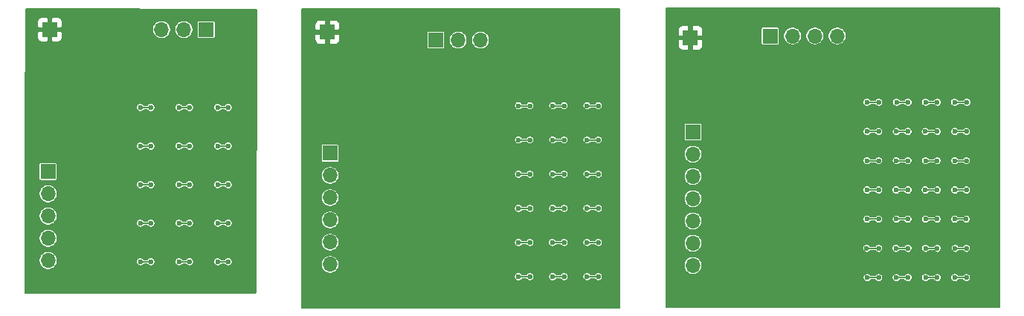
<source format=gbr>
%TF.GenerationSoftware,KiCad,Pcbnew,5.1.9-73d0e3b20d~88~ubuntu20.04.1*%
%TF.CreationDate,2021-01-19T19:28:40-06:00*%
%TF.ProjectId,typring-kicad,74797072-696e-4672-9d6b-696361642e6b,rev?*%
%TF.SameCoordinates,Original*%
%TF.FileFunction,Copper,L2,Bot*%
%TF.FilePolarity,Positive*%
%FSLAX46Y46*%
G04 Gerber Fmt 4.6, Leading zero omitted, Abs format (unit mm)*
G04 Created by KiCad (PCBNEW 5.1.9-73d0e3b20d~88~ubuntu20.04.1) date 2021-01-19 19:28:40*
%MOMM*%
%LPD*%
G01*
G04 APERTURE LIST*
%TA.AperFunction,ComponentPad*%
%ADD10O,1.700000X1.700000*%
%TD*%
%TA.AperFunction,ComponentPad*%
%ADD11R,1.700000X1.700000*%
%TD*%
%TA.AperFunction,ViaPad*%
%ADD12C,0.600000*%
%TD*%
%TA.AperFunction,Conductor*%
%ADD13C,0.127000*%
%TD*%
%TA.AperFunction,Conductor*%
%ADD14C,0.100000*%
%TD*%
G04 APERTURE END LIST*
D10*
%TO.P,J9,7*%
%TO.N,Net-(J9-Pad7)*%
X145316780Y-48223692D03*
%TO.P,J9,6*%
%TO.N,Net-(J9-Pad6)*%
X145316780Y-45683692D03*
%TO.P,J9,5*%
%TO.N,Net-(J9-Pad5)*%
X145316780Y-43143692D03*
%TO.P,J9,4*%
%TO.N,Net-(J9-Pad4)*%
X145316780Y-40603692D03*
%TO.P,J9,3*%
%TO.N,Net-(J9-Pad3)*%
X145316780Y-38063692D03*
%TO.P,J9,2*%
%TO.N,Net-(J9-Pad2)*%
X145316780Y-35523692D03*
D11*
%TO.P,J9,1*%
%TO.N,Net-(J9-Pad1)*%
X145316780Y-32983692D03*
%TD*%
%TO.P,J8,1*%
%TO.N,GND*%
X145031883Y-22233111D03*
%TD*%
D10*
%TO.P,J7,3*%
%TO.N,Net-(J7-Pad3)*%
X121130000Y-22500000D03*
%TO.P,J7,2*%
%TO.N,Net-(J7-Pad2)*%
X118590000Y-22500000D03*
D11*
%TO.P,J7,1*%
%TO.N,Net-(J7-Pad1)*%
X116050000Y-22500000D03*
%TD*%
D10*
%TO.P,J6,6*%
%TO.N,Net-(J6-Pad6)*%
X104000000Y-48100000D03*
%TO.P,J6,5*%
%TO.N,Net-(J6-Pad5)*%
X104000000Y-45560000D03*
%TO.P,J6,4*%
%TO.N,Net-(J6-Pad4)*%
X104000000Y-43020000D03*
%TO.P,J6,3*%
%TO.N,Net-(J6-Pad3)*%
X104000000Y-40480000D03*
%TO.P,J6,2*%
%TO.N,Net-(J6-Pad2)*%
X104000000Y-37940000D03*
D11*
%TO.P,J6,1*%
%TO.N,Net-(J6-Pad1)*%
X104000000Y-35400000D03*
%TD*%
%TO.P,J5,1*%
%TO.N,GND*%
X103700000Y-21600000D03*
%TD*%
D10*
%TO.P,J4,4*%
%TO.N,Net-(J4-Pad4)*%
X161738408Y-22033113D03*
%TO.P,J4,3*%
%TO.N,Net-(J4-Pad3)*%
X159198408Y-22033113D03*
%TO.P,J4,2*%
%TO.N,Net-(J4-Pad2)*%
X156658408Y-22033113D03*
D11*
%TO.P,J4,1*%
%TO.N,Net-(J4-Pad1)*%
X154118408Y-22033113D03*
%TD*%
%TO.P,J3,1*%
%TO.N,GND*%
X72100000Y-21300000D03*
%TD*%
D10*
%TO.P,J2,5*%
%TO.N,Net-(J2-Pad5)*%
X71900000Y-47660000D03*
%TO.P,J2,4*%
%TO.N,Net-(J2-Pad4)*%
X71900000Y-45120000D03*
%TO.P,J2,3*%
%TO.N,Net-(J2-Pad3)*%
X71900000Y-42580000D03*
%TO.P,J2,2*%
%TO.N,Net-(J2-Pad2)*%
X71900000Y-40040000D03*
D11*
%TO.P,J2,1*%
%TO.N,Net-(J2-Pad1)*%
X71900000Y-37500000D03*
%TD*%
D10*
%TO.P,J1,3*%
%TO.N,Net-(J1-Pad3)*%
X84820000Y-21300000D03*
%TO.P,J1,2*%
%TO.N,Net-(J1-Pad2)*%
X87360000Y-21300000D03*
D11*
%TO.P,J1,1*%
%TO.N,Net-(J1-Pad1)*%
X89900000Y-21300000D03*
%TD*%
D12*
%TO.N,*%
X92400000Y-30200000D03*
X91200000Y-30200000D03*
X88000000Y-30200000D03*
X86800000Y-30200000D03*
X83600000Y-30200000D03*
X82400000Y-30200000D03*
X82400000Y-34600000D03*
X83600000Y-34600000D03*
X86800000Y-34600000D03*
X88000000Y-34600000D03*
X91200000Y-34600000D03*
X92400000Y-34600000D03*
X92400000Y-39000000D03*
X91200000Y-39000000D03*
X88000000Y-39000000D03*
X86800000Y-39000000D03*
X83600000Y-39000000D03*
X82400000Y-39000000D03*
X92400000Y-43400000D03*
X91200000Y-43400000D03*
X88000000Y-43400000D03*
X86800000Y-43400000D03*
X83600000Y-43400000D03*
X82400000Y-43400000D03*
X82400000Y-47800000D03*
X83600000Y-47800000D03*
X86800000Y-47800000D03*
X88000000Y-47800000D03*
X91200000Y-47800000D03*
X92400000Y-47800000D03*
X125450000Y-30000000D03*
X126750000Y-30000000D03*
X130650000Y-30000000D03*
X129350000Y-30000000D03*
X133250000Y-30000000D03*
X134550000Y-30000000D03*
X125450000Y-33900000D03*
X126750000Y-33900000D03*
X129350000Y-33900000D03*
X130650000Y-33900000D03*
X133250000Y-33900000D03*
X134550000Y-33900000D03*
X125450000Y-37800000D03*
X126750000Y-37800000D03*
X129350000Y-37800000D03*
X130650000Y-37800000D03*
X133250000Y-37800000D03*
X134550000Y-37800000D03*
X125450000Y-41700000D03*
X126750000Y-41700000D03*
X129350000Y-41700000D03*
X130650000Y-41700000D03*
X133250000Y-41700000D03*
X134550000Y-41700000D03*
X134550000Y-45600000D03*
X133250000Y-45600000D03*
X130650000Y-45600000D03*
X129300000Y-45600000D03*
X126750000Y-45600000D03*
X125450000Y-45600000D03*
X125450000Y-49500000D03*
X126750000Y-49500000D03*
X129350000Y-49500000D03*
X130650000Y-49500000D03*
X133250000Y-49500000D03*
X134550000Y-49500000D03*
X165131682Y-29599704D03*
X166465002Y-29599704D03*
X168498315Y-29599704D03*
X169798302Y-29599704D03*
X171798282Y-29599704D03*
X173131602Y-29599704D03*
X175098249Y-29599704D03*
X176498235Y-29599704D03*
X176464902Y-32933004D03*
X175131582Y-32933004D03*
X173131602Y-32933004D03*
X171764949Y-32933004D03*
X169798302Y-32933004D03*
X168464982Y-32933004D03*
X166465002Y-32933004D03*
X165131682Y-32933004D03*
X165131682Y-36266304D03*
X166465002Y-36266304D03*
X168464982Y-36266304D03*
X169798302Y-36266304D03*
X171798282Y-36266304D03*
X173131602Y-36266304D03*
X175131582Y-36266304D03*
X176464902Y-36266304D03*
X176464902Y-39599604D03*
X175131582Y-39599604D03*
X173131602Y-39599604D03*
X171764949Y-39599604D03*
X169798302Y-39599604D03*
X168431649Y-39599604D03*
X171798282Y-42932904D03*
X173131602Y-42932904D03*
X175131582Y-42932904D03*
X176431569Y-42932904D03*
X165131682Y-39599604D03*
X166465002Y-39599604D03*
X165131682Y-42932904D03*
X166465002Y-42932904D03*
X168464982Y-42932904D03*
X169798302Y-42932904D03*
X165098349Y-46266204D03*
X166465002Y-46266204D03*
X168431649Y-46266204D03*
X169798302Y-46266204D03*
X171798282Y-46266204D03*
X173131602Y-46266204D03*
X175164915Y-46266204D03*
X176464902Y-46266204D03*
X176464902Y-49599504D03*
X175131582Y-49599504D03*
X173131602Y-49599504D03*
X171798282Y-49599504D03*
X169798302Y-49599504D03*
X165165015Y-49599504D03*
X166465002Y-49599504D03*
X168464982Y-49599504D03*
%TO.N,GND*%
X179500000Y-52000000D03*
X179500000Y-44500000D03*
X179500000Y-37000000D03*
X179500000Y-27000000D03*
X179500000Y-20500000D03*
X178500000Y-19500000D03*
X169000000Y-19500000D03*
X162500000Y-19500000D03*
X154000000Y-19500000D03*
X144000000Y-19500000D03*
X143000000Y-20500000D03*
X143000000Y-27000000D03*
X143000000Y-33000000D03*
X143000000Y-39000000D03*
X143000000Y-45500000D03*
X143000000Y-51000000D03*
X144500000Y-52500000D03*
X153500000Y-52500000D03*
X163000000Y-52500000D03*
X171500000Y-52500000D03*
X95300000Y-19400000D03*
X89800000Y-19300000D03*
X82300000Y-19300000D03*
X75800000Y-19300000D03*
X71100000Y-19300000D03*
X69600000Y-22900000D03*
X69600000Y-31600000D03*
X69600000Y-38000000D03*
X69600000Y-44400000D03*
X69600000Y-50800000D03*
X77100000Y-50800000D03*
X83800000Y-50900000D03*
X89000000Y-50900000D03*
X93500000Y-50900000D03*
X95100000Y-48200000D03*
X95100000Y-42100000D03*
X95200000Y-36400000D03*
X95200000Y-32400000D03*
X95200000Y-26000000D03*
X101465652Y-52499475D03*
X109832235Y-52500000D03*
X119898801Y-52500000D03*
X129432039Y-52500000D03*
X135750000Y-52500000D03*
X136500000Y-51750000D03*
X136500000Y-45250000D03*
X136500000Y-40000000D03*
X136500000Y-33000000D03*
X136500000Y-25000000D03*
X136500000Y-20750000D03*
X135250000Y-19500000D03*
X128750000Y-19500000D03*
X122750000Y-19500000D03*
X116000000Y-19500000D03*
X107000000Y-19500000D03*
X102250000Y-19500000D03*
X101250000Y-20500000D03*
X101250000Y-24750000D03*
X101250000Y-29500000D03*
X101250000Y-35750000D03*
X101250000Y-42250000D03*
%TD*%
D13*
%TO.N,*%
X92400000Y-30200000D02*
X91200000Y-30200000D01*
X88000000Y-30200000D02*
X86800000Y-30200000D01*
X83600000Y-30200000D02*
X82400000Y-30200000D01*
X82400000Y-34600000D02*
X83600000Y-34600000D01*
X86800000Y-34600000D02*
X88000000Y-34600000D01*
X91200000Y-34600000D02*
X92400000Y-34600000D01*
X82400000Y-39000000D02*
X83600000Y-39000000D01*
X86800000Y-39000000D02*
X88000000Y-39000000D01*
X91200000Y-39000000D02*
X92400000Y-39000000D01*
X92400000Y-43400000D02*
X91200000Y-43400000D01*
X88000000Y-43400000D02*
X86800000Y-43400000D01*
X83600000Y-43400000D02*
X82400000Y-43400000D01*
X82400000Y-47800000D02*
X83600000Y-47800000D01*
X86800000Y-47800000D02*
X88000000Y-47800000D01*
X91200000Y-47800000D02*
X92400000Y-47800000D01*
X125450000Y-30000000D02*
X126750000Y-30000000D01*
X129350000Y-30000000D02*
X130650000Y-30000000D01*
X133250000Y-30000000D02*
X134550000Y-30000000D01*
X134550000Y-33900000D02*
X133250000Y-33900000D01*
X130650000Y-33900000D02*
X129350000Y-33900000D01*
X126750000Y-33900000D02*
X125450000Y-33900000D01*
X125450000Y-37800000D02*
X126750000Y-37800000D01*
X125450000Y-41700000D02*
X126750000Y-41700000D01*
X129350000Y-37800000D02*
X130650000Y-37800000D01*
X133250000Y-37800000D02*
X134550000Y-37800000D01*
X134550000Y-41700000D02*
X133250000Y-41700000D01*
X130650000Y-41700000D02*
X129350000Y-41700000D01*
X125450000Y-45600000D02*
X126750000Y-45600000D01*
X125450000Y-49500000D02*
X126750000Y-49500000D01*
X129300000Y-45600000D02*
X130650000Y-45600000D01*
X133250000Y-45600000D02*
X134550000Y-45600000D01*
X134550000Y-49500000D02*
X133250000Y-49500000D01*
X130650000Y-49500000D02*
X129350000Y-49500000D01*
X165131682Y-29599704D02*
X166465002Y-29599704D01*
X168498315Y-29599704D02*
X169798302Y-29599704D01*
X171798282Y-29599704D02*
X173131602Y-29599704D01*
X175098249Y-29599704D02*
X176498235Y-29599704D01*
X176464902Y-32933004D02*
X175131582Y-32933004D01*
X173131602Y-32933004D02*
X171764949Y-32933004D01*
X169798302Y-32933004D02*
X168464982Y-32933004D01*
X166465002Y-32933004D02*
X165131682Y-32933004D01*
X165131682Y-36266304D02*
X166465002Y-36266304D01*
X168464982Y-36266304D02*
X169798302Y-36266304D01*
X171798282Y-36266304D02*
X173131602Y-36266304D01*
X175131582Y-36266304D02*
X176464902Y-36266304D01*
X176464902Y-39599604D02*
X175131582Y-39599604D01*
X173131602Y-39599604D02*
X171764949Y-39599604D01*
X169798302Y-39599604D02*
X168431649Y-39599604D01*
X166465002Y-39599604D02*
X165131682Y-39599604D01*
X168464982Y-42932904D02*
X169798302Y-42932904D01*
X171798282Y-42932904D02*
X173131602Y-42932904D01*
X175131582Y-42932904D02*
X176431569Y-42932904D01*
X176464902Y-46266204D02*
X175164915Y-46266204D01*
X173131602Y-46266204D02*
X171798282Y-46266204D01*
X166465002Y-46266204D02*
X165098349Y-46266204D01*
X165165015Y-49599504D02*
X166465002Y-49599504D01*
X168464982Y-49599504D02*
X169798302Y-49599504D01*
X171798282Y-49599504D02*
X173131602Y-49599504D01*
X175131582Y-49599504D02*
X176464902Y-49599504D01*
X168431649Y-46266204D02*
X169798302Y-46266204D01*
X166465002Y-42932904D02*
X165131682Y-42932904D01*
%TD*%
%TO.N,GND*%
X95587206Y-19063073D02*
X95621881Y-19077584D01*
X95636153Y-19112358D01*
X95536847Y-51287508D01*
X95522400Y-51322160D01*
X95487703Y-51336500D01*
X69312965Y-51336500D01*
X69278180Y-51322060D01*
X69263848Y-51287233D01*
X69275323Y-47557520D01*
X70859500Y-47557520D01*
X70859500Y-47762480D01*
X70899485Y-47963503D01*
X70977920Y-48152862D01*
X71091791Y-48323280D01*
X71236720Y-48468209D01*
X71407138Y-48582080D01*
X71596497Y-48660515D01*
X71797520Y-48700500D01*
X72002480Y-48700500D01*
X72203503Y-48660515D01*
X72392862Y-48582080D01*
X72563280Y-48468209D01*
X72708209Y-48323280D01*
X72822080Y-48152862D01*
X72900515Y-47963503D01*
X72940500Y-47762480D01*
X72940500Y-47751690D01*
X81909500Y-47751690D01*
X81909500Y-47848310D01*
X81928350Y-47943073D01*
X81965325Y-48032339D01*
X82019004Y-48112675D01*
X82087325Y-48180996D01*
X82167661Y-48234675D01*
X82256927Y-48271650D01*
X82351690Y-48290500D01*
X82448310Y-48290500D01*
X82543073Y-48271650D01*
X82632339Y-48234675D01*
X82712675Y-48180996D01*
X82780996Y-48112675D01*
X82820202Y-48054000D01*
X83179798Y-48054000D01*
X83219004Y-48112675D01*
X83287325Y-48180996D01*
X83367661Y-48234675D01*
X83456927Y-48271650D01*
X83551690Y-48290500D01*
X83648310Y-48290500D01*
X83743073Y-48271650D01*
X83832339Y-48234675D01*
X83912675Y-48180996D01*
X83980996Y-48112675D01*
X84034675Y-48032339D01*
X84071650Y-47943073D01*
X84090500Y-47848310D01*
X84090500Y-47751690D01*
X86309500Y-47751690D01*
X86309500Y-47848310D01*
X86328350Y-47943073D01*
X86365325Y-48032339D01*
X86419004Y-48112675D01*
X86487325Y-48180996D01*
X86567661Y-48234675D01*
X86656927Y-48271650D01*
X86751690Y-48290500D01*
X86848310Y-48290500D01*
X86943073Y-48271650D01*
X87032339Y-48234675D01*
X87112675Y-48180996D01*
X87180996Y-48112675D01*
X87220202Y-48054000D01*
X87579798Y-48054000D01*
X87619004Y-48112675D01*
X87687325Y-48180996D01*
X87767661Y-48234675D01*
X87856927Y-48271650D01*
X87951690Y-48290500D01*
X88048310Y-48290500D01*
X88143073Y-48271650D01*
X88232339Y-48234675D01*
X88312675Y-48180996D01*
X88380996Y-48112675D01*
X88434675Y-48032339D01*
X88471650Y-47943073D01*
X88490500Y-47848310D01*
X88490500Y-47751690D01*
X90709500Y-47751690D01*
X90709500Y-47848310D01*
X90728350Y-47943073D01*
X90765325Y-48032339D01*
X90819004Y-48112675D01*
X90887325Y-48180996D01*
X90967661Y-48234675D01*
X91056927Y-48271650D01*
X91151690Y-48290500D01*
X91248310Y-48290500D01*
X91343073Y-48271650D01*
X91432339Y-48234675D01*
X91512675Y-48180996D01*
X91580996Y-48112675D01*
X91620202Y-48054000D01*
X91979798Y-48054000D01*
X92019004Y-48112675D01*
X92087325Y-48180996D01*
X92167661Y-48234675D01*
X92256927Y-48271650D01*
X92351690Y-48290500D01*
X92448310Y-48290500D01*
X92543073Y-48271650D01*
X92632339Y-48234675D01*
X92712675Y-48180996D01*
X92780996Y-48112675D01*
X92834675Y-48032339D01*
X92871650Y-47943073D01*
X92890500Y-47848310D01*
X92890500Y-47751690D01*
X92871650Y-47656927D01*
X92834675Y-47567661D01*
X92780996Y-47487325D01*
X92712675Y-47419004D01*
X92632339Y-47365325D01*
X92543073Y-47328350D01*
X92448310Y-47309500D01*
X92351690Y-47309500D01*
X92256927Y-47328350D01*
X92167661Y-47365325D01*
X92087325Y-47419004D01*
X92019004Y-47487325D01*
X91979798Y-47546000D01*
X91620202Y-47546000D01*
X91580996Y-47487325D01*
X91512675Y-47419004D01*
X91432339Y-47365325D01*
X91343073Y-47328350D01*
X91248310Y-47309500D01*
X91151690Y-47309500D01*
X91056927Y-47328350D01*
X90967661Y-47365325D01*
X90887325Y-47419004D01*
X90819004Y-47487325D01*
X90765325Y-47567661D01*
X90728350Y-47656927D01*
X90709500Y-47751690D01*
X88490500Y-47751690D01*
X88471650Y-47656927D01*
X88434675Y-47567661D01*
X88380996Y-47487325D01*
X88312675Y-47419004D01*
X88232339Y-47365325D01*
X88143073Y-47328350D01*
X88048310Y-47309500D01*
X87951690Y-47309500D01*
X87856927Y-47328350D01*
X87767661Y-47365325D01*
X87687325Y-47419004D01*
X87619004Y-47487325D01*
X87579798Y-47546000D01*
X87220202Y-47546000D01*
X87180996Y-47487325D01*
X87112675Y-47419004D01*
X87032339Y-47365325D01*
X86943073Y-47328350D01*
X86848310Y-47309500D01*
X86751690Y-47309500D01*
X86656927Y-47328350D01*
X86567661Y-47365325D01*
X86487325Y-47419004D01*
X86419004Y-47487325D01*
X86365325Y-47567661D01*
X86328350Y-47656927D01*
X86309500Y-47751690D01*
X84090500Y-47751690D01*
X84071650Y-47656927D01*
X84034675Y-47567661D01*
X83980996Y-47487325D01*
X83912675Y-47419004D01*
X83832339Y-47365325D01*
X83743073Y-47328350D01*
X83648310Y-47309500D01*
X83551690Y-47309500D01*
X83456927Y-47328350D01*
X83367661Y-47365325D01*
X83287325Y-47419004D01*
X83219004Y-47487325D01*
X83179798Y-47546000D01*
X82820202Y-47546000D01*
X82780996Y-47487325D01*
X82712675Y-47419004D01*
X82632339Y-47365325D01*
X82543073Y-47328350D01*
X82448310Y-47309500D01*
X82351690Y-47309500D01*
X82256927Y-47328350D01*
X82167661Y-47365325D01*
X82087325Y-47419004D01*
X82019004Y-47487325D01*
X81965325Y-47567661D01*
X81928350Y-47656927D01*
X81909500Y-47751690D01*
X72940500Y-47751690D01*
X72940500Y-47557520D01*
X72900515Y-47356497D01*
X72822080Y-47167138D01*
X72708209Y-46996720D01*
X72563280Y-46851791D01*
X72392862Y-46737920D01*
X72203503Y-46659485D01*
X72002480Y-46619500D01*
X71797520Y-46619500D01*
X71596497Y-46659485D01*
X71407138Y-46737920D01*
X71236720Y-46851791D01*
X71091791Y-46996720D01*
X70977920Y-47167138D01*
X70899485Y-47356497D01*
X70859500Y-47557520D01*
X69275323Y-47557520D01*
X69283138Y-45017520D01*
X70859500Y-45017520D01*
X70859500Y-45222480D01*
X70899485Y-45423503D01*
X70977920Y-45612862D01*
X71091791Y-45783280D01*
X71236720Y-45928209D01*
X71407138Y-46042080D01*
X71596497Y-46120515D01*
X71797520Y-46160500D01*
X72002480Y-46160500D01*
X72203503Y-46120515D01*
X72392862Y-46042080D01*
X72563280Y-45928209D01*
X72708209Y-45783280D01*
X72822080Y-45612862D01*
X72900515Y-45423503D01*
X72940500Y-45222480D01*
X72940500Y-45017520D01*
X72900515Y-44816497D01*
X72822080Y-44627138D01*
X72708209Y-44456720D01*
X72563280Y-44311791D01*
X72392862Y-44197920D01*
X72203503Y-44119485D01*
X72002480Y-44079500D01*
X71797520Y-44079500D01*
X71596497Y-44119485D01*
X71407138Y-44197920D01*
X71236720Y-44311791D01*
X71091791Y-44456720D01*
X70977920Y-44627138D01*
X70899485Y-44816497D01*
X70859500Y-45017520D01*
X69283138Y-45017520D01*
X69290953Y-42477520D01*
X70859500Y-42477520D01*
X70859500Y-42682480D01*
X70899485Y-42883503D01*
X70977920Y-43072862D01*
X71091791Y-43243280D01*
X71236720Y-43388209D01*
X71407138Y-43502080D01*
X71596497Y-43580515D01*
X71797520Y-43620500D01*
X72002480Y-43620500D01*
X72203503Y-43580515D01*
X72392862Y-43502080D01*
X72563280Y-43388209D01*
X72599799Y-43351690D01*
X81909500Y-43351690D01*
X81909500Y-43448310D01*
X81928350Y-43543073D01*
X81965325Y-43632339D01*
X82019004Y-43712675D01*
X82087325Y-43780996D01*
X82167661Y-43834675D01*
X82256927Y-43871650D01*
X82351690Y-43890500D01*
X82448310Y-43890500D01*
X82543073Y-43871650D01*
X82632339Y-43834675D01*
X82712675Y-43780996D01*
X82780996Y-43712675D01*
X82820202Y-43654000D01*
X83179798Y-43654000D01*
X83219004Y-43712675D01*
X83287325Y-43780996D01*
X83367661Y-43834675D01*
X83456927Y-43871650D01*
X83551690Y-43890500D01*
X83648310Y-43890500D01*
X83743073Y-43871650D01*
X83832339Y-43834675D01*
X83912675Y-43780996D01*
X83980996Y-43712675D01*
X84034675Y-43632339D01*
X84071650Y-43543073D01*
X84090500Y-43448310D01*
X84090500Y-43351690D01*
X86309500Y-43351690D01*
X86309500Y-43448310D01*
X86328350Y-43543073D01*
X86365325Y-43632339D01*
X86419004Y-43712675D01*
X86487325Y-43780996D01*
X86567661Y-43834675D01*
X86656927Y-43871650D01*
X86751690Y-43890500D01*
X86848310Y-43890500D01*
X86943073Y-43871650D01*
X87032339Y-43834675D01*
X87112675Y-43780996D01*
X87180996Y-43712675D01*
X87220202Y-43654000D01*
X87579798Y-43654000D01*
X87619004Y-43712675D01*
X87687325Y-43780996D01*
X87767661Y-43834675D01*
X87856927Y-43871650D01*
X87951690Y-43890500D01*
X88048310Y-43890500D01*
X88143073Y-43871650D01*
X88232339Y-43834675D01*
X88312675Y-43780996D01*
X88380996Y-43712675D01*
X88434675Y-43632339D01*
X88471650Y-43543073D01*
X88490500Y-43448310D01*
X88490500Y-43351690D01*
X90709500Y-43351690D01*
X90709500Y-43448310D01*
X90728350Y-43543073D01*
X90765325Y-43632339D01*
X90819004Y-43712675D01*
X90887325Y-43780996D01*
X90967661Y-43834675D01*
X91056927Y-43871650D01*
X91151690Y-43890500D01*
X91248310Y-43890500D01*
X91343073Y-43871650D01*
X91432339Y-43834675D01*
X91512675Y-43780996D01*
X91580996Y-43712675D01*
X91620202Y-43654000D01*
X91979798Y-43654000D01*
X92019004Y-43712675D01*
X92087325Y-43780996D01*
X92167661Y-43834675D01*
X92256927Y-43871650D01*
X92351690Y-43890500D01*
X92448310Y-43890500D01*
X92543073Y-43871650D01*
X92632339Y-43834675D01*
X92712675Y-43780996D01*
X92780996Y-43712675D01*
X92834675Y-43632339D01*
X92871650Y-43543073D01*
X92890500Y-43448310D01*
X92890500Y-43351690D01*
X92871650Y-43256927D01*
X92834675Y-43167661D01*
X92780996Y-43087325D01*
X92712675Y-43019004D01*
X92632339Y-42965325D01*
X92543073Y-42928350D01*
X92448310Y-42909500D01*
X92351690Y-42909500D01*
X92256927Y-42928350D01*
X92167661Y-42965325D01*
X92087325Y-43019004D01*
X92019004Y-43087325D01*
X91979798Y-43146000D01*
X91620202Y-43146000D01*
X91580996Y-43087325D01*
X91512675Y-43019004D01*
X91432339Y-42965325D01*
X91343073Y-42928350D01*
X91248310Y-42909500D01*
X91151690Y-42909500D01*
X91056927Y-42928350D01*
X90967661Y-42965325D01*
X90887325Y-43019004D01*
X90819004Y-43087325D01*
X90765325Y-43167661D01*
X90728350Y-43256927D01*
X90709500Y-43351690D01*
X88490500Y-43351690D01*
X88471650Y-43256927D01*
X88434675Y-43167661D01*
X88380996Y-43087325D01*
X88312675Y-43019004D01*
X88232339Y-42965325D01*
X88143073Y-42928350D01*
X88048310Y-42909500D01*
X87951690Y-42909500D01*
X87856927Y-42928350D01*
X87767661Y-42965325D01*
X87687325Y-43019004D01*
X87619004Y-43087325D01*
X87579798Y-43146000D01*
X87220202Y-43146000D01*
X87180996Y-43087325D01*
X87112675Y-43019004D01*
X87032339Y-42965325D01*
X86943073Y-42928350D01*
X86848310Y-42909500D01*
X86751690Y-42909500D01*
X86656927Y-42928350D01*
X86567661Y-42965325D01*
X86487325Y-43019004D01*
X86419004Y-43087325D01*
X86365325Y-43167661D01*
X86328350Y-43256927D01*
X86309500Y-43351690D01*
X84090500Y-43351690D01*
X84071650Y-43256927D01*
X84034675Y-43167661D01*
X83980996Y-43087325D01*
X83912675Y-43019004D01*
X83832339Y-42965325D01*
X83743073Y-42928350D01*
X83648310Y-42909500D01*
X83551690Y-42909500D01*
X83456927Y-42928350D01*
X83367661Y-42965325D01*
X83287325Y-43019004D01*
X83219004Y-43087325D01*
X83179798Y-43146000D01*
X82820202Y-43146000D01*
X82780996Y-43087325D01*
X82712675Y-43019004D01*
X82632339Y-42965325D01*
X82543073Y-42928350D01*
X82448310Y-42909500D01*
X82351690Y-42909500D01*
X82256927Y-42928350D01*
X82167661Y-42965325D01*
X82087325Y-43019004D01*
X82019004Y-43087325D01*
X81965325Y-43167661D01*
X81928350Y-43256927D01*
X81909500Y-43351690D01*
X72599799Y-43351690D01*
X72708209Y-43243280D01*
X72822080Y-43072862D01*
X72900515Y-42883503D01*
X72940500Y-42682480D01*
X72940500Y-42477520D01*
X72900515Y-42276497D01*
X72822080Y-42087138D01*
X72708209Y-41916720D01*
X72563280Y-41771791D01*
X72392862Y-41657920D01*
X72203503Y-41579485D01*
X72002480Y-41539500D01*
X71797520Y-41539500D01*
X71596497Y-41579485D01*
X71407138Y-41657920D01*
X71236720Y-41771791D01*
X71091791Y-41916720D01*
X70977920Y-42087138D01*
X70899485Y-42276497D01*
X70859500Y-42477520D01*
X69290953Y-42477520D01*
X69298768Y-39937520D01*
X70859500Y-39937520D01*
X70859500Y-40142480D01*
X70899485Y-40343503D01*
X70977920Y-40532862D01*
X71091791Y-40703280D01*
X71236720Y-40848209D01*
X71407138Y-40962080D01*
X71596497Y-41040515D01*
X71797520Y-41080500D01*
X72002480Y-41080500D01*
X72203503Y-41040515D01*
X72392862Y-40962080D01*
X72563280Y-40848209D01*
X72708209Y-40703280D01*
X72822080Y-40532862D01*
X72900515Y-40343503D01*
X72940500Y-40142480D01*
X72940500Y-39937520D01*
X72900515Y-39736497D01*
X72822080Y-39547138D01*
X72708209Y-39376720D01*
X72563280Y-39231791D01*
X72392862Y-39117920D01*
X72203503Y-39039485D01*
X72002480Y-38999500D01*
X71797520Y-38999500D01*
X71596497Y-39039485D01*
X71407138Y-39117920D01*
X71236720Y-39231791D01*
X71091791Y-39376720D01*
X70977920Y-39547138D01*
X70899485Y-39736497D01*
X70859500Y-39937520D01*
X69298768Y-39937520D01*
X69301801Y-38951690D01*
X81909500Y-38951690D01*
X81909500Y-39048310D01*
X81928350Y-39143073D01*
X81965325Y-39232339D01*
X82019004Y-39312675D01*
X82087325Y-39380996D01*
X82167661Y-39434675D01*
X82256927Y-39471650D01*
X82351690Y-39490500D01*
X82448310Y-39490500D01*
X82543073Y-39471650D01*
X82632339Y-39434675D01*
X82712675Y-39380996D01*
X82780996Y-39312675D01*
X82820202Y-39254000D01*
X83179798Y-39254000D01*
X83219004Y-39312675D01*
X83287325Y-39380996D01*
X83367661Y-39434675D01*
X83456927Y-39471650D01*
X83551690Y-39490500D01*
X83648310Y-39490500D01*
X83743073Y-39471650D01*
X83832339Y-39434675D01*
X83912675Y-39380996D01*
X83980996Y-39312675D01*
X84034675Y-39232339D01*
X84071650Y-39143073D01*
X84090500Y-39048310D01*
X84090500Y-38951690D01*
X86309500Y-38951690D01*
X86309500Y-39048310D01*
X86328350Y-39143073D01*
X86365325Y-39232339D01*
X86419004Y-39312675D01*
X86487325Y-39380996D01*
X86567661Y-39434675D01*
X86656927Y-39471650D01*
X86751690Y-39490500D01*
X86848310Y-39490500D01*
X86943073Y-39471650D01*
X87032339Y-39434675D01*
X87112675Y-39380996D01*
X87180996Y-39312675D01*
X87220202Y-39254000D01*
X87579798Y-39254000D01*
X87619004Y-39312675D01*
X87687325Y-39380996D01*
X87767661Y-39434675D01*
X87856927Y-39471650D01*
X87951690Y-39490500D01*
X88048310Y-39490500D01*
X88143073Y-39471650D01*
X88232339Y-39434675D01*
X88312675Y-39380996D01*
X88380996Y-39312675D01*
X88434675Y-39232339D01*
X88471650Y-39143073D01*
X88490500Y-39048310D01*
X88490500Y-38951690D01*
X90709500Y-38951690D01*
X90709500Y-39048310D01*
X90728350Y-39143073D01*
X90765325Y-39232339D01*
X90819004Y-39312675D01*
X90887325Y-39380996D01*
X90967661Y-39434675D01*
X91056927Y-39471650D01*
X91151690Y-39490500D01*
X91248310Y-39490500D01*
X91343073Y-39471650D01*
X91432339Y-39434675D01*
X91512675Y-39380996D01*
X91580996Y-39312675D01*
X91620202Y-39254000D01*
X91979798Y-39254000D01*
X92019004Y-39312675D01*
X92087325Y-39380996D01*
X92167661Y-39434675D01*
X92256927Y-39471650D01*
X92351690Y-39490500D01*
X92448310Y-39490500D01*
X92543073Y-39471650D01*
X92632339Y-39434675D01*
X92712675Y-39380996D01*
X92780996Y-39312675D01*
X92834675Y-39232339D01*
X92871650Y-39143073D01*
X92890500Y-39048310D01*
X92890500Y-38951690D01*
X92871650Y-38856927D01*
X92834675Y-38767661D01*
X92780996Y-38687325D01*
X92712675Y-38619004D01*
X92632339Y-38565325D01*
X92543073Y-38528350D01*
X92448310Y-38509500D01*
X92351690Y-38509500D01*
X92256927Y-38528350D01*
X92167661Y-38565325D01*
X92087325Y-38619004D01*
X92019004Y-38687325D01*
X91979798Y-38746000D01*
X91620202Y-38746000D01*
X91580996Y-38687325D01*
X91512675Y-38619004D01*
X91432339Y-38565325D01*
X91343073Y-38528350D01*
X91248310Y-38509500D01*
X91151690Y-38509500D01*
X91056927Y-38528350D01*
X90967661Y-38565325D01*
X90887325Y-38619004D01*
X90819004Y-38687325D01*
X90765325Y-38767661D01*
X90728350Y-38856927D01*
X90709500Y-38951690D01*
X88490500Y-38951690D01*
X88471650Y-38856927D01*
X88434675Y-38767661D01*
X88380996Y-38687325D01*
X88312675Y-38619004D01*
X88232339Y-38565325D01*
X88143073Y-38528350D01*
X88048310Y-38509500D01*
X87951690Y-38509500D01*
X87856927Y-38528350D01*
X87767661Y-38565325D01*
X87687325Y-38619004D01*
X87619004Y-38687325D01*
X87579798Y-38746000D01*
X87220202Y-38746000D01*
X87180996Y-38687325D01*
X87112675Y-38619004D01*
X87032339Y-38565325D01*
X86943073Y-38528350D01*
X86848310Y-38509500D01*
X86751690Y-38509500D01*
X86656927Y-38528350D01*
X86567661Y-38565325D01*
X86487325Y-38619004D01*
X86419004Y-38687325D01*
X86365325Y-38767661D01*
X86328350Y-38856927D01*
X86309500Y-38951690D01*
X84090500Y-38951690D01*
X84071650Y-38856927D01*
X84034675Y-38767661D01*
X83980996Y-38687325D01*
X83912675Y-38619004D01*
X83832339Y-38565325D01*
X83743073Y-38528350D01*
X83648310Y-38509500D01*
X83551690Y-38509500D01*
X83456927Y-38528350D01*
X83367661Y-38565325D01*
X83287325Y-38619004D01*
X83219004Y-38687325D01*
X83179798Y-38746000D01*
X82820202Y-38746000D01*
X82780996Y-38687325D01*
X82712675Y-38619004D01*
X82632339Y-38565325D01*
X82543073Y-38528350D01*
X82448310Y-38509500D01*
X82351690Y-38509500D01*
X82256927Y-38528350D01*
X82167661Y-38565325D01*
X82087325Y-38619004D01*
X82019004Y-38687325D01*
X81965325Y-38767661D01*
X81928350Y-38856927D01*
X81909500Y-38951690D01*
X69301801Y-38951690D01*
X69308885Y-36650000D01*
X70858579Y-36650000D01*
X70858579Y-38350000D01*
X70862257Y-38387344D01*
X70873150Y-38423254D01*
X70890839Y-38456348D01*
X70914645Y-38485355D01*
X70943652Y-38509161D01*
X70976746Y-38526850D01*
X71012656Y-38537743D01*
X71050000Y-38541421D01*
X72750000Y-38541421D01*
X72787344Y-38537743D01*
X72823254Y-38526850D01*
X72856348Y-38509161D01*
X72885355Y-38485355D01*
X72909161Y-38456348D01*
X72926850Y-38423254D01*
X72937743Y-38387344D01*
X72941421Y-38350000D01*
X72941421Y-36650000D01*
X72937743Y-36612656D01*
X72926850Y-36576746D01*
X72909161Y-36543652D01*
X72885355Y-36514645D01*
X72856348Y-36490839D01*
X72823254Y-36473150D01*
X72787344Y-36462257D01*
X72750000Y-36458579D01*
X71050000Y-36458579D01*
X71012656Y-36462257D01*
X70976746Y-36473150D01*
X70943652Y-36490839D01*
X70914645Y-36514645D01*
X70890839Y-36543652D01*
X70873150Y-36576746D01*
X70862257Y-36612656D01*
X70858579Y-36650000D01*
X69308885Y-36650000D01*
X69315341Y-34551690D01*
X81909500Y-34551690D01*
X81909500Y-34648310D01*
X81928350Y-34743073D01*
X81965325Y-34832339D01*
X82019004Y-34912675D01*
X82087325Y-34980996D01*
X82167661Y-35034675D01*
X82256927Y-35071650D01*
X82351690Y-35090500D01*
X82448310Y-35090500D01*
X82543073Y-35071650D01*
X82632339Y-35034675D01*
X82712675Y-34980996D01*
X82780996Y-34912675D01*
X82820202Y-34854000D01*
X83179798Y-34854000D01*
X83219004Y-34912675D01*
X83287325Y-34980996D01*
X83367661Y-35034675D01*
X83456927Y-35071650D01*
X83551690Y-35090500D01*
X83648310Y-35090500D01*
X83743073Y-35071650D01*
X83832339Y-35034675D01*
X83912675Y-34980996D01*
X83980996Y-34912675D01*
X84034675Y-34832339D01*
X84071650Y-34743073D01*
X84090500Y-34648310D01*
X84090500Y-34551690D01*
X86309500Y-34551690D01*
X86309500Y-34648310D01*
X86328350Y-34743073D01*
X86365325Y-34832339D01*
X86419004Y-34912675D01*
X86487325Y-34980996D01*
X86567661Y-35034675D01*
X86656927Y-35071650D01*
X86751690Y-35090500D01*
X86848310Y-35090500D01*
X86943073Y-35071650D01*
X87032339Y-35034675D01*
X87112675Y-34980996D01*
X87180996Y-34912675D01*
X87220202Y-34854000D01*
X87579798Y-34854000D01*
X87619004Y-34912675D01*
X87687325Y-34980996D01*
X87767661Y-35034675D01*
X87856927Y-35071650D01*
X87951690Y-35090500D01*
X88048310Y-35090500D01*
X88143073Y-35071650D01*
X88232339Y-35034675D01*
X88312675Y-34980996D01*
X88380996Y-34912675D01*
X88434675Y-34832339D01*
X88471650Y-34743073D01*
X88490500Y-34648310D01*
X88490500Y-34551690D01*
X90709500Y-34551690D01*
X90709500Y-34648310D01*
X90728350Y-34743073D01*
X90765325Y-34832339D01*
X90819004Y-34912675D01*
X90887325Y-34980996D01*
X90967661Y-35034675D01*
X91056927Y-35071650D01*
X91151690Y-35090500D01*
X91248310Y-35090500D01*
X91343073Y-35071650D01*
X91432339Y-35034675D01*
X91512675Y-34980996D01*
X91580996Y-34912675D01*
X91620202Y-34854000D01*
X91979798Y-34854000D01*
X92019004Y-34912675D01*
X92087325Y-34980996D01*
X92167661Y-35034675D01*
X92256927Y-35071650D01*
X92351690Y-35090500D01*
X92448310Y-35090500D01*
X92543073Y-35071650D01*
X92632339Y-35034675D01*
X92712675Y-34980996D01*
X92780996Y-34912675D01*
X92834675Y-34832339D01*
X92871650Y-34743073D01*
X92890500Y-34648310D01*
X92890500Y-34551690D01*
X92871650Y-34456927D01*
X92834675Y-34367661D01*
X92780996Y-34287325D01*
X92712675Y-34219004D01*
X92632339Y-34165325D01*
X92543073Y-34128350D01*
X92448310Y-34109500D01*
X92351690Y-34109500D01*
X92256927Y-34128350D01*
X92167661Y-34165325D01*
X92087325Y-34219004D01*
X92019004Y-34287325D01*
X91979798Y-34346000D01*
X91620202Y-34346000D01*
X91580996Y-34287325D01*
X91512675Y-34219004D01*
X91432339Y-34165325D01*
X91343073Y-34128350D01*
X91248310Y-34109500D01*
X91151690Y-34109500D01*
X91056927Y-34128350D01*
X90967661Y-34165325D01*
X90887325Y-34219004D01*
X90819004Y-34287325D01*
X90765325Y-34367661D01*
X90728350Y-34456927D01*
X90709500Y-34551690D01*
X88490500Y-34551690D01*
X88471650Y-34456927D01*
X88434675Y-34367661D01*
X88380996Y-34287325D01*
X88312675Y-34219004D01*
X88232339Y-34165325D01*
X88143073Y-34128350D01*
X88048310Y-34109500D01*
X87951690Y-34109500D01*
X87856927Y-34128350D01*
X87767661Y-34165325D01*
X87687325Y-34219004D01*
X87619004Y-34287325D01*
X87579798Y-34346000D01*
X87220202Y-34346000D01*
X87180996Y-34287325D01*
X87112675Y-34219004D01*
X87032339Y-34165325D01*
X86943073Y-34128350D01*
X86848310Y-34109500D01*
X86751690Y-34109500D01*
X86656927Y-34128350D01*
X86567661Y-34165325D01*
X86487325Y-34219004D01*
X86419004Y-34287325D01*
X86365325Y-34367661D01*
X86328350Y-34456927D01*
X86309500Y-34551690D01*
X84090500Y-34551690D01*
X84071650Y-34456927D01*
X84034675Y-34367661D01*
X83980996Y-34287325D01*
X83912675Y-34219004D01*
X83832339Y-34165325D01*
X83743073Y-34128350D01*
X83648310Y-34109500D01*
X83551690Y-34109500D01*
X83456927Y-34128350D01*
X83367661Y-34165325D01*
X83287325Y-34219004D01*
X83219004Y-34287325D01*
X83179798Y-34346000D01*
X82820202Y-34346000D01*
X82780996Y-34287325D01*
X82712675Y-34219004D01*
X82632339Y-34165325D01*
X82543073Y-34128350D01*
X82448310Y-34109500D01*
X82351690Y-34109500D01*
X82256927Y-34128350D01*
X82167661Y-34165325D01*
X82087325Y-34219004D01*
X82019004Y-34287325D01*
X81965325Y-34367661D01*
X81928350Y-34456927D01*
X81909500Y-34551690D01*
X69315341Y-34551690D01*
X69328879Y-30151690D01*
X81909500Y-30151690D01*
X81909500Y-30248310D01*
X81928350Y-30343073D01*
X81965325Y-30432339D01*
X82019004Y-30512675D01*
X82087325Y-30580996D01*
X82167661Y-30634675D01*
X82256927Y-30671650D01*
X82351690Y-30690500D01*
X82448310Y-30690500D01*
X82543073Y-30671650D01*
X82632339Y-30634675D01*
X82712675Y-30580996D01*
X82780996Y-30512675D01*
X82820202Y-30454000D01*
X83179798Y-30454000D01*
X83219004Y-30512675D01*
X83287325Y-30580996D01*
X83367661Y-30634675D01*
X83456927Y-30671650D01*
X83551690Y-30690500D01*
X83648310Y-30690500D01*
X83743073Y-30671650D01*
X83832339Y-30634675D01*
X83912675Y-30580996D01*
X83980996Y-30512675D01*
X84034675Y-30432339D01*
X84071650Y-30343073D01*
X84090500Y-30248310D01*
X84090500Y-30151690D01*
X86309500Y-30151690D01*
X86309500Y-30248310D01*
X86328350Y-30343073D01*
X86365325Y-30432339D01*
X86419004Y-30512675D01*
X86487325Y-30580996D01*
X86567661Y-30634675D01*
X86656927Y-30671650D01*
X86751690Y-30690500D01*
X86848310Y-30690500D01*
X86943073Y-30671650D01*
X87032339Y-30634675D01*
X87112675Y-30580996D01*
X87180996Y-30512675D01*
X87220202Y-30454000D01*
X87579798Y-30454000D01*
X87619004Y-30512675D01*
X87687325Y-30580996D01*
X87767661Y-30634675D01*
X87856927Y-30671650D01*
X87951690Y-30690500D01*
X88048310Y-30690500D01*
X88143073Y-30671650D01*
X88232339Y-30634675D01*
X88312675Y-30580996D01*
X88380996Y-30512675D01*
X88434675Y-30432339D01*
X88471650Y-30343073D01*
X88490500Y-30248310D01*
X88490500Y-30151690D01*
X90709500Y-30151690D01*
X90709500Y-30248310D01*
X90728350Y-30343073D01*
X90765325Y-30432339D01*
X90819004Y-30512675D01*
X90887325Y-30580996D01*
X90967661Y-30634675D01*
X91056927Y-30671650D01*
X91151690Y-30690500D01*
X91248310Y-30690500D01*
X91343073Y-30671650D01*
X91432339Y-30634675D01*
X91512675Y-30580996D01*
X91580996Y-30512675D01*
X91620202Y-30454000D01*
X91979798Y-30454000D01*
X92019004Y-30512675D01*
X92087325Y-30580996D01*
X92167661Y-30634675D01*
X92256927Y-30671650D01*
X92351690Y-30690500D01*
X92448310Y-30690500D01*
X92543073Y-30671650D01*
X92632339Y-30634675D01*
X92712675Y-30580996D01*
X92780996Y-30512675D01*
X92834675Y-30432339D01*
X92871650Y-30343073D01*
X92890500Y-30248310D01*
X92890500Y-30151690D01*
X92871650Y-30056927D01*
X92834675Y-29967661D01*
X92780996Y-29887325D01*
X92712675Y-29819004D01*
X92632339Y-29765325D01*
X92543073Y-29728350D01*
X92448310Y-29709500D01*
X92351690Y-29709500D01*
X92256927Y-29728350D01*
X92167661Y-29765325D01*
X92087325Y-29819004D01*
X92019004Y-29887325D01*
X91979798Y-29946000D01*
X91620202Y-29946000D01*
X91580996Y-29887325D01*
X91512675Y-29819004D01*
X91432339Y-29765325D01*
X91343073Y-29728350D01*
X91248310Y-29709500D01*
X91151690Y-29709500D01*
X91056927Y-29728350D01*
X90967661Y-29765325D01*
X90887325Y-29819004D01*
X90819004Y-29887325D01*
X90765325Y-29967661D01*
X90728350Y-30056927D01*
X90709500Y-30151690D01*
X88490500Y-30151690D01*
X88471650Y-30056927D01*
X88434675Y-29967661D01*
X88380996Y-29887325D01*
X88312675Y-29819004D01*
X88232339Y-29765325D01*
X88143073Y-29728350D01*
X88048310Y-29709500D01*
X87951690Y-29709500D01*
X87856927Y-29728350D01*
X87767661Y-29765325D01*
X87687325Y-29819004D01*
X87619004Y-29887325D01*
X87579798Y-29946000D01*
X87220202Y-29946000D01*
X87180996Y-29887325D01*
X87112675Y-29819004D01*
X87032339Y-29765325D01*
X86943073Y-29728350D01*
X86848310Y-29709500D01*
X86751690Y-29709500D01*
X86656927Y-29728350D01*
X86567661Y-29765325D01*
X86487325Y-29819004D01*
X86419004Y-29887325D01*
X86365325Y-29967661D01*
X86328350Y-30056927D01*
X86309500Y-30151690D01*
X84090500Y-30151690D01*
X84071650Y-30056927D01*
X84034675Y-29967661D01*
X83980996Y-29887325D01*
X83912675Y-29819004D01*
X83832339Y-29765325D01*
X83743073Y-29728350D01*
X83648310Y-29709500D01*
X83551690Y-29709500D01*
X83456927Y-29728350D01*
X83367661Y-29765325D01*
X83287325Y-29819004D01*
X83219004Y-29887325D01*
X83179798Y-29946000D01*
X82820202Y-29946000D01*
X82780996Y-29887325D01*
X82712675Y-29819004D01*
X82632339Y-29765325D01*
X82543073Y-29728350D01*
X82448310Y-29709500D01*
X82351690Y-29709500D01*
X82256927Y-29728350D01*
X82167661Y-29765325D01*
X82087325Y-29819004D01*
X82019004Y-29887325D01*
X81965325Y-29967661D01*
X81928350Y-30056927D01*
X81909500Y-30151690D01*
X69328879Y-30151690D01*
X69353500Y-22150000D01*
X70675735Y-22150000D01*
X70686769Y-22262034D01*
X70719448Y-22369762D01*
X70772516Y-22469045D01*
X70843933Y-22556067D01*
X70930955Y-22627484D01*
X71030238Y-22680552D01*
X71137966Y-22713231D01*
X71250000Y-22724265D01*
X71766625Y-22721500D01*
X71909500Y-22578625D01*
X71909500Y-21490500D01*
X72290500Y-21490500D01*
X72290500Y-22578625D01*
X72433375Y-22721500D01*
X72950000Y-22724265D01*
X73062034Y-22713231D01*
X73169762Y-22680552D01*
X73269045Y-22627484D01*
X73356067Y-22556067D01*
X73427484Y-22469045D01*
X73480552Y-22369762D01*
X73513231Y-22262034D01*
X73524265Y-22150000D01*
X73521500Y-21633375D01*
X73378625Y-21490500D01*
X72290500Y-21490500D01*
X71909500Y-21490500D01*
X70821375Y-21490500D01*
X70678500Y-21633375D01*
X70675735Y-22150000D01*
X69353500Y-22150000D01*
X69356430Y-21197520D01*
X83779500Y-21197520D01*
X83779500Y-21402480D01*
X83819485Y-21603503D01*
X83897920Y-21792862D01*
X84011791Y-21963280D01*
X84156720Y-22108209D01*
X84327138Y-22222080D01*
X84516497Y-22300515D01*
X84717520Y-22340500D01*
X84922480Y-22340500D01*
X85123503Y-22300515D01*
X85312862Y-22222080D01*
X85483280Y-22108209D01*
X85628209Y-21963280D01*
X85742080Y-21792862D01*
X85820515Y-21603503D01*
X85860500Y-21402480D01*
X85860500Y-21197520D01*
X86319500Y-21197520D01*
X86319500Y-21402480D01*
X86359485Y-21603503D01*
X86437920Y-21792862D01*
X86551791Y-21963280D01*
X86696720Y-22108209D01*
X86867138Y-22222080D01*
X87056497Y-22300515D01*
X87257520Y-22340500D01*
X87462480Y-22340500D01*
X87663503Y-22300515D01*
X87852862Y-22222080D01*
X88023280Y-22108209D01*
X88168209Y-21963280D01*
X88282080Y-21792862D01*
X88360515Y-21603503D01*
X88400500Y-21402480D01*
X88400500Y-21197520D01*
X88360515Y-20996497D01*
X88282080Y-20807138D01*
X88168209Y-20636720D01*
X88023280Y-20491791D01*
X87960737Y-20450000D01*
X88858579Y-20450000D01*
X88858579Y-22150000D01*
X88862257Y-22187344D01*
X88873150Y-22223254D01*
X88890839Y-22256348D01*
X88914645Y-22285355D01*
X88943652Y-22309161D01*
X88976746Y-22326850D01*
X89012656Y-22337743D01*
X89050000Y-22341421D01*
X90750000Y-22341421D01*
X90787344Y-22337743D01*
X90823254Y-22326850D01*
X90856348Y-22309161D01*
X90885355Y-22285355D01*
X90909161Y-22256348D01*
X90926850Y-22223254D01*
X90937743Y-22187344D01*
X90941421Y-22150000D01*
X90941421Y-20450000D01*
X90937743Y-20412656D01*
X90926850Y-20376746D01*
X90909161Y-20343652D01*
X90885355Y-20314645D01*
X90856348Y-20290839D01*
X90823254Y-20273150D01*
X90787344Y-20262257D01*
X90750000Y-20258579D01*
X89050000Y-20258579D01*
X89012656Y-20262257D01*
X88976746Y-20273150D01*
X88943652Y-20290839D01*
X88914645Y-20314645D01*
X88890839Y-20343652D01*
X88873150Y-20376746D01*
X88862257Y-20412656D01*
X88858579Y-20450000D01*
X87960737Y-20450000D01*
X87852862Y-20377920D01*
X87663503Y-20299485D01*
X87462480Y-20259500D01*
X87257520Y-20259500D01*
X87056497Y-20299485D01*
X86867138Y-20377920D01*
X86696720Y-20491791D01*
X86551791Y-20636720D01*
X86437920Y-20807138D01*
X86359485Y-20996497D01*
X86319500Y-21197520D01*
X85860500Y-21197520D01*
X85820515Y-20996497D01*
X85742080Y-20807138D01*
X85628209Y-20636720D01*
X85483280Y-20491791D01*
X85312862Y-20377920D01*
X85123503Y-20299485D01*
X84922480Y-20259500D01*
X84717520Y-20259500D01*
X84516497Y-20299485D01*
X84327138Y-20377920D01*
X84156720Y-20491791D01*
X84011791Y-20636720D01*
X83897920Y-20807138D01*
X83819485Y-20996497D01*
X83779500Y-21197520D01*
X69356430Y-21197520D01*
X69358730Y-20450000D01*
X70675735Y-20450000D01*
X70678500Y-20966625D01*
X70821375Y-21109500D01*
X71909500Y-21109500D01*
X71909500Y-20021375D01*
X72290500Y-20021375D01*
X72290500Y-21109500D01*
X73378625Y-21109500D01*
X73521500Y-20966625D01*
X73524265Y-20450000D01*
X73513231Y-20337966D01*
X73480552Y-20230238D01*
X73427484Y-20130955D01*
X73356067Y-20043933D01*
X73269045Y-19972516D01*
X73169762Y-19919448D01*
X73062034Y-19886769D01*
X72950000Y-19875735D01*
X72433375Y-19878500D01*
X72290500Y-20021375D01*
X71909500Y-20021375D01*
X71766625Y-19878500D01*
X71250000Y-19875735D01*
X71137966Y-19886769D01*
X71030238Y-19919448D01*
X70930955Y-19972516D01*
X70843933Y-20043933D01*
X70772516Y-20130955D01*
X70719448Y-20230238D01*
X70686769Y-20337966D01*
X70675735Y-20450000D01*
X69358730Y-20450000D01*
X69363153Y-19012902D01*
X69377661Y-18978196D01*
X69412465Y-18963927D01*
X95587206Y-19063073D01*
%TA.AperFunction,Conductor*%
D14*
G36*
X95587206Y-19063073D02*
G01*
X95621881Y-19077584D01*
X95636153Y-19112358D01*
X95536847Y-51287508D01*
X95522400Y-51322160D01*
X95487703Y-51336500D01*
X69312965Y-51336500D01*
X69278180Y-51322060D01*
X69263848Y-51287233D01*
X69275323Y-47557520D01*
X70859500Y-47557520D01*
X70859500Y-47762480D01*
X70899485Y-47963503D01*
X70977920Y-48152862D01*
X71091791Y-48323280D01*
X71236720Y-48468209D01*
X71407138Y-48582080D01*
X71596497Y-48660515D01*
X71797520Y-48700500D01*
X72002480Y-48700500D01*
X72203503Y-48660515D01*
X72392862Y-48582080D01*
X72563280Y-48468209D01*
X72708209Y-48323280D01*
X72822080Y-48152862D01*
X72900515Y-47963503D01*
X72940500Y-47762480D01*
X72940500Y-47751690D01*
X81909500Y-47751690D01*
X81909500Y-47848310D01*
X81928350Y-47943073D01*
X81965325Y-48032339D01*
X82019004Y-48112675D01*
X82087325Y-48180996D01*
X82167661Y-48234675D01*
X82256927Y-48271650D01*
X82351690Y-48290500D01*
X82448310Y-48290500D01*
X82543073Y-48271650D01*
X82632339Y-48234675D01*
X82712675Y-48180996D01*
X82780996Y-48112675D01*
X82820202Y-48054000D01*
X83179798Y-48054000D01*
X83219004Y-48112675D01*
X83287325Y-48180996D01*
X83367661Y-48234675D01*
X83456927Y-48271650D01*
X83551690Y-48290500D01*
X83648310Y-48290500D01*
X83743073Y-48271650D01*
X83832339Y-48234675D01*
X83912675Y-48180996D01*
X83980996Y-48112675D01*
X84034675Y-48032339D01*
X84071650Y-47943073D01*
X84090500Y-47848310D01*
X84090500Y-47751690D01*
X86309500Y-47751690D01*
X86309500Y-47848310D01*
X86328350Y-47943073D01*
X86365325Y-48032339D01*
X86419004Y-48112675D01*
X86487325Y-48180996D01*
X86567661Y-48234675D01*
X86656927Y-48271650D01*
X86751690Y-48290500D01*
X86848310Y-48290500D01*
X86943073Y-48271650D01*
X87032339Y-48234675D01*
X87112675Y-48180996D01*
X87180996Y-48112675D01*
X87220202Y-48054000D01*
X87579798Y-48054000D01*
X87619004Y-48112675D01*
X87687325Y-48180996D01*
X87767661Y-48234675D01*
X87856927Y-48271650D01*
X87951690Y-48290500D01*
X88048310Y-48290500D01*
X88143073Y-48271650D01*
X88232339Y-48234675D01*
X88312675Y-48180996D01*
X88380996Y-48112675D01*
X88434675Y-48032339D01*
X88471650Y-47943073D01*
X88490500Y-47848310D01*
X88490500Y-47751690D01*
X90709500Y-47751690D01*
X90709500Y-47848310D01*
X90728350Y-47943073D01*
X90765325Y-48032339D01*
X90819004Y-48112675D01*
X90887325Y-48180996D01*
X90967661Y-48234675D01*
X91056927Y-48271650D01*
X91151690Y-48290500D01*
X91248310Y-48290500D01*
X91343073Y-48271650D01*
X91432339Y-48234675D01*
X91512675Y-48180996D01*
X91580996Y-48112675D01*
X91620202Y-48054000D01*
X91979798Y-48054000D01*
X92019004Y-48112675D01*
X92087325Y-48180996D01*
X92167661Y-48234675D01*
X92256927Y-48271650D01*
X92351690Y-48290500D01*
X92448310Y-48290500D01*
X92543073Y-48271650D01*
X92632339Y-48234675D01*
X92712675Y-48180996D01*
X92780996Y-48112675D01*
X92834675Y-48032339D01*
X92871650Y-47943073D01*
X92890500Y-47848310D01*
X92890500Y-47751690D01*
X92871650Y-47656927D01*
X92834675Y-47567661D01*
X92780996Y-47487325D01*
X92712675Y-47419004D01*
X92632339Y-47365325D01*
X92543073Y-47328350D01*
X92448310Y-47309500D01*
X92351690Y-47309500D01*
X92256927Y-47328350D01*
X92167661Y-47365325D01*
X92087325Y-47419004D01*
X92019004Y-47487325D01*
X91979798Y-47546000D01*
X91620202Y-47546000D01*
X91580996Y-47487325D01*
X91512675Y-47419004D01*
X91432339Y-47365325D01*
X91343073Y-47328350D01*
X91248310Y-47309500D01*
X91151690Y-47309500D01*
X91056927Y-47328350D01*
X90967661Y-47365325D01*
X90887325Y-47419004D01*
X90819004Y-47487325D01*
X90765325Y-47567661D01*
X90728350Y-47656927D01*
X90709500Y-47751690D01*
X88490500Y-47751690D01*
X88471650Y-47656927D01*
X88434675Y-47567661D01*
X88380996Y-47487325D01*
X88312675Y-47419004D01*
X88232339Y-47365325D01*
X88143073Y-47328350D01*
X88048310Y-47309500D01*
X87951690Y-47309500D01*
X87856927Y-47328350D01*
X87767661Y-47365325D01*
X87687325Y-47419004D01*
X87619004Y-47487325D01*
X87579798Y-47546000D01*
X87220202Y-47546000D01*
X87180996Y-47487325D01*
X87112675Y-47419004D01*
X87032339Y-47365325D01*
X86943073Y-47328350D01*
X86848310Y-47309500D01*
X86751690Y-47309500D01*
X86656927Y-47328350D01*
X86567661Y-47365325D01*
X86487325Y-47419004D01*
X86419004Y-47487325D01*
X86365325Y-47567661D01*
X86328350Y-47656927D01*
X86309500Y-47751690D01*
X84090500Y-47751690D01*
X84071650Y-47656927D01*
X84034675Y-47567661D01*
X83980996Y-47487325D01*
X83912675Y-47419004D01*
X83832339Y-47365325D01*
X83743073Y-47328350D01*
X83648310Y-47309500D01*
X83551690Y-47309500D01*
X83456927Y-47328350D01*
X83367661Y-47365325D01*
X83287325Y-47419004D01*
X83219004Y-47487325D01*
X83179798Y-47546000D01*
X82820202Y-47546000D01*
X82780996Y-47487325D01*
X82712675Y-47419004D01*
X82632339Y-47365325D01*
X82543073Y-47328350D01*
X82448310Y-47309500D01*
X82351690Y-47309500D01*
X82256927Y-47328350D01*
X82167661Y-47365325D01*
X82087325Y-47419004D01*
X82019004Y-47487325D01*
X81965325Y-47567661D01*
X81928350Y-47656927D01*
X81909500Y-47751690D01*
X72940500Y-47751690D01*
X72940500Y-47557520D01*
X72900515Y-47356497D01*
X72822080Y-47167138D01*
X72708209Y-46996720D01*
X72563280Y-46851791D01*
X72392862Y-46737920D01*
X72203503Y-46659485D01*
X72002480Y-46619500D01*
X71797520Y-46619500D01*
X71596497Y-46659485D01*
X71407138Y-46737920D01*
X71236720Y-46851791D01*
X71091791Y-46996720D01*
X70977920Y-47167138D01*
X70899485Y-47356497D01*
X70859500Y-47557520D01*
X69275323Y-47557520D01*
X69283138Y-45017520D01*
X70859500Y-45017520D01*
X70859500Y-45222480D01*
X70899485Y-45423503D01*
X70977920Y-45612862D01*
X71091791Y-45783280D01*
X71236720Y-45928209D01*
X71407138Y-46042080D01*
X71596497Y-46120515D01*
X71797520Y-46160500D01*
X72002480Y-46160500D01*
X72203503Y-46120515D01*
X72392862Y-46042080D01*
X72563280Y-45928209D01*
X72708209Y-45783280D01*
X72822080Y-45612862D01*
X72900515Y-45423503D01*
X72940500Y-45222480D01*
X72940500Y-45017520D01*
X72900515Y-44816497D01*
X72822080Y-44627138D01*
X72708209Y-44456720D01*
X72563280Y-44311791D01*
X72392862Y-44197920D01*
X72203503Y-44119485D01*
X72002480Y-44079500D01*
X71797520Y-44079500D01*
X71596497Y-44119485D01*
X71407138Y-44197920D01*
X71236720Y-44311791D01*
X71091791Y-44456720D01*
X70977920Y-44627138D01*
X70899485Y-44816497D01*
X70859500Y-45017520D01*
X69283138Y-45017520D01*
X69290953Y-42477520D01*
X70859500Y-42477520D01*
X70859500Y-42682480D01*
X70899485Y-42883503D01*
X70977920Y-43072862D01*
X71091791Y-43243280D01*
X71236720Y-43388209D01*
X71407138Y-43502080D01*
X71596497Y-43580515D01*
X71797520Y-43620500D01*
X72002480Y-43620500D01*
X72203503Y-43580515D01*
X72392862Y-43502080D01*
X72563280Y-43388209D01*
X72599799Y-43351690D01*
X81909500Y-43351690D01*
X81909500Y-43448310D01*
X81928350Y-43543073D01*
X81965325Y-43632339D01*
X82019004Y-43712675D01*
X82087325Y-43780996D01*
X82167661Y-43834675D01*
X82256927Y-43871650D01*
X82351690Y-43890500D01*
X82448310Y-43890500D01*
X82543073Y-43871650D01*
X82632339Y-43834675D01*
X82712675Y-43780996D01*
X82780996Y-43712675D01*
X82820202Y-43654000D01*
X83179798Y-43654000D01*
X83219004Y-43712675D01*
X83287325Y-43780996D01*
X83367661Y-43834675D01*
X83456927Y-43871650D01*
X83551690Y-43890500D01*
X83648310Y-43890500D01*
X83743073Y-43871650D01*
X83832339Y-43834675D01*
X83912675Y-43780996D01*
X83980996Y-43712675D01*
X84034675Y-43632339D01*
X84071650Y-43543073D01*
X84090500Y-43448310D01*
X84090500Y-43351690D01*
X86309500Y-43351690D01*
X86309500Y-43448310D01*
X86328350Y-43543073D01*
X86365325Y-43632339D01*
X86419004Y-43712675D01*
X86487325Y-43780996D01*
X86567661Y-43834675D01*
X86656927Y-43871650D01*
X86751690Y-43890500D01*
X86848310Y-43890500D01*
X86943073Y-43871650D01*
X87032339Y-43834675D01*
X87112675Y-43780996D01*
X87180996Y-43712675D01*
X87220202Y-43654000D01*
X87579798Y-43654000D01*
X87619004Y-43712675D01*
X87687325Y-43780996D01*
X87767661Y-43834675D01*
X87856927Y-43871650D01*
X87951690Y-43890500D01*
X88048310Y-43890500D01*
X88143073Y-43871650D01*
X88232339Y-43834675D01*
X88312675Y-43780996D01*
X88380996Y-43712675D01*
X88434675Y-43632339D01*
X88471650Y-43543073D01*
X88490500Y-43448310D01*
X88490500Y-43351690D01*
X90709500Y-43351690D01*
X90709500Y-43448310D01*
X90728350Y-43543073D01*
X90765325Y-43632339D01*
X90819004Y-43712675D01*
X90887325Y-43780996D01*
X90967661Y-43834675D01*
X91056927Y-43871650D01*
X91151690Y-43890500D01*
X91248310Y-43890500D01*
X91343073Y-43871650D01*
X91432339Y-43834675D01*
X91512675Y-43780996D01*
X91580996Y-43712675D01*
X91620202Y-43654000D01*
X91979798Y-43654000D01*
X92019004Y-43712675D01*
X92087325Y-43780996D01*
X92167661Y-43834675D01*
X92256927Y-43871650D01*
X92351690Y-43890500D01*
X92448310Y-43890500D01*
X92543073Y-43871650D01*
X92632339Y-43834675D01*
X92712675Y-43780996D01*
X92780996Y-43712675D01*
X92834675Y-43632339D01*
X92871650Y-43543073D01*
X92890500Y-43448310D01*
X92890500Y-43351690D01*
X92871650Y-43256927D01*
X92834675Y-43167661D01*
X92780996Y-43087325D01*
X92712675Y-43019004D01*
X92632339Y-42965325D01*
X92543073Y-42928350D01*
X92448310Y-42909500D01*
X92351690Y-42909500D01*
X92256927Y-42928350D01*
X92167661Y-42965325D01*
X92087325Y-43019004D01*
X92019004Y-43087325D01*
X91979798Y-43146000D01*
X91620202Y-43146000D01*
X91580996Y-43087325D01*
X91512675Y-43019004D01*
X91432339Y-42965325D01*
X91343073Y-42928350D01*
X91248310Y-42909500D01*
X91151690Y-42909500D01*
X91056927Y-42928350D01*
X90967661Y-42965325D01*
X90887325Y-43019004D01*
X90819004Y-43087325D01*
X90765325Y-43167661D01*
X90728350Y-43256927D01*
X90709500Y-43351690D01*
X88490500Y-43351690D01*
X88471650Y-43256927D01*
X88434675Y-43167661D01*
X88380996Y-43087325D01*
X88312675Y-43019004D01*
X88232339Y-42965325D01*
X88143073Y-42928350D01*
X88048310Y-42909500D01*
X87951690Y-42909500D01*
X87856927Y-42928350D01*
X87767661Y-42965325D01*
X87687325Y-43019004D01*
X87619004Y-43087325D01*
X87579798Y-43146000D01*
X87220202Y-43146000D01*
X87180996Y-43087325D01*
X87112675Y-43019004D01*
X87032339Y-42965325D01*
X86943073Y-42928350D01*
X86848310Y-42909500D01*
X86751690Y-42909500D01*
X86656927Y-42928350D01*
X86567661Y-42965325D01*
X86487325Y-43019004D01*
X86419004Y-43087325D01*
X86365325Y-43167661D01*
X86328350Y-43256927D01*
X86309500Y-43351690D01*
X84090500Y-43351690D01*
X84071650Y-43256927D01*
X84034675Y-43167661D01*
X83980996Y-43087325D01*
X83912675Y-43019004D01*
X83832339Y-42965325D01*
X83743073Y-42928350D01*
X83648310Y-42909500D01*
X83551690Y-42909500D01*
X83456927Y-42928350D01*
X83367661Y-42965325D01*
X83287325Y-43019004D01*
X83219004Y-43087325D01*
X83179798Y-43146000D01*
X82820202Y-43146000D01*
X82780996Y-43087325D01*
X82712675Y-43019004D01*
X82632339Y-42965325D01*
X82543073Y-42928350D01*
X82448310Y-42909500D01*
X82351690Y-42909500D01*
X82256927Y-42928350D01*
X82167661Y-42965325D01*
X82087325Y-43019004D01*
X82019004Y-43087325D01*
X81965325Y-43167661D01*
X81928350Y-43256927D01*
X81909500Y-43351690D01*
X72599799Y-43351690D01*
X72708209Y-43243280D01*
X72822080Y-43072862D01*
X72900515Y-42883503D01*
X72940500Y-42682480D01*
X72940500Y-42477520D01*
X72900515Y-42276497D01*
X72822080Y-42087138D01*
X72708209Y-41916720D01*
X72563280Y-41771791D01*
X72392862Y-41657920D01*
X72203503Y-41579485D01*
X72002480Y-41539500D01*
X71797520Y-41539500D01*
X71596497Y-41579485D01*
X71407138Y-41657920D01*
X71236720Y-41771791D01*
X71091791Y-41916720D01*
X70977920Y-42087138D01*
X70899485Y-42276497D01*
X70859500Y-42477520D01*
X69290953Y-42477520D01*
X69298768Y-39937520D01*
X70859500Y-39937520D01*
X70859500Y-40142480D01*
X70899485Y-40343503D01*
X70977920Y-40532862D01*
X71091791Y-40703280D01*
X71236720Y-40848209D01*
X71407138Y-40962080D01*
X71596497Y-41040515D01*
X71797520Y-41080500D01*
X72002480Y-41080500D01*
X72203503Y-41040515D01*
X72392862Y-40962080D01*
X72563280Y-40848209D01*
X72708209Y-40703280D01*
X72822080Y-40532862D01*
X72900515Y-40343503D01*
X72940500Y-40142480D01*
X72940500Y-39937520D01*
X72900515Y-39736497D01*
X72822080Y-39547138D01*
X72708209Y-39376720D01*
X72563280Y-39231791D01*
X72392862Y-39117920D01*
X72203503Y-39039485D01*
X72002480Y-38999500D01*
X71797520Y-38999500D01*
X71596497Y-39039485D01*
X71407138Y-39117920D01*
X71236720Y-39231791D01*
X71091791Y-39376720D01*
X70977920Y-39547138D01*
X70899485Y-39736497D01*
X70859500Y-39937520D01*
X69298768Y-39937520D01*
X69301801Y-38951690D01*
X81909500Y-38951690D01*
X81909500Y-39048310D01*
X81928350Y-39143073D01*
X81965325Y-39232339D01*
X82019004Y-39312675D01*
X82087325Y-39380996D01*
X82167661Y-39434675D01*
X82256927Y-39471650D01*
X82351690Y-39490500D01*
X82448310Y-39490500D01*
X82543073Y-39471650D01*
X82632339Y-39434675D01*
X82712675Y-39380996D01*
X82780996Y-39312675D01*
X82820202Y-39254000D01*
X83179798Y-39254000D01*
X83219004Y-39312675D01*
X83287325Y-39380996D01*
X83367661Y-39434675D01*
X83456927Y-39471650D01*
X83551690Y-39490500D01*
X83648310Y-39490500D01*
X83743073Y-39471650D01*
X83832339Y-39434675D01*
X83912675Y-39380996D01*
X83980996Y-39312675D01*
X84034675Y-39232339D01*
X84071650Y-39143073D01*
X84090500Y-39048310D01*
X84090500Y-38951690D01*
X86309500Y-38951690D01*
X86309500Y-39048310D01*
X86328350Y-39143073D01*
X86365325Y-39232339D01*
X86419004Y-39312675D01*
X86487325Y-39380996D01*
X86567661Y-39434675D01*
X86656927Y-39471650D01*
X86751690Y-39490500D01*
X86848310Y-39490500D01*
X86943073Y-39471650D01*
X87032339Y-39434675D01*
X87112675Y-39380996D01*
X87180996Y-39312675D01*
X87220202Y-39254000D01*
X87579798Y-39254000D01*
X87619004Y-39312675D01*
X87687325Y-39380996D01*
X87767661Y-39434675D01*
X87856927Y-39471650D01*
X87951690Y-39490500D01*
X88048310Y-39490500D01*
X88143073Y-39471650D01*
X88232339Y-39434675D01*
X88312675Y-39380996D01*
X88380996Y-39312675D01*
X88434675Y-39232339D01*
X88471650Y-39143073D01*
X88490500Y-39048310D01*
X88490500Y-38951690D01*
X90709500Y-38951690D01*
X90709500Y-39048310D01*
X90728350Y-39143073D01*
X90765325Y-39232339D01*
X90819004Y-39312675D01*
X90887325Y-39380996D01*
X90967661Y-39434675D01*
X91056927Y-39471650D01*
X91151690Y-39490500D01*
X91248310Y-39490500D01*
X91343073Y-39471650D01*
X91432339Y-39434675D01*
X91512675Y-39380996D01*
X91580996Y-39312675D01*
X91620202Y-39254000D01*
X91979798Y-39254000D01*
X92019004Y-39312675D01*
X92087325Y-39380996D01*
X92167661Y-39434675D01*
X92256927Y-39471650D01*
X92351690Y-39490500D01*
X92448310Y-39490500D01*
X92543073Y-39471650D01*
X92632339Y-39434675D01*
X92712675Y-39380996D01*
X92780996Y-39312675D01*
X92834675Y-39232339D01*
X92871650Y-39143073D01*
X92890500Y-39048310D01*
X92890500Y-38951690D01*
X92871650Y-38856927D01*
X92834675Y-38767661D01*
X92780996Y-38687325D01*
X92712675Y-38619004D01*
X92632339Y-38565325D01*
X92543073Y-38528350D01*
X92448310Y-38509500D01*
X92351690Y-38509500D01*
X92256927Y-38528350D01*
X92167661Y-38565325D01*
X92087325Y-38619004D01*
X92019004Y-38687325D01*
X91979798Y-38746000D01*
X91620202Y-38746000D01*
X91580996Y-38687325D01*
X91512675Y-38619004D01*
X91432339Y-38565325D01*
X91343073Y-38528350D01*
X91248310Y-38509500D01*
X91151690Y-38509500D01*
X91056927Y-38528350D01*
X90967661Y-38565325D01*
X90887325Y-38619004D01*
X90819004Y-38687325D01*
X90765325Y-38767661D01*
X90728350Y-38856927D01*
X90709500Y-38951690D01*
X88490500Y-38951690D01*
X88471650Y-38856927D01*
X88434675Y-38767661D01*
X88380996Y-38687325D01*
X88312675Y-38619004D01*
X88232339Y-38565325D01*
X88143073Y-38528350D01*
X88048310Y-38509500D01*
X87951690Y-38509500D01*
X87856927Y-38528350D01*
X87767661Y-38565325D01*
X87687325Y-38619004D01*
X87619004Y-38687325D01*
X87579798Y-38746000D01*
X87220202Y-38746000D01*
X87180996Y-38687325D01*
X87112675Y-38619004D01*
X87032339Y-38565325D01*
X86943073Y-38528350D01*
X86848310Y-38509500D01*
X86751690Y-38509500D01*
X86656927Y-38528350D01*
X86567661Y-38565325D01*
X86487325Y-38619004D01*
X86419004Y-38687325D01*
X86365325Y-38767661D01*
X86328350Y-38856927D01*
X86309500Y-38951690D01*
X84090500Y-38951690D01*
X84071650Y-38856927D01*
X84034675Y-38767661D01*
X83980996Y-38687325D01*
X83912675Y-38619004D01*
X83832339Y-38565325D01*
X83743073Y-38528350D01*
X83648310Y-38509500D01*
X83551690Y-38509500D01*
X83456927Y-38528350D01*
X83367661Y-38565325D01*
X83287325Y-38619004D01*
X83219004Y-38687325D01*
X83179798Y-38746000D01*
X82820202Y-38746000D01*
X82780996Y-38687325D01*
X82712675Y-38619004D01*
X82632339Y-38565325D01*
X82543073Y-38528350D01*
X82448310Y-38509500D01*
X82351690Y-38509500D01*
X82256927Y-38528350D01*
X82167661Y-38565325D01*
X82087325Y-38619004D01*
X82019004Y-38687325D01*
X81965325Y-38767661D01*
X81928350Y-38856927D01*
X81909500Y-38951690D01*
X69301801Y-38951690D01*
X69308885Y-36650000D01*
X70858579Y-36650000D01*
X70858579Y-38350000D01*
X70862257Y-38387344D01*
X70873150Y-38423254D01*
X70890839Y-38456348D01*
X70914645Y-38485355D01*
X70943652Y-38509161D01*
X70976746Y-38526850D01*
X71012656Y-38537743D01*
X71050000Y-38541421D01*
X72750000Y-38541421D01*
X72787344Y-38537743D01*
X72823254Y-38526850D01*
X72856348Y-38509161D01*
X72885355Y-38485355D01*
X72909161Y-38456348D01*
X72926850Y-38423254D01*
X72937743Y-38387344D01*
X72941421Y-38350000D01*
X72941421Y-36650000D01*
X72937743Y-36612656D01*
X72926850Y-36576746D01*
X72909161Y-36543652D01*
X72885355Y-36514645D01*
X72856348Y-36490839D01*
X72823254Y-36473150D01*
X72787344Y-36462257D01*
X72750000Y-36458579D01*
X71050000Y-36458579D01*
X71012656Y-36462257D01*
X70976746Y-36473150D01*
X70943652Y-36490839D01*
X70914645Y-36514645D01*
X70890839Y-36543652D01*
X70873150Y-36576746D01*
X70862257Y-36612656D01*
X70858579Y-36650000D01*
X69308885Y-36650000D01*
X69315341Y-34551690D01*
X81909500Y-34551690D01*
X81909500Y-34648310D01*
X81928350Y-34743073D01*
X81965325Y-34832339D01*
X82019004Y-34912675D01*
X82087325Y-34980996D01*
X82167661Y-35034675D01*
X82256927Y-35071650D01*
X82351690Y-35090500D01*
X82448310Y-35090500D01*
X82543073Y-35071650D01*
X82632339Y-35034675D01*
X82712675Y-34980996D01*
X82780996Y-34912675D01*
X82820202Y-34854000D01*
X83179798Y-34854000D01*
X83219004Y-34912675D01*
X83287325Y-34980996D01*
X83367661Y-35034675D01*
X83456927Y-35071650D01*
X83551690Y-35090500D01*
X83648310Y-35090500D01*
X83743073Y-35071650D01*
X83832339Y-35034675D01*
X83912675Y-34980996D01*
X83980996Y-34912675D01*
X84034675Y-34832339D01*
X84071650Y-34743073D01*
X84090500Y-34648310D01*
X84090500Y-34551690D01*
X86309500Y-34551690D01*
X86309500Y-34648310D01*
X86328350Y-34743073D01*
X86365325Y-34832339D01*
X86419004Y-34912675D01*
X86487325Y-34980996D01*
X86567661Y-35034675D01*
X86656927Y-35071650D01*
X86751690Y-35090500D01*
X86848310Y-35090500D01*
X86943073Y-35071650D01*
X87032339Y-35034675D01*
X87112675Y-34980996D01*
X87180996Y-34912675D01*
X87220202Y-34854000D01*
X87579798Y-34854000D01*
X87619004Y-34912675D01*
X87687325Y-34980996D01*
X87767661Y-35034675D01*
X87856927Y-35071650D01*
X87951690Y-35090500D01*
X88048310Y-35090500D01*
X88143073Y-35071650D01*
X88232339Y-35034675D01*
X88312675Y-34980996D01*
X88380996Y-34912675D01*
X88434675Y-34832339D01*
X88471650Y-34743073D01*
X88490500Y-34648310D01*
X88490500Y-34551690D01*
X90709500Y-34551690D01*
X90709500Y-34648310D01*
X90728350Y-34743073D01*
X90765325Y-34832339D01*
X90819004Y-34912675D01*
X90887325Y-34980996D01*
X90967661Y-35034675D01*
X91056927Y-35071650D01*
X91151690Y-35090500D01*
X91248310Y-35090500D01*
X91343073Y-35071650D01*
X91432339Y-35034675D01*
X91512675Y-34980996D01*
X91580996Y-34912675D01*
X91620202Y-34854000D01*
X91979798Y-34854000D01*
X92019004Y-34912675D01*
X92087325Y-34980996D01*
X92167661Y-35034675D01*
X92256927Y-35071650D01*
X92351690Y-35090500D01*
X92448310Y-35090500D01*
X92543073Y-35071650D01*
X92632339Y-35034675D01*
X92712675Y-34980996D01*
X92780996Y-34912675D01*
X92834675Y-34832339D01*
X92871650Y-34743073D01*
X92890500Y-34648310D01*
X92890500Y-34551690D01*
X92871650Y-34456927D01*
X92834675Y-34367661D01*
X92780996Y-34287325D01*
X92712675Y-34219004D01*
X92632339Y-34165325D01*
X92543073Y-34128350D01*
X92448310Y-34109500D01*
X92351690Y-34109500D01*
X92256927Y-34128350D01*
X92167661Y-34165325D01*
X92087325Y-34219004D01*
X92019004Y-34287325D01*
X91979798Y-34346000D01*
X91620202Y-34346000D01*
X91580996Y-34287325D01*
X91512675Y-34219004D01*
X91432339Y-34165325D01*
X91343073Y-34128350D01*
X91248310Y-34109500D01*
X91151690Y-34109500D01*
X91056927Y-34128350D01*
X90967661Y-34165325D01*
X90887325Y-34219004D01*
X90819004Y-34287325D01*
X90765325Y-34367661D01*
X90728350Y-34456927D01*
X90709500Y-34551690D01*
X88490500Y-34551690D01*
X88471650Y-34456927D01*
X88434675Y-34367661D01*
X88380996Y-34287325D01*
X88312675Y-34219004D01*
X88232339Y-34165325D01*
X88143073Y-34128350D01*
X88048310Y-34109500D01*
X87951690Y-34109500D01*
X87856927Y-34128350D01*
X87767661Y-34165325D01*
X87687325Y-34219004D01*
X87619004Y-34287325D01*
X87579798Y-34346000D01*
X87220202Y-34346000D01*
X87180996Y-34287325D01*
X87112675Y-34219004D01*
X87032339Y-34165325D01*
X86943073Y-34128350D01*
X86848310Y-34109500D01*
X86751690Y-34109500D01*
X86656927Y-34128350D01*
X86567661Y-34165325D01*
X86487325Y-34219004D01*
X86419004Y-34287325D01*
X86365325Y-34367661D01*
X86328350Y-34456927D01*
X86309500Y-34551690D01*
X84090500Y-34551690D01*
X84071650Y-34456927D01*
X84034675Y-34367661D01*
X83980996Y-34287325D01*
X83912675Y-34219004D01*
X83832339Y-34165325D01*
X83743073Y-34128350D01*
X83648310Y-34109500D01*
X83551690Y-34109500D01*
X83456927Y-34128350D01*
X83367661Y-34165325D01*
X83287325Y-34219004D01*
X83219004Y-34287325D01*
X83179798Y-34346000D01*
X82820202Y-34346000D01*
X82780996Y-34287325D01*
X82712675Y-34219004D01*
X82632339Y-34165325D01*
X82543073Y-34128350D01*
X82448310Y-34109500D01*
X82351690Y-34109500D01*
X82256927Y-34128350D01*
X82167661Y-34165325D01*
X82087325Y-34219004D01*
X82019004Y-34287325D01*
X81965325Y-34367661D01*
X81928350Y-34456927D01*
X81909500Y-34551690D01*
X69315341Y-34551690D01*
X69328879Y-30151690D01*
X81909500Y-30151690D01*
X81909500Y-30248310D01*
X81928350Y-30343073D01*
X81965325Y-30432339D01*
X82019004Y-30512675D01*
X82087325Y-30580996D01*
X82167661Y-30634675D01*
X82256927Y-30671650D01*
X82351690Y-30690500D01*
X82448310Y-30690500D01*
X82543073Y-30671650D01*
X82632339Y-30634675D01*
X82712675Y-30580996D01*
X82780996Y-30512675D01*
X82820202Y-30454000D01*
X83179798Y-30454000D01*
X83219004Y-30512675D01*
X83287325Y-30580996D01*
X83367661Y-30634675D01*
X83456927Y-30671650D01*
X83551690Y-30690500D01*
X83648310Y-30690500D01*
X83743073Y-30671650D01*
X83832339Y-30634675D01*
X83912675Y-30580996D01*
X83980996Y-30512675D01*
X84034675Y-30432339D01*
X84071650Y-30343073D01*
X84090500Y-30248310D01*
X84090500Y-30151690D01*
X86309500Y-30151690D01*
X86309500Y-30248310D01*
X86328350Y-30343073D01*
X86365325Y-30432339D01*
X86419004Y-30512675D01*
X86487325Y-30580996D01*
X86567661Y-30634675D01*
X86656927Y-30671650D01*
X86751690Y-30690500D01*
X86848310Y-30690500D01*
X86943073Y-30671650D01*
X87032339Y-30634675D01*
X87112675Y-30580996D01*
X87180996Y-30512675D01*
X87220202Y-30454000D01*
X87579798Y-30454000D01*
X87619004Y-30512675D01*
X87687325Y-30580996D01*
X87767661Y-30634675D01*
X87856927Y-30671650D01*
X87951690Y-30690500D01*
X88048310Y-30690500D01*
X88143073Y-30671650D01*
X88232339Y-30634675D01*
X88312675Y-30580996D01*
X88380996Y-30512675D01*
X88434675Y-30432339D01*
X88471650Y-30343073D01*
X88490500Y-30248310D01*
X88490500Y-30151690D01*
X90709500Y-30151690D01*
X90709500Y-30248310D01*
X90728350Y-30343073D01*
X90765325Y-30432339D01*
X90819004Y-30512675D01*
X90887325Y-30580996D01*
X90967661Y-30634675D01*
X91056927Y-30671650D01*
X91151690Y-30690500D01*
X91248310Y-30690500D01*
X91343073Y-30671650D01*
X91432339Y-30634675D01*
X91512675Y-30580996D01*
X91580996Y-30512675D01*
X91620202Y-30454000D01*
X91979798Y-30454000D01*
X92019004Y-30512675D01*
X92087325Y-30580996D01*
X92167661Y-30634675D01*
X92256927Y-30671650D01*
X92351690Y-30690500D01*
X92448310Y-30690500D01*
X92543073Y-30671650D01*
X92632339Y-30634675D01*
X92712675Y-30580996D01*
X92780996Y-30512675D01*
X92834675Y-30432339D01*
X92871650Y-30343073D01*
X92890500Y-30248310D01*
X92890500Y-30151690D01*
X92871650Y-30056927D01*
X92834675Y-29967661D01*
X92780996Y-29887325D01*
X92712675Y-29819004D01*
X92632339Y-29765325D01*
X92543073Y-29728350D01*
X92448310Y-29709500D01*
X92351690Y-29709500D01*
X92256927Y-29728350D01*
X92167661Y-29765325D01*
X92087325Y-29819004D01*
X92019004Y-29887325D01*
X91979798Y-29946000D01*
X91620202Y-29946000D01*
X91580996Y-29887325D01*
X91512675Y-29819004D01*
X91432339Y-29765325D01*
X91343073Y-29728350D01*
X91248310Y-29709500D01*
X91151690Y-29709500D01*
X91056927Y-29728350D01*
X90967661Y-29765325D01*
X90887325Y-29819004D01*
X90819004Y-29887325D01*
X90765325Y-29967661D01*
X90728350Y-30056927D01*
X90709500Y-30151690D01*
X88490500Y-30151690D01*
X88471650Y-30056927D01*
X88434675Y-29967661D01*
X88380996Y-29887325D01*
X88312675Y-29819004D01*
X88232339Y-29765325D01*
X88143073Y-29728350D01*
X88048310Y-29709500D01*
X87951690Y-29709500D01*
X87856927Y-29728350D01*
X87767661Y-29765325D01*
X87687325Y-29819004D01*
X87619004Y-29887325D01*
X87579798Y-29946000D01*
X87220202Y-29946000D01*
X87180996Y-29887325D01*
X87112675Y-29819004D01*
X87032339Y-29765325D01*
X86943073Y-29728350D01*
X86848310Y-29709500D01*
X86751690Y-29709500D01*
X86656927Y-29728350D01*
X86567661Y-29765325D01*
X86487325Y-29819004D01*
X86419004Y-29887325D01*
X86365325Y-29967661D01*
X86328350Y-30056927D01*
X86309500Y-30151690D01*
X84090500Y-30151690D01*
X84071650Y-30056927D01*
X84034675Y-29967661D01*
X83980996Y-29887325D01*
X83912675Y-29819004D01*
X83832339Y-29765325D01*
X83743073Y-29728350D01*
X83648310Y-29709500D01*
X83551690Y-29709500D01*
X83456927Y-29728350D01*
X83367661Y-29765325D01*
X83287325Y-29819004D01*
X83219004Y-29887325D01*
X83179798Y-29946000D01*
X82820202Y-29946000D01*
X82780996Y-29887325D01*
X82712675Y-29819004D01*
X82632339Y-29765325D01*
X82543073Y-29728350D01*
X82448310Y-29709500D01*
X82351690Y-29709500D01*
X82256927Y-29728350D01*
X82167661Y-29765325D01*
X82087325Y-29819004D01*
X82019004Y-29887325D01*
X81965325Y-29967661D01*
X81928350Y-30056927D01*
X81909500Y-30151690D01*
X69328879Y-30151690D01*
X69353500Y-22150000D01*
X70675735Y-22150000D01*
X70686769Y-22262034D01*
X70719448Y-22369762D01*
X70772516Y-22469045D01*
X70843933Y-22556067D01*
X70930955Y-22627484D01*
X71030238Y-22680552D01*
X71137966Y-22713231D01*
X71250000Y-22724265D01*
X71766625Y-22721500D01*
X71909500Y-22578625D01*
X71909500Y-21490500D01*
X72290500Y-21490500D01*
X72290500Y-22578625D01*
X72433375Y-22721500D01*
X72950000Y-22724265D01*
X73062034Y-22713231D01*
X73169762Y-22680552D01*
X73269045Y-22627484D01*
X73356067Y-22556067D01*
X73427484Y-22469045D01*
X73480552Y-22369762D01*
X73513231Y-22262034D01*
X73524265Y-22150000D01*
X73521500Y-21633375D01*
X73378625Y-21490500D01*
X72290500Y-21490500D01*
X71909500Y-21490500D01*
X70821375Y-21490500D01*
X70678500Y-21633375D01*
X70675735Y-22150000D01*
X69353500Y-22150000D01*
X69356430Y-21197520D01*
X83779500Y-21197520D01*
X83779500Y-21402480D01*
X83819485Y-21603503D01*
X83897920Y-21792862D01*
X84011791Y-21963280D01*
X84156720Y-22108209D01*
X84327138Y-22222080D01*
X84516497Y-22300515D01*
X84717520Y-22340500D01*
X84922480Y-22340500D01*
X85123503Y-22300515D01*
X85312862Y-22222080D01*
X85483280Y-22108209D01*
X85628209Y-21963280D01*
X85742080Y-21792862D01*
X85820515Y-21603503D01*
X85860500Y-21402480D01*
X85860500Y-21197520D01*
X86319500Y-21197520D01*
X86319500Y-21402480D01*
X86359485Y-21603503D01*
X86437920Y-21792862D01*
X86551791Y-21963280D01*
X86696720Y-22108209D01*
X86867138Y-22222080D01*
X87056497Y-22300515D01*
X87257520Y-22340500D01*
X87462480Y-22340500D01*
X87663503Y-22300515D01*
X87852862Y-22222080D01*
X88023280Y-22108209D01*
X88168209Y-21963280D01*
X88282080Y-21792862D01*
X88360515Y-21603503D01*
X88400500Y-21402480D01*
X88400500Y-21197520D01*
X88360515Y-20996497D01*
X88282080Y-20807138D01*
X88168209Y-20636720D01*
X88023280Y-20491791D01*
X87960737Y-20450000D01*
X88858579Y-20450000D01*
X88858579Y-22150000D01*
X88862257Y-22187344D01*
X88873150Y-22223254D01*
X88890839Y-22256348D01*
X88914645Y-22285355D01*
X88943652Y-22309161D01*
X88976746Y-22326850D01*
X89012656Y-22337743D01*
X89050000Y-22341421D01*
X90750000Y-22341421D01*
X90787344Y-22337743D01*
X90823254Y-22326850D01*
X90856348Y-22309161D01*
X90885355Y-22285355D01*
X90909161Y-22256348D01*
X90926850Y-22223254D01*
X90937743Y-22187344D01*
X90941421Y-22150000D01*
X90941421Y-20450000D01*
X90937743Y-20412656D01*
X90926850Y-20376746D01*
X90909161Y-20343652D01*
X90885355Y-20314645D01*
X90856348Y-20290839D01*
X90823254Y-20273150D01*
X90787344Y-20262257D01*
X90750000Y-20258579D01*
X89050000Y-20258579D01*
X89012656Y-20262257D01*
X88976746Y-20273150D01*
X88943652Y-20290839D01*
X88914645Y-20314645D01*
X88890839Y-20343652D01*
X88873150Y-20376746D01*
X88862257Y-20412656D01*
X88858579Y-20450000D01*
X87960737Y-20450000D01*
X87852862Y-20377920D01*
X87663503Y-20299485D01*
X87462480Y-20259500D01*
X87257520Y-20259500D01*
X87056497Y-20299485D01*
X86867138Y-20377920D01*
X86696720Y-20491791D01*
X86551791Y-20636720D01*
X86437920Y-20807138D01*
X86359485Y-20996497D01*
X86319500Y-21197520D01*
X85860500Y-21197520D01*
X85820515Y-20996497D01*
X85742080Y-20807138D01*
X85628209Y-20636720D01*
X85483280Y-20491791D01*
X85312862Y-20377920D01*
X85123503Y-20299485D01*
X84922480Y-20259500D01*
X84717520Y-20259500D01*
X84516497Y-20299485D01*
X84327138Y-20377920D01*
X84156720Y-20491791D01*
X84011791Y-20636720D01*
X83897920Y-20807138D01*
X83819485Y-20996497D01*
X83779500Y-21197520D01*
X69356430Y-21197520D01*
X69358730Y-20450000D01*
X70675735Y-20450000D01*
X70678500Y-20966625D01*
X70821375Y-21109500D01*
X71909500Y-21109500D01*
X71909500Y-20021375D01*
X72290500Y-20021375D01*
X72290500Y-21109500D01*
X73378625Y-21109500D01*
X73521500Y-20966625D01*
X73524265Y-20450000D01*
X73513231Y-20337966D01*
X73480552Y-20230238D01*
X73427484Y-20130955D01*
X73356067Y-20043933D01*
X73269045Y-19972516D01*
X73169762Y-19919448D01*
X73062034Y-19886769D01*
X72950000Y-19875735D01*
X72433375Y-19878500D01*
X72290500Y-20021375D01*
X71909500Y-20021375D01*
X71766625Y-19878500D01*
X71250000Y-19875735D01*
X71137966Y-19886769D01*
X71030238Y-19919448D01*
X70930955Y-19972516D01*
X70843933Y-20043933D01*
X70772516Y-20130955D01*
X70719448Y-20230238D01*
X70686769Y-20337966D01*
X70675735Y-20450000D01*
X69358730Y-20450000D01*
X69363153Y-19012902D01*
X69377661Y-18978196D01*
X69412465Y-18963927D01*
X95587206Y-19063073D01*
G37*
%TD.AperFunction*%
%TD*%
D13*
%TO.N,GND*%
X136922110Y-18977890D02*
X136936500Y-19012630D01*
X136936500Y-53020172D01*
X136922110Y-53054912D01*
X136887370Y-53069302D01*
X100812630Y-53069302D01*
X100777890Y-53054912D01*
X100763500Y-53020172D01*
X100763500Y-49451690D01*
X124959500Y-49451690D01*
X124959500Y-49548310D01*
X124978350Y-49643073D01*
X125015325Y-49732339D01*
X125069004Y-49812675D01*
X125137325Y-49880996D01*
X125217661Y-49934675D01*
X125306927Y-49971650D01*
X125401690Y-49990500D01*
X125498310Y-49990500D01*
X125593073Y-49971650D01*
X125682339Y-49934675D01*
X125762675Y-49880996D01*
X125830996Y-49812675D01*
X125870202Y-49754000D01*
X126329798Y-49754000D01*
X126369004Y-49812675D01*
X126437325Y-49880996D01*
X126517661Y-49934675D01*
X126606927Y-49971650D01*
X126701690Y-49990500D01*
X126798310Y-49990500D01*
X126893073Y-49971650D01*
X126982339Y-49934675D01*
X127062675Y-49880996D01*
X127130996Y-49812675D01*
X127184675Y-49732339D01*
X127221650Y-49643073D01*
X127240500Y-49548310D01*
X127240500Y-49451690D01*
X128859500Y-49451690D01*
X128859500Y-49548310D01*
X128878350Y-49643073D01*
X128915325Y-49732339D01*
X128969004Y-49812675D01*
X129037325Y-49880996D01*
X129117661Y-49934675D01*
X129206927Y-49971650D01*
X129301690Y-49990500D01*
X129398310Y-49990500D01*
X129493073Y-49971650D01*
X129582339Y-49934675D01*
X129662675Y-49880996D01*
X129730996Y-49812675D01*
X129770202Y-49754000D01*
X130229798Y-49754000D01*
X130269004Y-49812675D01*
X130337325Y-49880996D01*
X130417661Y-49934675D01*
X130506927Y-49971650D01*
X130601690Y-49990500D01*
X130698310Y-49990500D01*
X130793073Y-49971650D01*
X130882339Y-49934675D01*
X130962675Y-49880996D01*
X131030996Y-49812675D01*
X131084675Y-49732339D01*
X131121650Y-49643073D01*
X131140500Y-49548310D01*
X131140500Y-49451690D01*
X132759500Y-49451690D01*
X132759500Y-49548310D01*
X132778350Y-49643073D01*
X132815325Y-49732339D01*
X132869004Y-49812675D01*
X132937325Y-49880996D01*
X133017661Y-49934675D01*
X133106927Y-49971650D01*
X133201690Y-49990500D01*
X133298310Y-49990500D01*
X133393073Y-49971650D01*
X133482339Y-49934675D01*
X133562675Y-49880996D01*
X133630996Y-49812675D01*
X133670202Y-49754000D01*
X134129798Y-49754000D01*
X134169004Y-49812675D01*
X134237325Y-49880996D01*
X134317661Y-49934675D01*
X134406927Y-49971650D01*
X134501690Y-49990500D01*
X134598310Y-49990500D01*
X134693073Y-49971650D01*
X134782339Y-49934675D01*
X134862675Y-49880996D01*
X134930996Y-49812675D01*
X134984675Y-49732339D01*
X135021650Y-49643073D01*
X135040500Y-49548310D01*
X135040500Y-49451690D01*
X135021650Y-49356927D01*
X134984675Y-49267661D01*
X134930996Y-49187325D01*
X134862675Y-49119004D01*
X134782339Y-49065325D01*
X134693073Y-49028350D01*
X134598310Y-49009500D01*
X134501690Y-49009500D01*
X134406927Y-49028350D01*
X134317661Y-49065325D01*
X134237325Y-49119004D01*
X134169004Y-49187325D01*
X134129798Y-49246000D01*
X133670202Y-49246000D01*
X133630996Y-49187325D01*
X133562675Y-49119004D01*
X133482339Y-49065325D01*
X133393073Y-49028350D01*
X133298310Y-49009500D01*
X133201690Y-49009500D01*
X133106927Y-49028350D01*
X133017661Y-49065325D01*
X132937325Y-49119004D01*
X132869004Y-49187325D01*
X132815325Y-49267661D01*
X132778350Y-49356927D01*
X132759500Y-49451690D01*
X131140500Y-49451690D01*
X131121650Y-49356927D01*
X131084675Y-49267661D01*
X131030996Y-49187325D01*
X130962675Y-49119004D01*
X130882339Y-49065325D01*
X130793073Y-49028350D01*
X130698310Y-49009500D01*
X130601690Y-49009500D01*
X130506927Y-49028350D01*
X130417661Y-49065325D01*
X130337325Y-49119004D01*
X130269004Y-49187325D01*
X130229798Y-49246000D01*
X129770202Y-49246000D01*
X129730996Y-49187325D01*
X129662675Y-49119004D01*
X129582339Y-49065325D01*
X129493073Y-49028350D01*
X129398310Y-49009500D01*
X129301690Y-49009500D01*
X129206927Y-49028350D01*
X129117661Y-49065325D01*
X129037325Y-49119004D01*
X128969004Y-49187325D01*
X128915325Y-49267661D01*
X128878350Y-49356927D01*
X128859500Y-49451690D01*
X127240500Y-49451690D01*
X127221650Y-49356927D01*
X127184675Y-49267661D01*
X127130996Y-49187325D01*
X127062675Y-49119004D01*
X126982339Y-49065325D01*
X126893073Y-49028350D01*
X126798310Y-49009500D01*
X126701690Y-49009500D01*
X126606927Y-49028350D01*
X126517661Y-49065325D01*
X126437325Y-49119004D01*
X126369004Y-49187325D01*
X126329798Y-49246000D01*
X125870202Y-49246000D01*
X125830996Y-49187325D01*
X125762675Y-49119004D01*
X125682339Y-49065325D01*
X125593073Y-49028350D01*
X125498310Y-49009500D01*
X125401690Y-49009500D01*
X125306927Y-49028350D01*
X125217661Y-49065325D01*
X125137325Y-49119004D01*
X125069004Y-49187325D01*
X125015325Y-49267661D01*
X124978350Y-49356927D01*
X124959500Y-49451690D01*
X100763500Y-49451690D01*
X100763500Y-47997520D01*
X102959500Y-47997520D01*
X102959500Y-48202480D01*
X102999485Y-48403503D01*
X103077920Y-48592862D01*
X103191791Y-48763280D01*
X103336720Y-48908209D01*
X103507138Y-49022080D01*
X103696497Y-49100515D01*
X103897520Y-49140500D01*
X104102480Y-49140500D01*
X104303503Y-49100515D01*
X104492862Y-49022080D01*
X104663280Y-48908209D01*
X104808209Y-48763280D01*
X104922080Y-48592862D01*
X105000515Y-48403503D01*
X105040500Y-48202480D01*
X105040500Y-47997520D01*
X105000515Y-47796497D01*
X104922080Y-47607138D01*
X104808209Y-47436720D01*
X104663280Y-47291791D01*
X104492862Y-47177920D01*
X104303503Y-47099485D01*
X104102480Y-47059500D01*
X103897520Y-47059500D01*
X103696497Y-47099485D01*
X103507138Y-47177920D01*
X103336720Y-47291791D01*
X103191791Y-47436720D01*
X103077920Y-47607138D01*
X102999485Y-47796497D01*
X102959500Y-47997520D01*
X100763500Y-47997520D01*
X100763500Y-45457520D01*
X102959500Y-45457520D01*
X102959500Y-45662480D01*
X102999485Y-45863503D01*
X103077920Y-46052862D01*
X103191791Y-46223280D01*
X103336720Y-46368209D01*
X103507138Y-46482080D01*
X103696497Y-46560515D01*
X103897520Y-46600500D01*
X104102480Y-46600500D01*
X104303503Y-46560515D01*
X104492862Y-46482080D01*
X104663280Y-46368209D01*
X104808209Y-46223280D01*
X104922080Y-46052862D01*
X105000515Y-45863503D01*
X105040500Y-45662480D01*
X105040500Y-45551690D01*
X124959500Y-45551690D01*
X124959500Y-45648310D01*
X124978350Y-45743073D01*
X125015325Y-45832339D01*
X125069004Y-45912675D01*
X125137325Y-45980996D01*
X125217661Y-46034675D01*
X125306927Y-46071650D01*
X125401690Y-46090500D01*
X125498310Y-46090500D01*
X125593073Y-46071650D01*
X125682339Y-46034675D01*
X125762675Y-45980996D01*
X125830996Y-45912675D01*
X125870202Y-45854000D01*
X126329798Y-45854000D01*
X126369004Y-45912675D01*
X126437325Y-45980996D01*
X126517661Y-46034675D01*
X126606927Y-46071650D01*
X126701690Y-46090500D01*
X126798310Y-46090500D01*
X126893073Y-46071650D01*
X126982339Y-46034675D01*
X127062675Y-45980996D01*
X127130996Y-45912675D01*
X127184675Y-45832339D01*
X127221650Y-45743073D01*
X127240500Y-45648310D01*
X127240500Y-45551690D01*
X128809500Y-45551690D01*
X128809500Y-45648310D01*
X128828350Y-45743073D01*
X128865325Y-45832339D01*
X128919004Y-45912675D01*
X128987325Y-45980996D01*
X129067661Y-46034675D01*
X129156927Y-46071650D01*
X129251690Y-46090500D01*
X129348310Y-46090500D01*
X129443073Y-46071650D01*
X129532339Y-46034675D01*
X129612675Y-45980996D01*
X129680996Y-45912675D01*
X129720202Y-45854000D01*
X130229798Y-45854000D01*
X130269004Y-45912675D01*
X130337325Y-45980996D01*
X130417661Y-46034675D01*
X130506927Y-46071650D01*
X130601690Y-46090500D01*
X130698310Y-46090500D01*
X130793073Y-46071650D01*
X130882339Y-46034675D01*
X130962675Y-45980996D01*
X131030996Y-45912675D01*
X131084675Y-45832339D01*
X131121650Y-45743073D01*
X131140500Y-45648310D01*
X131140500Y-45551690D01*
X132759500Y-45551690D01*
X132759500Y-45648310D01*
X132778350Y-45743073D01*
X132815325Y-45832339D01*
X132869004Y-45912675D01*
X132937325Y-45980996D01*
X133017661Y-46034675D01*
X133106927Y-46071650D01*
X133201690Y-46090500D01*
X133298310Y-46090500D01*
X133393073Y-46071650D01*
X133482339Y-46034675D01*
X133562675Y-45980996D01*
X133630996Y-45912675D01*
X133670202Y-45854000D01*
X134129798Y-45854000D01*
X134169004Y-45912675D01*
X134237325Y-45980996D01*
X134317661Y-46034675D01*
X134406927Y-46071650D01*
X134501690Y-46090500D01*
X134598310Y-46090500D01*
X134693073Y-46071650D01*
X134782339Y-46034675D01*
X134862675Y-45980996D01*
X134930996Y-45912675D01*
X134984675Y-45832339D01*
X135021650Y-45743073D01*
X135040500Y-45648310D01*
X135040500Y-45551690D01*
X135021650Y-45456927D01*
X134984675Y-45367661D01*
X134930996Y-45287325D01*
X134862675Y-45219004D01*
X134782339Y-45165325D01*
X134693073Y-45128350D01*
X134598310Y-45109500D01*
X134501690Y-45109500D01*
X134406927Y-45128350D01*
X134317661Y-45165325D01*
X134237325Y-45219004D01*
X134169004Y-45287325D01*
X134129798Y-45346000D01*
X133670202Y-45346000D01*
X133630996Y-45287325D01*
X133562675Y-45219004D01*
X133482339Y-45165325D01*
X133393073Y-45128350D01*
X133298310Y-45109500D01*
X133201690Y-45109500D01*
X133106927Y-45128350D01*
X133017661Y-45165325D01*
X132937325Y-45219004D01*
X132869004Y-45287325D01*
X132815325Y-45367661D01*
X132778350Y-45456927D01*
X132759500Y-45551690D01*
X131140500Y-45551690D01*
X131121650Y-45456927D01*
X131084675Y-45367661D01*
X131030996Y-45287325D01*
X130962675Y-45219004D01*
X130882339Y-45165325D01*
X130793073Y-45128350D01*
X130698310Y-45109500D01*
X130601690Y-45109500D01*
X130506927Y-45128350D01*
X130417661Y-45165325D01*
X130337325Y-45219004D01*
X130269004Y-45287325D01*
X130229798Y-45346000D01*
X129720202Y-45346000D01*
X129680996Y-45287325D01*
X129612675Y-45219004D01*
X129532339Y-45165325D01*
X129443073Y-45128350D01*
X129348310Y-45109500D01*
X129251690Y-45109500D01*
X129156927Y-45128350D01*
X129067661Y-45165325D01*
X128987325Y-45219004D01*
X128919004Y-45287325D01*
X128865325Y-45367661D01*
X128828350Y-45456927D01*
X128809500Y-45551690D01*
X127240500Y-45551690D01*
X127221650Y-45456927D01*
X127184675Y-45367661D01*
X127130996Y-45287325D01*
X127062675Y-45219004D01*
X126982339Y-45165325D01*
X126893073Y-45128350D01*
X126798310Y-45109500D01*
X126701690Y-45109500D01*
X126606927Y-45128350D01*
X126517661Y-45165325D01*
X126437325Y-45219004D01*
X126369004Y-45287325D01*
X126329798Y-45346000D01*
X125870202Y-45346000D01*
X125830996Y-45287325D01*
X125762675Y-45219004D01*
X125682339Y-45165325D01*
X125593073Y-45128350D01*
X125498310Y-45109500D01*
X125401690Y-45109500D01*
X125306927Y-45128350D01*
X125217661Y-45165325D01*
X125137325Y-45219004D01*
X125069004Y-45287325D01*
X125015325Y-45367661D01*
X124978350Y-45456927D01*
X124959500Y-45551690D01*
X105040500Y-45551690D01*
X105040500Y-45457520D01*
X105000515Y-45256497D01*
X104922080Y-45067138D01*
X104808209Y-44896720D01*
X104663280Y-44751791D01*
X104492862Y-44637920D01*
X104303503Y-44559485D01*
X104102480Y-44519500D01*
X103897520Y-44519500D01*
X103696497Y-44559485D01*
X103507138Y-44637920D01*
X103336720Y-44751791D01*
X103191791Y-44896720D01*
X103077920Y-45067138D01*
X102999485Y-45256497D01*
X102959500Y-45457520D01*
X100763500Y-45457520D01*
X100763500Y-42917520D01*
X102959500Y-42917520D01*
X102959500Y-43122480D01*
X102999485Y-43323503D01*
X103077920Y-43512862D01*
X103191791Y-43683280D01*
X103336720Y-43828209D01*
X103507138Y-43942080D01*
X103696497Y-44020515D01*
X103897520Y-44060500D01*
X104102480Y-44060500D01*
X104303503Y-44020515D01*
X104492862Y-43942080D01*
X104663280Y-43828209D01*
X104808209Y-43683280D01*
X104922080Y-43512862D01*
X105000515Y-43323503D01*
X105040500Y-43122480D01*
X105040500Y-42917520D01*
X105000515Y-42716497D01*
X104922080Y-42527138D01*
X104808209Y-42356720D01*
X104663280Y-42211791D01*
X104492862Y-42097920D01*
X104303503Y-42019485D01*
X104102480Y-41979500D01*
X103897520Y-41979500D01*
X103696497Y-42019485D01*
X103507138Y-42097920D01*
X103336720Y-42211791D01*
X103191791Y-42356720D01*
X103077920Y-42527138D01*
X102999485Y-42716497D01*
X102959500Y-42917520D01*
X100763500Y-42917520D01*
X100763500Y-41651690D01*
X124959500Y-41651690D01*
X124959500Y-41748310D01*
X124978350Y-41843073D01*
X125015325Y-41932339D01*
X125069004Y-42012675D01*
X125137325Y-42080996D01*
X125217661Y-42134675D01*
X125306927Y-42171650D01*
X125401690Y-42190500D01*
X125498310Y-42190500D01*
X125593073Y-42171650D01*
X125682339Y-42134675D01*
X125762675Y-42080996D01*
X125830996Y-42012675D01*
X125870202Y-41954000D01*
X126329798Y-41954000D01*
X126369004Y-42012675D01*
X126437325Y-42080996D01*
X126517661Y-42134675D01*
X126606927Y-42171650D01*
X126701690Y-42190500D01*
X126798310Y-42190500D01*
X126893073Y-42171650D01*
X126982339Y-42134675D01*
X127062675Y-42080996D01*
X127130996Y-42012675D01*
X127184675Y-41932339D01*
X127221650Y-41843073D01*
X127240500Y-41748310D01*
X127240500Y-41651690D01*
X128859500Y-41651690D01*
X128859500Y-41748310D01*
X128878350Y-41843073D01*
X128915325Y-41932339D01*
X128969004Y-42012675D01*
X129037325Y-42080996D01*
X129117661Y-42134675D01*
X129206927Y-42171650D01*
X129301690Y-42190500D01*
X129398310Y-42190500D01*
X129493073Y-42171650D01*
X129582339Y-42134675D01*
X129662675Y-42080996D01*
X129730996Y-42012675D01*
X129770202Y-41954000D01*
X130229798Y-41954000D01*
X130269004Y-42012675D01*
X130337325Y-42080996D01*
X130417661Y-42134675D01*
X130506927Y-42171650D01*
X130601690Y-42190500D01*
X130698310Y-42190500D01*
X130793073Y-42171650D01*
X130882339Y-42134675D01*
X130962675Y-42080996D01*
X131030996Y-42012675D01*
X131084675Y-41932339D01*
X131121650Y-41843073D01*
X131140500Y-41748310D01*
X131140500Y-41651690D01*
X132759500Y-41651690D01*
X132759500Y-41748310D01*
X132778350Y-41843073D01*
X132815325Y-41932339D01*
X132869004Y-42012675D01*
X132937325Y-42080996D01*
X133017661Y-42134675D01*
X133106927Y-42171650D01*
X133201690Y-42190500D01*
X133298310Y-42190500D01*
X133393073Y-42171650D01*
X133482339Y-42134675D01*
X133562675Y-42080996D01*
X133630996Y-42012675D01*
X133670202Y-41954000D01*
X134129798Y-41954000D01*
X134169004Y-42012675D01*
X134237325Y-42080996D01*
X134317661Y-42134675D01*
X134406927Y-42171650D01*
X134501690Y-42190500D01*
X134598310Y-42190500D01*
X134693073Y-42171650D01*
X134782339Y-42134675D01*
X134862675Y-42080996D01*
X134930996Y-42012675D01*
X134984675Y-41932339D01*
X135021650Y-41843073D01*
X135040500Y-41748310D01*
X135040500Y-41651690D01*
X135021650Y-41556927D01*
X134984675Y-41467661D01*
X134930996Y-41387325D01*
X134862675Y-41319004D01*
X134782339Y-41265325D01*
X134693073Y-41228350D01*
X134598310Y-41209500D01*
X134501690Y-41209500D01*
X134406927Y-41228350D01*
X134317661Y-41265325D01*
X134237325Y-41319004D01*
X134169004Y-41387325D01*
X134129798Y-41446000D01*
X133670202Y-41446000D01*
X133630996Y-41387325D01*
X133562675Y-41319004D01*
X133482339Y-41265325D01*
X133393073Y-41228350D01*
X133298310Y-41209500D01*
X133201690Y-41209500D01*
X133106927Y-41228350D01*
X133017661Y-41265325D01*
X132937325Y-41319004D01*
X132869004Y-41387325D01*
X132815325Y-41467661D01*
X132778350Y-41556927D01*
X132759500Y-41651690D01*
X131140500Y-41651690D01*
X131121650Y-41556927D01*
X131084675Y-41467661D01*
X131030996Y-41387325D01*
X130962675Y-41319004D01*
X130882339Y-41265325D01*
X130793073Y-41228350D01*
X130698310Y-41209500D01*
X130601690Y-41209500D01*
X130506927Y-41228350D01*
X130417661Y-41265325D01*
X130337325Y-41319004D01*
X130269004Y-41387325D01*
X130229798Y-41446000D01*
X129770202Y-41446000D01*
X129730996Y-41387325D01*
X129662675Y-41319004D01*
X129582339Y-41265325D01*
X129493073Y-41228350D01*
X129398310Y-41209500D01*
X129301690Y-41209500D01*
X129206927Y-41228350D01*
X129117661Y-41265325D01*
X129037325Y-41319004D01*
X128969004Y-41387325D01*
X128915325Y-41467661D01*
X128878350Y-41556927D01*
X128859500Y-41651690D01*
X127240500Y-41651690D01*
X127221650Y-41556927D01*
X127184675Y-41467661D01*
X127130996Y-41387325D01*
X127062675Y-41319004D01*
X126982339Y-41265325D01*
X126893073Y-41228350D01*
X126798310Y-41209500D01*
X126701690Y-41209500D01*
X126606927Y-41228350D01*
X126517661Y-41265325D01*
X126437325Y-41319004D01*
X126369004Y-41387325D01*
X126329798Y-41446000D01*
X125870202Y-41446000D01*
X125830996Y-41387325D01*
X125762675Y-41319004D01*
X125682339Y-41265325D01*
X125593073Y-41228350D01*
X125498310Y-41209500D01*
X125401690Y-41209500D01*
X125306927Y-41228350D01*
X125217661Y-41265325D01*
X125137325Y-41319004D01*
X125069004Y-41387325D01*
X125015325Y-41467661D01*
X124978350Y-41556927D01*
X124959500Y-41651690D01*
X100763500Y-41651690D01*
X100763500Y-40377520D01*
X102959500Y-40377520D01*
X102959500Y-40582480D01*
X102999485Y-40783503D01*
X103077920Y-40972862D01*
X103191791Y-41143280D01*
X103336720Y-41288209D01*
X103507138Y-41402080D01*
X103696497Y-41480515D01*
X103897520Y-41520500D01*
X104102480Y-41520500D01*
X104303503Y-41480515D01*
X104492862Y-41402080D01*
X104663280Y-41288209D01*
X104808209Y-41143280D01*
X104922080Y-40972862D01*
X105000515Y-40783503D01*
X105040500Y-40582480D01*
X105040500Y-40377520D01*
X105000515Y-40176497D01*
X104922080Y-39987138D01*
X104808209Y-39816720D01*
X104663280Y-39671791D01*
X104492862Y-39557920D01*
X104303503Y-39479485D01*
X104102480Y-39439500D01*
X103897520Y-39439500D01*
X103696497Y-39479485D01*
X103507138Y-39557920D01*
X103336720Y-39671791D01*
X103191791Y-39816720D01*
X103077920Y-39987138D01*
X102999485Y-40176497D01*
X102959500Y-40377520D01*
X100763500Y-40377520D01*
X100763500Y-37837520D01*
X102959500Y-37837520D01*
X102959500Y-38042480D01*
X102999485Y-38243503D01*
X103077920Y-38432862D01*
X103191791Y-38603280D01*
X103336720Y-38748209D01*
X103507138Y-38862080D01*
X103696497Y-38940515D01*
X103897520Y-38980500D01*
X104102480Y-38980500D01*
X104303503Y-38940515D01*
X104492862Y-38862080D01*
X104663280Y-38748209D01*
X104808209Y-38603280D01*
X104922080Y-38432862D01*
X105000515Y-38243503D01*
X105040500Y-38042480D01*
X105040500Y-37837520D01*
X105023428Y-37751690D01*
X124959500Y-37751690D01*
X124959500Y-37848310D01*
X124978350Y-37943073D01*
X125015325Y-38032339D01*
X125069004Y-38112675D01*
X125137325Y-38180996D01*
X125217661Y-38234675D01*
X125306927Y-38271650D01*
X125401690Y-38290500D01*
X125498310Y-38290500D01*
X125593073Y-38271650D01*
X125682339Y-38234675D01*
X125762675Y-38180996D01*
X125830996Y-38112675D01*
X125870202Y-38054000D01*
X126329798Y-38054000D01*
X126369004Y-38112675D01*
X126437325Y-38180996D01*
X126517661Y-38234675D01*
X126606927Y-38271650D01*
X126701690Y-38290500D01*
X126798310Y-38290500D01*
X126893073Y-38271650D01*
X126982339Y-38234675D01*
X127062675Y-38180996D01*
X127130996Y-38112675D01*
X127184675Y-38032339D01*
X127221650Y-37943073D01*
X127240500Y-37848310D01*
X127240500Y-37751690D01*
X128859500Y-37751690D01*
X128859500Y-37848310D01*
X128878350Y-37943073D01*
X128915325Y-38032339D01*
X128969004Y-38112675D01*
X129037325Y-38180996D01*
X129117661Y-38234675D01*
X129206927Y-38271650D01*
X129301690Y-38290500D01*
X129398310Y-38290500D01*
X129493073Y-38271650D01*
X129582339Y-38234675D01*
X129662675Y-38180996D01*
X129730996Y-38112675D01*
X129770202Y-38054000D01*
X130229798Y-38054000D01*
X130269004Y-38112675D01*
X130337325Y-38180996D01*
X130417661Y-38234675D01*
X130506927Y-38271650D01*
X130601690Y-38290500D01*
X130698310Y-38290500D01*
X130793073Y-38271650D01*
X130882339Y-38234675D01*
X130962675Y-38180996D01*
X131030996Y-38112675D01*
X131084675Y-38032339D01*
X131121650Y-37943073D01*
X131140500Y-37848310D01*
X131140500Y-37751690D01*
X132759500Y-37751690D01*
X132759500Y-37848310D01*
X132778350Y-37943073D01*
X132815325Y-38032339D01*
X132869004Y-38112675D01*
X132937325Y-38180996D01*
X133017661Y-38234675D01*
X133106927Y-38271650D01*
X133201690Y-38290500D01*
X133298310Y-38290500D01*
X133393073Y-38271650D01*
X133482339Y-38234675D01*
X133562675Y-38180996D01*
X133630996Y-38112675D01*
X133670202Y-38054000D01*
X134129798Y-38054000D01*
X134169004Y-38112675D01*
X134237325Y-38180996D01*
X134317661Y-38234675D01*
X134406927Y-38271650D01*
X134501690Y-38290500D01*
X134598310Y-38290500D01*
X134693073Y-38271650D01*
X134782339Y-38234675D01*
X134862675Y-38180996D01*
X134930996Y-38112675D01*
X134984675Y-38032339D01*
X135021650Y-37943073D01*
X135040500Y-37848310D01*
X135040500Y-37751690D01*
X135021650Y-37656927D01*
X134984675Y-37567661D01*
X134930996Y-37487325D01*
X134862675Y-37419004D01*
X134782339Y-37365325D01*
X134693073Y-37328350D01*
X134598310Y-37309500D01*
X134501690Y-37309500D01*
X134406927Y-37328350D01*
X134317661Y-37365325D01*
X134237325Y-37419004D01*
X134169004Y-37487325D01*
X134129798Y-37546000D01*
X133670202Y-37546000D01*
X133630996Y-37487325D01*
X133562675Y-37419004D01*
X133482339Y-37365325D01*
X133393073Y-37328350D01*
X133298310Y-37309500D01*
X133201690Y-37309500D01*
X133106927Y-37328350D01*
X133017661Y-37365325D01*
X132937325Y-37419004D01*
X132869004Y-37487325D01*
X132815325Y-37567661D01*
X132778350Y-37656927D01*
X132759500Y-37751690D01*
X131140500Y-37751690D01*
X131121650Y-37656927D01*
X131084675Y-37567661D01*
X131030996Y-37487325D01*
X130962675Y-37419004D01*
X130882339Y-37365325D01*
X130793073Y-37328350D01*
X130698310Y-37309500D01*
X130601690Y-37309500D01*
X130506927Y-37328350D01*
X130417661Y-37365325D01*
X130337325Y-37419004D01*
X130269004Y-37487325D01*
X130229798Y-37546000D01*
X129770202Y-37546000D01*
X129730996Y-37487325D01*
X129662675Y-37419004D01*
X129582339Y-37365325D01*
X129493073Y-37328350D01*
X129398310Y-37309500D01*
X129301690Y-37309500D01*
X129206927Y-37328350D01*
X129117661Y-37365325D01*
X129037325Y-37419004D01*
X128969004Y-37487325D01*
X128915325Y-37567661D01*
X128878350Y-37656927D01*
X128859500Y-37751690D01*
X127240500Y-37751690D01*
X127221650Y-37656927D01*
X127184675Y-37567661D01*
X127130996Y-37487325D01*
X127062675Y-37419004D01*
X126982339Y-37365325D01*
X126893073Y-37328350D01*
X126798310Y-37309500D01*
X126701690Y-37309500D01*
X126606927Y-37328350D01*
X126517661Y-37365325D01*
X126437325Y-37419004D01*
X126369004Y-37487325D01*
X126329798Y-37546000D01*
X125870202Y-37546000D01*
X125830996Y-37487325D01*
X125762675Y-37419004D01*
X125682339Y-37365325D01*
X125593073Y-37328350D01*
X125498310Y-37309500D01*
X125401690Y-37309500D01*
X125306927Y-37328350D01*
X125217661Y-37365325D01*
X125137325Y-37419004D01*
X125069004Y-37487325D01*
X125015325Y-37567661D01*
X124978350Y-37656927D01*
X124959500Y-37751690D01*
X105023428Y-37751690D01*
X105000515Y-37636497D01*
X104922080Y-37447138D01*
X104808209Y-37276720D01*
X104663280Y-37131791D01*
X104492862Y-37017920D01*
X104303503Y-36939485D01*
X104102480Y-36899500D01*
X103897520Y-36899500D01*
X103696497Y-36939485D01*
X103507138Y-37017920D01*
X103336720Y-37131791D01*
X103191791Y-37276720D01*
X103077920Y-37447138D01*
X102999485Y-37636497D01*
X102959500Y-37837520D01*
X100763500Y-37837520D01*
X100763500Y-34550000D01*
X102958579Y-34550000D01*
X102958579Y-36250000D01*
X102962257Y-36287344D01*
X102973150Y-36323254D01*
X102990839Y-36356348D01*
X103014645Y-36385355D01*
X103043652Y-36409161D01*
X103076746Y-36426850D01*
X103112656Y-36437743D01*
X103150000Y-36441421D01*
X104850000Y-36441421D01*
X104887344Y-36437743D01*
X104923254Y-36426850D01*
X104956348Y-36409161D01*
X104985355Y-36385355D01*
X105009161Y-36356348D01*
X105026850Y-36323254D01*
X105037743Y-36287344D01*
X105041421Y-36250000D01*
X105041421Y-34550000D01*
X105037743Y-34512656D01*
X105026850Y-34476746D01*
X105009161Y-34443652D01*
X104985355Y-34414645D01*
X104956348Y-34390839D01*
X104923254Y-34373150D01*
X104887344Y-34362257D01*
X104850000Y-34358579D01*
X103150000Y-34358579D01*
X103112656Y-34362257D01*
X103076746Y-34373150D01*
X103043652Y-34390839D01*
X103014645Y-34414645D01*
X102990839Y-34443652D01*
X102973150Y-34476746D01*
X102962257Y-34512656D01*
X102958579Y-34550000D01*
X100763500Y-34550000D01*
X100763500Y-33851690D01*
X124959500Y-33851690D01*
X124959500Y-33948310D01*
X124978350Y-34043073D01*
X125015325Y-34132339D01*
X125069004Y-34212675D01*
X125137325Y-34280996D01*
X125217661Y-34334675D01*
X125306927Y-34371650D01*
X125401690Y-34390500D01*
X125498310Y-34390500D01*
X125593073Y-34371650D01*
X125682339Y-34334675D01*
X125762675Y-34280996D01*
X125830996Y-34212675D01*
X125870202Y-34154000D01*
X126329798Y-34154000D01*
X126369004Y-34212675D01*
X126437325Y-34280996D01*
X126517661Y-34334675D01*
X126606927Y-34371650D01*
X126701690Y-34390500D01*
X126798310Y-34390500D01*
X126893073Y-34371650D01*
X126982339Y-34334675D01*
X127062675Y-34280996D01*
X127130996Y-34212675D01*
X127184675Y-34132339D01*
X127221650Y-34043073D01*
X127240500Y-33948310D01*
X127240500Y-33851690D01*
X128859500Y-33851690D01*
X128859500Y-33948310D01*
X128878350Y-34043073D01*
X128915325Y-34132339D01*
X128969004Y-34212675D01*
X129037325Y-34280996D01*
X129117661Y-34334675D01*
X129206927Y-34371650D01*
X129301690Y-34390500D01*
X129398310Y-34390500D01*
X129493073Y-34371650D01*
X129582339Y-34334675D01*
X129662675Y-34280996D01*
X129730996Y-34212675D01*
X129770202Y-34154000D01*
X130229798Y-34154000D01*
X130269004Y-34212675D01*
X130337325Y-34280996D01*
X130417661Y-34334675D01*
X130506927Y-34371650D01*
X130601690Y-34390500D01*
X130698310Y-34390500D01*
X130793073Y-34371650D01*
X130882339Y-34334675D01*
X130962675Y-34280996D01*
X131030996Y-34212675D01*
X131084675Y-34132339D01*
X131121650Y-34043073D01*
X131140500Y-33948310D01*
X131140500Y-33851690D01*
X132759500Y-33851690D01*
X132759500Y-33948310D01*
X132778350Y-34043073D01*
X132815325Y-34132339D01*
X132869004Y-34212675D01*
X132937325Y-34280996D01*
X133017661Y-34334675D01*
X133106927Y-34371650D01*
X133201690Y-34390500D01*
X133298310Y-34390500D01*
X133393073Y-34371650D01*
X133482339Y-34334675D01*
X133562675Y-34280996D01*
X133630996Y-34212675D01*
X133670202Y-34154000D01*
X134129798Y-34154000D01*
X134169004Y-34212675D01*
X134237325Y-34280996D01*
X134317661Y-34334675D01*
X134406927Y-34371650D01*
X134501690Y-34390500D01*
X134598310Y-34390500D01*
X134693073Y-34371650D01*
X134782339Y-34334675D01*
X134862675Y-34280996D01*
X134930996Y-34212675D01*
X134984675Y-34132339D01*
X135021650Y-34043073D01*
X135040500Y-33948310D01*
X135040500Y-33851690D01*
X135021650Y-33756927D01*
X134984675Y-33667661D01*
X134930996Y-33587325D01*
X134862675Y-33519004D01*
X134782339Y-33465325D01*
X134693073Y-33428350D01*
X134598310Y-33409500D01*
X134501690Y-33409500D01*
X134406927Y-33428350D01*
X134317661Y-33465325D01*
X134237325Y-33519004D01*
X134169004Y-33587325D01*
X134129798Y-33646000D01*
X133670202Y-33646000D01*
X133630996Y-33587325D01*
X133562675Y-33519004D01*
X133482339Y-33465325D01*
X133393073Y-33428350D01*
X133298310Y-33409500D01*
X133201690Y-33409500D01*
X133106927Y-33428350D01*
X133017661Y-33465325D01*
X132937325Y-33519004D01*
X132869004Y-33587325D01*
X132815325Y-33667661D01*
X132778350Y-33756927D01*
X132759500Y-33851690D01*
X131140500Y-33851690D01*
X131121650Y-33756927D01*
X131084675Y-33667661D01*
X131030996Y-33587325D01*
X130962675Y-33519004D01*
X130882339Y-33465325D01*
X130793073Y-33428350D01*
X130698310Y-33409500D01*
X130601690Y-33409500D01*
X130506927Y-33428350D01*
X130417661Y-33465325D01*
X130337325Y-33519004D01*
X130269004Y-33587325D01*
X130229798Y-33646000D01*
X129770202Y-33646000D01*
X129730996Y-33587325D01*
X129662675Y-33519004D01*
X129582339Y-33465325D01*
X129493073Y-33428350D01*
X129398310Y-33409500D01*
X129301690Y-33409500D01*
X129206927Y-33428350D01*
X129117661Y-33465325D01*
X129037325Y-33519004D01*
X128969004Y-33587325D01*
X128915325Y-33667661D01*
X128878350Y-33756927D01*
X128859500Y-33851690D01*
X127240500Y-33851690D01*
X127221650Y-33756927D01*
X127184675Y-33667661D01*
X127130996Y-33587325D01*
X127062675Y-33519004D01*
X126982339Y-33465325D01*
X126893073Y-33428350D01*
X126798310Y-33409500D01*
X126701690Y-33409500D01*
X126606927Y-33428350D01*
X126517661Y-33465325D01*
X126437325Y-33519004D01*
X126369004Y-33587325D01*
X126329798Y-33646000D01*
X125870202Y-33646000D01*
X125830996Y-33587325D01*
X125762675Y-33519004D01*
X125682339Y-33465325D01*
X125593073Y-33428350D01*
X125498310Y-33409500D01*
X125401690Y-33409500D01*
X125306927Y-33428350D01*
X125217661Y-33465325D01*
X125137325Y-33519004D01*
X125069004Y-33587325D01*
X125015325Y-33667661D01*
X124978350Y-33756927D01*
X124959500Y-33851690D01*
X100763500Y-33851690D01*
X100763500Y-29951690D01*
X124959500Y-29951690D01*
X124959500Y-30048310D01*
X124978350Y-30143073D01*
X125015325Y-30232339D01*
X125069004Y-30312675D01*
X125137325Y-30380996D01*
X125217661Y-30434675D01*
X125306927Y-30471650D01*
X125401690Y-30490500D01*
X125498310Y-30490500D01*
X125593073Y-30471650D01*
X125682339Y-30434675D01*
X125762675Y-30380996D01*
X125830996Y-30312675D01*
X125870202Y-30254000D01*
X126329798Y-30254000D01*
X126369004Y-30312675D01*
X126437325Y-30380996D01*
X126517661Y-30434675D01*
X126606927Y-30471650D01*
X126701690Y-30490500D01*
X126798310Y-30490500D01*
X126893073Y-30471650D01*
X126982339Y-30434675D01*
X127062675Y-30380996D01*
X127130996Y-30312675D01*
X127184675Y-30232339D01*
X127221650Y-30143073D01*
X127240500Y-30048310D01*
X127240500Y-29951690D01*
X128859500Y-29951690D01*
X128859500Y-30048310D01*
X128878350Y-30143073D01*
X128915325Y-30232339D01*
X128969004Y-30312675D01*
X129037325Y-30380996D01*
X129117661Y-30434675D01*
X129206927Y-30471650D01*
X129301690Y-30490500D01*
X129398310Y-30490500D01*
X129493073Y-30471650D01*
X129582339Y-30434675D01*
X129662675Y-30380996D01*
X129730996Y-30312675D01*
X129770202Y-30254000D01*
X130229798Y-30254000D01*
X130269004Y-30312675D01*
X130337325Y-30380996D01*
X130417661Y-30434675D01*
X130506927Y-30471650D01*
X130601690Y-30490500D01*
X130698310Y-30490500D01*
X130793073Y-30471650D01*
X130882339Y-30434675D01*
X130962675Y-30380996D01*
X131030996Y-30312675D01*
X131084675Y-30232339D01*
X131121650Y-30143073D01*
X131140500Y-30048310D01*
X131140500Y-29951690D01*
X132759500Y-29951690D01*
X132759500Y-30048310D01*
X132778350Y-30143073D01*
X132815325Y-30232339D01*
X132869004Y-30312675D01*
X132937325Y-30380996D01*
X133017661Y-30434675D01*
X133106927Y-30471650D01*
X133201690Y-30490500D01*
X133298310Y-30490500D01*
X133393073Y-30471650D01*
X133482339Y-30434675D01*
X133562675Y-30380996D01*
X133630996Y-30312675D01*
X133670202Y-30254000D01*
X134129798Y-30254000D01*
X134169004Y-30312675D01*
X134237325Y-30380996D01*
X134317661Y-30434675D01*
X134406927Y-30471650D01*
X134501690Y-30490500D01*
X134598310Y-30490500D01*
X134693073Y-30471650D01*
X134782339Y-30434675D01*
X134862675Y-30380996D01*
X134930996Y-30312675D01*
X134984675Y-30232339D01*
X135021650Y-30143073D01*
X135040500Y-30048310D01*
X135040500Y-29951690D01*
X135021650Y-29856927D01*
X134984675Y-29767661D01*
X134930996Y-29687325D01*
X134862675Y-29619004D01*
X134782339Y-29565325D01*
X134693073Y-29528350D01*
X134598310Y-29509500D01*
X134501690Y-29509500D01*
X134406927Y-29528350D01*
X134317661Y-29565325D01*
X134237325Y-29619004D01*
X134169004Y-29687325D01*
X134129798Y-29746000D01*
X133670202Y-29746000D01*
X133630996Y-29687325D01*
X133562675Y-29619004D01*
X133482339Y-29565325D01*
X133393073Y-29528350D01*
X133298310Y-29509500D01*
X133201690Y-29509500D01*
X133106927Y-29528350D01*
X133017661Y-29565325D01*
X132937325Y-29619004D01*
X132869004Y-29687325D01*
X132815325Y-29767661D01*
X132778350Y-29856927D01*
X132759500Y-29951690D01*
X131140500Y-29951690D01*
X131121650Y-29856927D01*
X131084675Y-29767661D01*
X131030996Y-29687325D01*
X130962675Y-29619004D01*
X130882339Y-29565325D01*
X130793073Y-29528350D01*
X130698310Y-29509500D01*
X130601690Y-29509500D01*
X130506927Y-29528350D01*
X130417661Y-29565325D01*
X130337325Y-29619004D01*
X130269004Y-29687325D01*
X130229798Y-29746000D01*
X129770202Y-29746000D01*
X129730996Y-29687325D01*
X129662675Y-29619004D01*
X129582339Y-29565325D01*
X129493073Y-29528350D01*
X129398310Y-29509500D01*
X129301690Y-29509500D01*
X129206927Y-29528350D01*
X129117661Y-29565325D01*
X129037325Y-29619004D01*
X128969004Y-29687325D01*
X128915325Y-29767661D01*
X128878350Y-29856927D01*
X128859500Y-29951690D01*
X127240500Y-29951690D01*
X127221650Y-29856927D01*
X127184675Y-29767661D01*
X127130996Y-29687325D01*
X127062675Y-29619004D01*
X126982339Y-29565325D01*
X126893073Y-29528350D01*
X126798310Y-29509500D01*
X126701690Y-29509500D01*
X126606927Y-29528350D01*
X126517661Y-29565325D01*
X126437325Y-29619004D01*
X126369004Y-29687325D01*
X126329798Y-29746000D01*
X125870202Y-29746000D01*
X125830996Y-29687325D01*
X125762675Y-29619004D01*
X125682339Y-29565325D01*
X125593073Y-29528350D01*
X125498310Y-29509500D01*
X125401690Y-29509500D01*
X125306927Y-29528350D01*
X125217661Y-29565325D01*
X125137325Y-29619004D01*
X125069004Y-29687325D01*
X125015325Y-29767661D01*
X124978350Y-29856927D01*
X124959500Y-29951690D01*
X100763500Y-29951690D01*
X100763500Y-22450000D01*
X102275735Y-22450000D01*
X102286769Y-22562034D01*
X102319448Y-22669762D01*
X102372516Y-22769045D01*
X102443933Y-22856067D01*
X102530955Y-22927484D01*
X102630238Y-22980552D01*
X102737966Y-23013231D01*
X102850000Y-23024265D01*
X103366625Y-23021500D01*
X103509500Y-22878625D01*
X103509500Y-21790500D01*
X103890500Y-21790500D01*
X103890500Y-22878625D01*
X104033375Y-23021500D01*
X104550000Y-23024265D01*
X104662034Y-23013231D01*
X104769762Y-22980552D01*
X104869045Y-22927484D01*
X104956067Y-22856067D01*
X105027484Y-22769045D01*
X105080552Y-22669762D01*
X105113231Y-22562034D01*
X105124265Y-22450000D01*
X105121500Y-21933375D01*
X104978625Y-21790500D01*
X103890500Y-21790500D01*
X103509500Y-21790500D01*
X102421375Y-21790500D01*
X102278500Y-21933375D01*
X102275735Y-22450000D01*
X100763500Y-22450000D01*
X100763500Y-21650000D01*
X115008579Y-21650000D01*
X115008579Y-23350000D01*
X115012257Y-23387344D01*
X115023150Y-23423254D01*
X115040839Y-23456348D01*
X115064645Y-23485355D01*
X115093652Y-23509161D01*
X115126746Y-23526850D01*
X115162656Y-23537743D01*
X115200000Y-23541421D01*
X116900000Y-23541421D01*
X116937344Y-23537743D01*
X116973254Y-23526850D01*
X117006348Y-23509161D01*
X117035355Y-23485355D01*
X117059161Y-23456348D01*
X117076850Y-23423254D01*
X117087743Y-23387344D01*
X117091421Y-23350000D01*
X117091421Y-22397520D01*
X117549500Y-22397520D01*
X117549500Y-22602480D01*
X117589485Y-22803503D01*
X117667920Y-22992862D01*
X117781791Y-23163280D01*
X117926720Y-23308209D01*
X118097138Y-23422080D01*
X118286497Y-23500515D01*
X118487520Y-23540500D01*
X118692480Y-23540500D01*
X118893503Y-23500515D01*
X119082862Y-23422080D01*
X119253280Y-23308209D01*
X119398209Y-23163280D01*
X119512080Y-22992862D01*
X119590515Y-22803503D01*
X119630500Y-22602480D01*
X119630500Y-22397520D01*
X120089500Y-22397520D01*
X120089500Y-22602480D01*
X120129485Y-22803503D01*
X120207920Y-22992862D01*
X120321791Y-23163280D01*
X120466720Y-23308209D01*
X120637138Y-23422080D01*
X120826497Y-23500515D01*
X121027520Y-23540500D01*
X121232480Y-23540500D01*
X121433503Y-23500515D01*
X121622862Y-23422080D01*
X121793280Y-23308209D01*
X121938209Y-23163280D01*
X122052080Y-22992862D01*
X122130515Y-22803503D01*
X122170500Y-22602480D01*
X122170500Y-22397520D01*
X122130515Y-22196497D01*
X122052080Y-22007138D01*
X121938209Y-21836720D01*
X121793280Y-21691791D01*
X121622862Y-21577920D01*
X121433503Y-21499485D01*
X121232480Y-21459500D01*
X121027520Y-21459500D01*
X120826497Y-21499485D01*
X120637138Y-21577920D01*
X120466720Y-21691791D01*
X120321791Y-21836720D01*
X120207920Y-22007138D01*
X120129485Y-22196497D01*
X120089500Y-22397520D01*
X119630500Y-22397520D01*
X119590515Y-22196497D01*
X119512080Y-22007138D01*
X119398209Y-21836720D01*
X119253280Y-21691791D01*
X119082862Y-21577920D01*
X118893503Y-21499485D01*
X118692480Y-21459500D01*
X118487520Y-21459500D01*
X118286497Y-21499485D01*
X118097138Y-21577920D01*
X117926720Y-21691791D01*
X117781791Y-21836720D01*
X117667920Y-22007138D01*
X117589485Y-22196497D01*
X117549500Y-22397520D01*
X117091421Y-22397520D01*
X117091421Y-21650000D01*
X117087743Y-21612656D01*
X117076850Y-21576746D01*
X117059161Y-21543652D01*
X117035355Y-21514645D01*
X117006348Y-21490839D01*
X116973254Y-21473150D01*
X116937344Y-21462257D01*
X116900000Y-21458579D01*
X115200000Y-21458579D01*
X115162656Y-21462257D01*
X115126746Y-21473150D01*
X115093652Y-21490839D01*
X115064645Y-21514645D01*
X115040839Y-21543652D01*
X115023150Y-21576746D01*
X115012257Y-21612656D01*
X115008579Y-21650000D01*
X100763500Y-21650000D01*
X100763500Y-20750000D01*
X102275735Y-20750000D01*
X102278500Y-21266625D01*
X102421375Y-21409500D01*
X103509500Y-21409500D01*
X103509500Y-20321375D01*
X103890500Y-20321375D01*
X103890500Y-21409500D01*
X104978625Y-21409500D01*
X105121500Y-21266625D01*
X105124265Y-20750000D01*
X105113231Y-20637966D01*
X105080552Y-20530238D01*
X105027484Y-20430955D01*
X104956067Y-20343933D01*
X104869045Y-20272516D01*
X104769762Y-20219448D01*
X104662034Y-20186769D01*
X104550000Y-20175735D01*
X104033375Y-20178500D01*
X103890500Y-20321375D01*
X103509500Y-20321375D01*
X103366625Y-20178500D01*
X102850000Y-20175735D01*
X102737966Y-20186769D01*
X102630238Y-20219448D01*
X102530955Y-20272516D01*
X102443933Y-20343933D01*
X102372516Y-20430955D01*
X102319448Y-20530238D01*
X102286769Y-20637966D01*
X102275735Y-20750000D01*
X100763500Y-20750000D01*
X100763500Y-19012630D01*
X100777890Y-18977890D01*
X100812630Y-18963500D01*
X136887370Y-18963500D01*
X136922110Y-18977890D01*
%TA.AperFunction,Conductor*%
D14*
G36*
X136922110Y-18977890D02*
G01*
X136936500Y-19012630D01*
X136936500Y-53020172D01*
X136922110Y-53054912D01*
X136887370Y-53069302D01*
X100812630Y-53069302D01*
X100777890Y-53054912D01*
X100763500Y-53020172D01*
X100763500Y-49451690D01*
X124959500Y-49451690D01*
X124959500Y-49548310D01*
X124978350Y-49643073D01*
X125015325Y-49732339D01*
X125069004Y-49812675D01*
X125137325Y-49880996D01*
X125217661Y-49934675D01*
X125306927Y-49971650D01*
X125401690Y-49990500D01*
X125498310Y-49990500D01*
X125593073Y-49971650D01*
X125682339Y-49934675D01*
X125762675Y-49880996D01*
X125830996Y-49812675D01*
X125870202Y-49754000D01*
X126329798Y-49754000D01*
X126369004Y-49812675D01*
X126437325Y-49880996D01*
X126517661Y-49934675D01*
X126606927Y-49971650D01*
X126701690Y-49990500D01*
X126798310Y-49990500D01*
X126893073Y-49971650D01*
X126982339Y-49934675D01*
X127062675Y-49880996D01*
X127130996Y-49812675D01*
X127184675Y-49732339D01*
X127221650Y-49643073D01*
X127240500Y-49548310D01*
X127240500Y-49451690D01*
X128859500Y-49451690D01*
X128859500Y-49548310D01*
X128878350Y-49643073D01*
X128915325Y-49732339D01*
X128969004Y-49812675D01*
X129037325Y-49880996D01*
X129117661Y-49934675D01*
X129206927Y-49971650D01*
X129301690Y-49990500D01*
X129398310Y-49990500D01*
X129493073Y-49971650D01*
X129582339Y-49934675D01*
X129662675Y-49880996D01*
X129730996Y-49812675D01*
X129770202Y-49754000D01*
X130229798Y-49754000D01*
X130269004Y-49812675D01*
X130337325Y-49880996D01*
X130417661Y-49934675D01*
X130506927Y-49971650D01*
X130601690Y-49990500D01*
X130698310Y-49990500D01*
X130793073Y-49971650D01*
X130882339Y-49934675D01*
X130962675Y-49880996D01*
X131030996Y-49812675D01*
X131084675Y-49732339D01*
X131121650Y-49643073D01*
X131140500Y-49548310D01*
X131140500Y-49451690D01*
X132759500Y-49451690D01*
X132759500Y-49548310D01*
X132778350Y-49643073D01*
X132815325Y-49732339D01*
X132869004Y-49812675D01*
X132937325Y-49880996D01*
X133017661Y-49934675D01*
X133106927Y-49971650D01*
X133201690Y-49990500D01*
X133298310Y-49990500D01*
X133393073Y-49971650D01*
X133482339Y-49934675D01*
X133562675Y-49880996D01*
X133630996Y-49812675D01*
X133670202Y-49754000D01*
X134129798Y-49754000D01*
X134169004Y-49812675D01*
X134237325Y-49880996D01*
X134317661Y-49934675D01*
X134406927Y-49971650D01*
X134501690Y-49990500D01*
X134598310Y-49990500D01*
X134693073Y-49971650D01*
X134782339Y-49934675D01*
X134862675Y-49880996D01*
X134930996Y-49812675D01*
X134984675Y-49732339D01*
X135021650Y-49643073D01*
X135040500Y-49548310D01*
X135040500Y-49451690D01*
X135021650Y-49356927D01*
X134984675Y-49267661D01*
X134930996Y-49187325D01*
X134862675Y-49119004D01*
X134782339Y-49065325D01*
X134693073Y-49028350D01*
X134598310Y-49009500D01*
X134501690Y-49009500D01*
X134406927Y-49028350D01*
X134317661Y-49065325D01*
X134237325Y-49119004D01*
X134169004Y-49187325D01*
X134129798Y-49246000D01*
X133670202Y-49246000D01*
X133630996Y-49187325D01*
X133562675Y-49119004D01*
X133482339Y-49065325D01*
X133393073Y-49028350D01*
X133298310Y-49009500D01*
X133201690Y-49009500D01*
X133106927Y-49028350D01*
X133017661Y-49065325D01*
X132937325Y-49119004D01*
X132869004Y-49187325D01*
X132815325Y-49267661D01*
X132778350Y-49356927D01*
X132759500Y-49451690D01*
X131140500Y-49451690D01*
X131121650Y-49356927D01*
X131084675Y-49267661D01*
X131030996Y-49187325D01*
X130962675Y-49119004D01*
X130882339Y-49065325D01*
X130793073Y-49028350D01*
X130698310Y-49009500D01*
X130601690Y-49009500D01*
X130506927Y-49028350D01*
X130417661Y-49065325D01*
X130337325Y-49119004D01*
X130269004Y-49187325D01*
X130229798Y-49246000D01*
X129770202Y-49246000D01*
X129730996Y-49187325D01*
X129662675Y-49119004D01*
X129582339Y-49065325D01*
X129493073Y-49028350D01*
X129398310Y-49009500D01*
X129301690Y-49009500D01*
X129206927Y-49028350D01*
X129117661Y-49065325D01*
X129037325Y-49119004D01*
X128969004Y-49187325D01*
X128915325Y-49267661D01*
X128878350Y-49356927D01*
X128859500Y-49451690D01*
X127240500Y-49451690D01*
X127221650Y-49356927D01*
X127184675Y-49267661D01*
X127130996Y-49187325D01*
X127062675Y-49119004D01*
X126982339Y-49065325D01*
X126893073Y-49028350D01*
X126798310Y-49009500D01*
X126701690Y-49009500D01*
X126606927Y-49028350D01*
X126517661Y-49065325D01*
X126437325Y-49119004D01*
X126369004Y-49187325D01*
X126329798Y-49246000D01*
X125870202Y-49246000D01*
X125830996Y-49187325D01*
X125762675Y-49119004D01*
X125682339Y-49065325D01*
X125593073Y-49028350D01*
X125498310Y-49009500D01*
X125401690Y-49009500D01*
X125306927Y-49028350D01*
X125217661Y-49065325D01*
X125137325Y-49119004D01*
X125069004Y-49187325D01*
X125015325Y-49267661D01*
X124978350Y-49356927D01*
X124959500Y-49451690D01*
X100763500Y-49451690D01*
X100763500Y-47997520D01*
X102959500Y-47997520D01*
X102959500Y-48202480D01*
X102999485Y-48403503D01*
X103077920Y-48592862D01*
X103191791Y-48763280D01*
X103336720Y-48908209D01*
X103507138Y-49022080D01*
X103696497Y-49100515D01*
X103897520Y-49140500D01*
X104102480Y-49140500D01*
X104303503Y-49100515D01*
X104492862Y-49022080D01*
X104663280Y-48908209D01*
X104808209Y-48763280D01*
X104922080Y-48592862D01*
X105000515Y-48403503D01*
X105040500Y-48202480D01*
X105040500Y-47997520D01*
X105000515Y-47796497D01*
X104922080Y-47607138D01*
X104808209Y-47436720D01*
X104663280Y-47291791D01*
X104492862Y-47177920D01*
X104303503Y-47099485D01*
X104102480Y-47059500D01*
X103897520Y-47059500D01*
X103696497Y-47099485D01*
X103507138Y-47177920D01*
X103336720Y-47291791D01*
X103191791Y-47436720D01*
X103077920Y-47607138D01*
X102999485Y-47796497D01*
X102959500Y-47997520D01*
X100763500Y-47997520D01*
X100763500Y-45457520D01*
X102959500Y-45457520D01*
X102959500Y-45662480D01*
X102999485Y-45863503D01*
X103077920Y-46052862D01*
X103191791Y-46223280D01*
X103336720Y-46368209D01*
X103507138Y-46482080D01*
X103696497Y-46560515D01*
X103897520Y-46600500D01*
X104102480Y-46600500D01*
X104303503Y-46560515D01*
X104492862Y-46482080D01*
X104663280Y-46368209D01*
X104808209Y-46223280D01*
X104922080Y-46052862D01*
X105000515Y-45863503D01*
X105040500Y-45662480D01*
X105040500Y-45551690D01*
X124959500Y-45551690D01*
X124959500Y-45648310D01*
X124978350Y-45743073D01*
X125015325Y-45832339D01*
X125069004Y-45912675D01*
X125137325Y-45980996D01*
X125217661Y-46034675D01*
X125306927Y-46071650D01*
X125401690Y-46090500D01*
X125498310Y-46090500D01*
X125593073Y-46071650D01*
X125682339Y-46034675D01*
X125762675Y-45980996D01*
X125830996Y-45912675D01*
X125870202Y-45854000D01*
X126329798Y-45854000D01*
X126369004Y-45912675D01*
X126437325Y-45980996D01*
X126517661Y-46034675D01*
X126606927Y-46071650D01*
X126701690Y-46090500D01*
X126798310Y-46090500D01*
X126893073Y-46071650D01*
X126982339Y-46034675D01*
X127062675Y-45980996D01*
X127130996Y-45912675D01*
X127184675Y-45832339D01*
X127221650Y-45743073D01*
X127240500Y-45648310D01*
X127240500Y-45551690D01*
X128809500Y-45551690D01*
X128809500Y-45648310D01*
X128828350Y-45743073D01*
X128865325Y-45832339D01*
X128919004Y-45912675D01*
X128987325Y-45980996D01*
X129067661Y-46034675D01*
X129156927Y-46071650D01*
X129251690Y-46090500D01*
X129348310Y-46090500D01*
X129443073Y-46071650D01*
X129532339Y-46034675D01*
X129612675Y-45980996D01*
X129680996Y-45912675D01*
X129720202Y-45854000D01*
X130229798Y-45854000D01*
X130269004Y-45912675D01*
X130337325Y-45980996D01*
X130417661Y-46034675D01*
X130506927Y-46071650D01*
X130601690Y-46090500D01*
X130698310Y-46090500D01*
X130793073Y-46071650D01*
X130882339Y-46034675D01*
X130962675Y-45980996D01*
X131030996Y-45912675D01*
X131084675Y-45832339D01*
X131121650Y-45743073D01*
X131140500Y-45648310D01*
X131140500Y-45551690D01*
X132759500Y-45551690D01*
X132759500Y-45648310D01*
X132778350Y-45743073D01*
X132815325Y-45832339D01*
X132869004Y-45912675D01*
X132937325Y-45980996D01*
X133017661Y-46034675D01*
X133106927Y-46071650D01*
X133201690Y-46090500D01*
X133298310Y-46090500D01*
X133393073Y-46071650D01*
X133482339Y-46034675D01*
X133562675Y-45980996D01*
X133630996Y-45912675D01*
X133670202Y-45854000D01*
X134129798Y-45854000D01*
X134169004Y-45912675D01*
X134237325Y-45980996D01*
X134317661Y-46034675D01*
X134406927Y-46071650D01*
X134501690Y-46090500D01*
X134598310Y-46090500D01*
X134693073Y-46071650D01*
X134782339Y-46034675D01*
X134862675Y-45980996D01*
X134930996Y-45912675D01*
X134984675Y-45832339D01*
X135021650Y-45743073D01*
X135040500Y-45648310D01*
X135040500Y-45551690D01*
X135021650Y-45456927D01*
X134984675Y-45367661D01*
X134930996Y-45287325D01*
X134862675Y-45219004D01*
X134782339Y-45165325D01*
X134693073Y-45128350D01*
X134598310Y-45109500D01*
X134501690Y-45109500D01*
X134406927Y-45128350D01*
X134317661Y-45165325D01*
X134237325Y-45219004D01*
X134169004Y-45287325D01*
X134129798Y-45346000D01*
X133670202Y-45346000D01*
X133630996Y-45287325D01*
X133562675Y-45219004D01*
X133482339Y-45165325D01*
X133393073Y-45128350D01*
X133298310Y-45109500D01*
X133201690Y-45109500D01*
X133106927Y-45128350D01*
X133017661Y-45165325D01*
X132937325Y-45219004D01*
X132869004Y-45287325D01*
X132815325Y-45367661D01*
X132778350Y-45456927D01*
X132759500Y-45551690D01*
X131140500Y-45551690D01*
X131121650Y-45456927D01*
X131084675Y-45367661D01*
X131030996Y-45287325D01*
X130962675Y-45219004D01*
X130882339Y-45165325D01*
X130793073Y-45128350D01*
X130698310Y-45109500D01*
X130601690Y-45109500D01*
X130506927Y-45128350D01*
X130417661Y-45165325D01*
X130337325Y-45219004D01*
X130269004Y-45287325D01*
X130229798Y-45346000D01*
X129720202Y-45346000D01*
X129680996Y-45287325D01*
X129612675Y-45219004D01*
X129532339Y-45165325D01*
X129443073Y-45128350D01*
X129348310Y-45109500D01*
X129251690Y-45109500D01*
X129156927Y-45128350D01*
X129067661Y-45165325D01*
X128987325Y-45219004D01*
X128919004Y-45287325D01*
X128865325Y-45367661D01*
X128828350Y-45456927D01*
X128809500Y-45551690D01*
X127240500Y-45551690D01*
X127221650Y-45456927D01*
X127184675Y-45367661D01*
X127130996Y-45287325D01*
X127062675Y-45219004D01*
X126982339Y-45165325D01*
X126893073Y-45128350D01*
X126798310Y-45109500D01*
X126701690Y-45109500D01*
X126606927Y-45128350D01*
X126517661Y-45165325D01*
X126437325Y-45219004D01*
X126369004Y-45287325D01*
X126329798Y-45346000D01*
X125870202Y-45346000D01*
X125830996Y-45287325D01*
X125762675Y-45219004D01*
X125682339Y-45165325D01*
X125593073Y-45128350D01*
X125498310Y-45109500D01*
X125401690Y-45109500D01*
X125306927Y-45128350D01*
X125217661Y-45165325D01*
X125137325Y-45219004D01*
X125069004Y-45287325D01*
X125015325Y-45367661D01*
X124978350Y-45456927D01*
X124959500Y-45551690D01*
X105040500Y-45551690D01*
X105040500Y-45457520D01*
X105000515Y-45256497D01*
X104922080Y-45067138D01*
X104808209Y-44896720D01*
X104663280Y-44751791D01*
X104492862Y-44637920D01*
X104303503Y-44559485D01*
X104102480Y-44519500D01*
X103897520Y-44519500D01*
X103696497Y-44559485D01*
X103507138Y-44637920D01*
X103336720Y-44751791D01*
X103191791Y-44896720D01*
X103077920Y-45067138D01*
X102999485Y-45256497D01*
X102959500Y-45457520D01*
X100763500Y-45457520D01*
X100763500Y-42917520D01*
X102959500Y-42917520D01*
X102959500Y-43122480D01*
X102999485Y-43323503D01*
X103077920Y-43512862D01*
X103191791Y-43683280D01*
X103336720Y-43828209D01*
X103507138Y-43942080D01*
X103696497Y-44020515D01*
X103897520Y-44060500D01*
X104102480Y-44060500D01*
X104303503Y-44020515D01*
X104492862Y-43942080D01*
X104663280Y-43828209D01*
X104808209Y-43683280D01*
X104922080Y-43512862D01*
X105000515Y-43323503D01*
X105040500Y-43122480D01*
X105040500Y-42917520D01*
X105000515Y-42716497D01*
X104922080Y-42527138D01*
X104808209Y-42356720D01*
X104663280Y-42211791D01*
X104492862Y-42097920D01*
X104303503Y-42019485D01*
X104102480Y-41979500D01*
X103897520Y-41979500D01*
X103696497Y-42019485D01*
X103507138Y-42097920D01*
X103336720Y-42211791D01*
X103191791Y-42356720D01*
X103077920Y-42527138D01*
X102999485Y-42716497D01*
X102959500Y-42917520D01*
X100763500Y-42917520D01*
X100763500Y-41651690D01*
X124959500Y-41651690D01*
X124959500Y-41748310D01*
X124978350Y-41843073D01*
X125015325Y-41932339D01*
X125069004Y-42012675D01*
X125137325Y-42080996D01*
X125217661Y-42134675D01*
X125306927Y-42171650D01*
X125401690Y-42190500D01*
X125498310Y-42190500D01*
X125593073Y-42171650D01*
X125682339Y-42134675D01*
X125762675Y-42080996D01*
X125830996Y-42012675D01*
X125870202Y-41954000D01*
X126329798Y-41954000D01*
X126369004Y-42012675D01*
X126437325Y-42080996D01*
X126517661Y-42134675D01*
X126606927Y-42171650D01*
X126701690Y-42190500D01*
X126798310Y-42190500D01*
X126893073Y-42171650D01*
X126982339Y-42134675D01*
X127062675Y-42080996D01*
X127130996Y-42012675D01*
X127184675Y-41932339D01*
X127221650Y-41843073D01*
X127240500Y-41748310D01*
X127240500Y-41651690D01*
X128859500Y-41651690D01*
X128859500Y-41748310D01*
X128878350Y-41843073D01*
X128915325Y-41932339D01*
X128969004Y-42012675D01*
X129037325Y-42080996D01*
X129117661Y-42134675D01*
X129206927Y-42171650D01*
X129301690Y-42190500D01*
X129398310Y-42190500D01*
X129493073Y-42171650D01*
X129582339Y-42134675D01*
X129662675Y-42080996D01*
X129730996Y-42012675D01*
X129770202Y-41954000D01*
X130229798Y-41954000D01*
X130269004Y-42012675D01*
X130337325Y-42080996D01*
X130417661Y-42134675D01*
X130506927Y-42171650D01*
X130601690Y-42190500D01*
X130698310Y-42190500D01*
X130793073Y-42171650D01*
X130882339Y-42134675D01*
X130962675Y-42080996D01*
X131030996Y-42012675D01*
X131084675Y-41932339D01*
X131121650Y-41843073D01*
X131140500Y-41748310D01*
X131140500Y-41651690D01*
X132759500Y-41651690D01*
X132759500Y-41748310D01*
X132778350Y-41843073D01*
X132815325Y-41932339D01*
X132869004Y-42012675D01*
X132937325Y-42080996D01*
X133017661Y-42134675D01*
X133106927Y-42171650D01*
X133201690Y-42190500D01*
X133298310Y-42190500D01*
X133393073Y-42171650D01*
X133482339Y-42134675D01*
X133562675Y-42080996D01*
X133630996Y-42012675D01*
X133670202Y-41954000D01*
X134129798Y-41954000D01*
X134169004Y-42012675D01*
X134237325Y-42080996D01*
X134317661Y-42134675D01*
X134406927Y-42171650D01*
X134501690Y-42190500D01*
X134598310Y-42190500D01*
X134693073Y-42171650D01*
X134782339Y-42134675D01*
X134862675Y-42080996D01*
X134930996Y-42012675D01*
X134984675Y-41932339D01*
X135021650Y-41843073D01*
X135040500Y-41748310D01*
X135040500Y-41651690D01*
X135021650Y-41556927D01*
X134984675Y-41467661D01*
X134930996Y-41387325D01*
X134862675Y-41319004D01*
X134782339Y-41265325D01*
X134693073Y-41228350D01*
X134598310Y-41209500D01*
X134501690Y-41209500D01*
X134406927Y-41228350D01*
X134317661Y-41265325D01*
X134237325Y-41319004D01*
X134169004Y-41387325D01*
X134129798Y-41446000D01*
X133670202Y-41446000D01*
X133630996Y-41387325D01*
X133562675Y-41319004D01*
X133482339Y-41265325D01*
X133393073Y-41228350D01*
X133298310Y-41209500D01*
X133201690Y-41209500D01*
X133106927Y-41228350D01*
X133017661Y-41265325D01*
X132937325Y-41319004D01*
X132869004Y-41387325D01*
X132815325Y-41467661D01*
X132778350Y-41556927D01*
X132759500Y-41651690D01*
X131140500Y-41651690D01*
X131121650Y-41556927D01*
X131084675Y-41467661D01*
X131030996Y-41387325D01*
X130962675Y-41319004D01*
X130882339Y-41265325D01*
X130793073Y-41228350D01*
X130698310Y-41209500D01*
X130601690Y-41209500D01*
X130506927Y-41228350D01*
X130417661Y-41265325D01*
X130337325Y-41319004D01*
X130269004Y-41387325D01*
X130229798Y-41446000D01*
X129770202Y-41446000D01*
X129730996Y-41387325D01*
X129662675Y-41319004D01*
X129582339Y-41265325D01*
X129493073Y-41228350D01*
X129398310Y-41209500D01*
X129301690Y-41209500D01*
X129206927Y-41228350D01*
X129117661Y-41265325D01*
X129037325Y-41319004D01*
X128969004Y-41387325D01*
X128915325Y-41467661D01*
X128878350Y-41556927D01*
X128859500Y-41651690D01*
X127240500Y-41651690D01*
X127221650Y-41556927D01*
X127184675Y-41467661D01*
X127130996Y-41387325D01*
X127062675Y-41319004D01*
X126982339Y-41265325D01*
X126893073Y-41228350D01*
X126798310Y-41209500D01*
X126701690Y-41209500D01*
X126606927Y-41228350D01*
X126517661Y-41265325D01*
X126437325Y-41319004D01*
X126369004Y-41387325D01*
X126329798Y-41446000D01*
X125870202Y-41446000D01*
X125830996Y-41387325D01*
X125762675Y-41319004D01*
X125682339Y-41265325D01*
X125593073Y-41228350D01*
X125498310Y-41209500D01*
X125401690Y-41209500D01*
X125306927Y-41228350D01*
X125217661Y-41265325D01*
X125137325Y-41319004D01*
X125069004Y-41387325D01*
X125015325Y-41467661D01*
X124978350Y-41556927D01*
X124959500Y-41651690D01*
X100763500Y-41651690D01*
X100763500Y-40377520D01*
X102959500Y-40377520D01*
X102959500Y-40582480D01*
X102999485Y-40783503D01*
X103077920Y-40972862D01*
X103191791Y-41143280D01*
X103336720Y-41288209D01*
X103507138Y-41402080D01*
X103696497Y-41480515D01*
X103897520Y-41520500D01*
X104102480Y-41520500D01*
X104303503Y-41480515D01*
X104492862Y-41402080D01*
X104663280Y-41288209D01*
X104808209Y-41143280D01*
X104922080Y-40972862D01*
X105000515Y-40783503D01*
X105040500Y-40582480D01*
X105040500Y-40377520D01*
X105000515Y-40176497D01*
X104922080Y-39987138D01*
X104808209Y-39816720D01*
X104663280Y-39671791D01*
X104492862Y-39557920D01*
X104303503Y-39479485D01*
X104102480Y-39439500D01*
X103897520Y-39439500D01*
X103696497Y-39479485D01*
X103507138Y-39557920D01*
X103336720Y-39671791D01*
X103191791Y-39816720D01*
X103077920Y-39987138D01*
X102999485Y-40176497D01*
X102959500Y-40377520D01*
X100763500Y-40377520D01*
X100763500Y-37837520D01*
X102959500Y-37837520D01*
X102959500Y-38042480D01*
X102999485Y-38243503D01*
X103077920Y-38432862D01*
X103191791Y-38603280D01*
X103336720Y-38748209D01*
X103507138Y-38862080D01*
X103696497Y-38940515D01*
X103897520Y-38980500D01*
X104102480Y-38980500D01*
X104303503Y-38940515D01*
X104492862Y-38862080D01*
X104663280Y-38748209D01*
X104808209Y-38603280D01*
X104922080Y-38432862D01*
X105000515Y-38243503D01*
X105040500Y-38042480D01*
X105040500Y-37837520D01*
X105023428Y-37751690D01*
X124959500Y-37751690D01*
X124959500Y-37848310D01*
X124978350Y-37943073D01*
X125015325Y-38032339D01*
X125069004Y-38112675D01*
X125137325Y-38180996D01*
X125217661Y-38234675D01*
X125306927Y-38271650D01*
X125401690Y-38290500D01*
X125498310Y-38290500D01*
X125593073Y-38271650D01*
X125682339Y-38234675D01*
X125762675Y-38180996D01*
X125830996Y-38112675D01*
X125870202Y-38054000D01*
X126329798Y-38054000D01*
X126369004Y-38112675D01*
X126437325Y-38180996D01*
X126517661Y-38234675D01*
X126606927Y-38271650D01*
X126701690Y-38290500D01*
X126798310Y-38290500D01*
X126893073Y-38271650D01*
X126982339Y-38234675D01*
X127062675Y-38180996D01*
X127130996Y-38112675D01*
X127184675Y-38032339D01*
X127221650Y-37943073D01*
X127240500Y-37848310D01*
X127240500Y-37751690D01*
X128859500Y-37751690D01*
X128859500Y-37848310D01*
X128878350Y-37943073D01*
X128915325Y-38032339D01*
X128969004Y-38112675D01*
X129037325Y-38180996D01*
X129117661Y-38234675D01*
X129206927Y-38271650D01*
X129301690Y-38290500D01*
X129398310Y-38290500D01*
X129493073Y-38271650D01*
X129582339Y-38234675D01*
X129662675Y-38180996D01*
X129730996Y-38112675D01*
X129770202Y-38054000D01*
X130229798Y-38054000D01*
X130269004Y-38112675D01*
X130337325Y-38180996D01*
X130417661Y-38234675D01*
X130506927Y-38271650D01*
X130601690Y-38290500D01*
X130698310Y-38290500D01*
X130793073Y-38271650D01*
X130882339Y-38234675D01*
X130962675Y-38180996D01*
X131030996Y-38112675D01*
X131084675Y-38032339D01*
X131121650Y-37943073D01*
X131140500Y-37848310D01*
X131140500Y-37751690D01*
X132759500Y-37751690D01*
X132759500Y-37848310D01*
X132778350Y-37943073D01*
X132815325Y-38032339D01*
X132869004Y-38112675D01*
X132937325Y-38180996D01*
X133017661Y-38234675D01*
X133106927Y-38271650D01*
X133201690Y-38290500D01*
X133298310Y-38290500D01*
X133393073Y-38271650D01*
X133482339Y-38234675D01*
X133562675Y-38180996D01*
X133630996Y-38112675D01*
X133670202Y-38054000D01*
X134129798Y-38054000D01*
X134169004Y-38112675D01*
X134237325Y-38180996D01*
X134317661Y-38234675D01*
X134406927Y-38271650D01*
X134501690Y-38290500D01*
X134598310Y-38290500D01*
X134693073Y-38271650D01*
X134782339Y-38234675D01*
X134862675Y-38180996D01*
X134930996Y-38112675D01*
X134984675Y-38032339D01*
X135021650Y-37943073D01*
X135040500Y-37848310D01*
X135040500Y-37751690D01*
X135021650Y-37656927D01*
X134984675Y-37567661D01*
X134930996Y-37487325D01*
X134862675Y-37419004D01*
X134782339Y-37365325D01*
X134693073Y-37328350D01*
X134598310Y-37309500D01*
X134501690Y-37309500D01*
X134406927Y-37328350D01*
X134317661Y-37365325D01*
X134237325Y-37419004D01*
X134169004Y-37487325D01*
X134129798Y-37546000D01*
X133670202Y-37546000D01*
X133630996Y-37487325D01*
X133562675Y-37419004D01*
X133482339Y-37365325D01*
X133393073Y-37328350D01*
X133298310Y-37309500D01*
X133201690Y-37309500D01*
X133106927Y-37328350D01*
X133017661Y-37365325D01*
X132937325Y-37419004D01*
X132869004Y-37487325D01*
X132815325Y-37567661D01*
X132778350Y-37656927D01*
X132759500Y-37751690D01*
X131140500Y-37751690D01*
X131121650Y-37656927D01*
X131084675Y-37567661D01*
X131030996Y-37487325D01*
X130962675Y-37419004D01*
X130882339Y-37365325D01*
X130793073Y-37328350D01*
X130698310Y-37309500D01*
X130601690Y-37309500D01*
X130506927Y-37328350D01*
X130417661Y-37365325D01*
X130337325Y-37419004D01*
X130269004Y-37487325D01*
X130229798Y-37546000D01*
X129770202Y-37546000D01*
X129730996Y-37487325D01*
X129662675Y-37419004D01*
X129582339Y-37365325D01*
X129493073Y-37328350D01*
X129398310Y-37309500D01*
X129301690Y-37309500D01*
X129206927Y-37328350D01*
X129117661Y-37365325D01*
X129037325Y-37419004D01*
X128969004Y-37487325D01*
X128915325Y-37567661D01*
X128878350Y-37656927D01*
X128859500Y-37751690D01*
X127240500Y-37751690D01*
X127221650Y-37656927D01*
X127184675Y-37567661D01*
X127130996Y-37487325D01*
X127062675Y-37419004D01*
X126982339Y-37365325D01*
X126893073Y-37328350D01*
X126798310Y-37309500D01*
X126701690Y-37309500D01*
X126606927Y-37328350D01*
X126517661Y-37365325D01*
X126437325Y-37419004D01*
X126369004Y-37487325D01*
X126329798Y-37546000D01*
X125870202Y-37546000D01*
X125830996Y-37487325D01*
X125762675Y-37419004D01*
X125682339Y-37365325D01*
X125593073Y-37328350D01*
X125498310Y-37309500D01*
X125401690Y-37309500D01*
X125306927Y-37328350D01*
X125217661Y-37365325D01*
X125137325Y-37419004D01*
X125069004Y-37487325D01*
X125015325Y-37567661D01*
X124978350Y-37656927D01*
X124959500Y-37751690D01*
X105023428Y-37751690D01*
X105000515Y-37636497D01*
X104922080Y-37447138D01*
X104808209Y-37276720D01*
X104663280Y-37131791D01*
X104492862Y-37017920D01*
X104303503Y-36939485D01*
X104102480Y-36899500D01*
X103897520Y-36899500D01*
X103696497Y-36939485D01*
X103507138Y-37017920D01*
X103336720Y-37131791D01*
X103191791Y-37276720D01*
X103077920Y-37447138D01*
X102999485Y-37636497D01*
X102959500Y-37837520D01*
X100763500Y-37837520D01*
X100763500Y-34550000D01*
X102958579Y-34550000D01*
X102958579Y-36250000D01*
X102962257Y-36287344D01*
X102973150Y-36323254D01*
X102990839Y-36356348D01*
X103014645Y-36385355D01*
X103043652Y-36409161D01*
X103076746Y-36426850D01*
X103112656Y-36437743D01*
X103150000Y-36441421D01*
X104850000Y-36441421D01*
X104887344Y-36437743D01*
X104923254Y-36426850D01*
X104956348Y-36409161D01*
X104985355Y-36385355D01*
X105009161Y-36356348D01*
X105026850Y-36323254D01*
X105037743Y-36287344D01*
X105041421Y-36250000D01*
X105041421Y-34550000D01*
X105037743Y-34512656D01*
X105026850Y-34476746D01*
X105009161Y-34443652D01*
X104985355Y-34414645D01*
X104956348Y-34390839D01*
X104923254Y-34373150D01*
X104887344Y-34362257D01*
X104850000Y-34358579D01*
X103150000Y-34358579D01*
X103112656Y-34362257D01*
X103076746Y-34373150D01*
X103043652Y-34390839D01*
X103014645Y-34414645D01*
X102990839Y-34443652D01*
X102973150Y-34476746D01*
X102962257Y-34512656D01*
X102958579Y-34550000D01*
X100763500Y-34550000D01*
X100763500Y-33851690D01*
X124959500Y-33851690D01*
X124959500Y-33948310D01*
X124978350Y-34043073D01*
X125015325Y-34132339D01*
X125069004Y-34212675D01*
X125137325Y-34280996D01*
X125217661Y-34334675D01*
X125306927Y-34371650D01*
X125401690Y-34390500D01*
X125498310Y-34390500D01*
X125593073Y-34371650D01*
X125682339Y-34334675D01*
X125762675Y-34280996D01*
X125830996Y-34212675D01*
X125870202Y-34154000D01*
X126329798Y-34154000D01*
X126369004Y-34212675D01*
X126437325Y-34280996D01*
X126517661Y-34334675D01*
X126606927Y-34371650D01*
X126701690Y-34390500D01*
X126798310Y-34390500D01*
X126893073Y-34371650D01*
X126982339Y-34334675D01*
X127062675Y-34280996D01*
X127130996Y-34212675D01*
X127184675Y-34132339D01*
X127221650Y-34043073D01*
X127240500Y-33948310D01*
X127240500Y-33851690D01*
X128859500Y-33851690D01*
X128859500Y-33948310D01*
X128878350Y-34043073D01*
X128915325Y-34132339D01*
X128969004Y-34212675D01*
X129037325Y-34280996D01*
X129117661Y-34334675D01*
X129206927Y-34371650D01*
X129301690Y-34390500D01*
X129398310Y-34390500D01*
X129493073Y-34371650D01*
X129582339Y-34334675D01*
X129662675Y-34280996D01*
X129730996Y-34212675D01*
X129770202Y-34154000D01*
X130229798Y-34154000D01*
X130269004Y-34212675D01*
X130337325Y-34280996D01*
X130417661Y-34334675D01*
X130506927Y-34371650D01*
X130601690Y-34390500D01*
X130698310Y-34390500D01*
X130793073Y-34371650D01*
X130882339Y-34334675D01*
X130962675Y-34280996D01*
X131030996Y-34212675D01*
X131084675Y-34132339D01*
X131121650Y-34043073D01*
X131140500Y-33948310D01*
X131140500Y-33851690D01*
X132759500Y-33851690D01*
X132759500Y-33948310D01*
X132778350Y-34043073D01*
X132815325Y-34132339D01*
X132869004Y-34212675D01*
X132937325Y-34280996D01*
X133017661Y-34334675D01*
X133106927Y-34371650D01*
X133201690Y-34390500D01*
X133298310Y-34390500D01*
X133393073Y-34371650D01*
X133482339Y-34334675D01*
X133562675Y-34280996D01*
X133630996Y-34212675D01*
X133670202Y-34154000D01*
X134129798Y-34154000D01*
X134169004Y-34212675D01*
X134237325Y-34280996D01*
X134317661Y-34334675D01*
X134406927Y-34371650D01*
X134501690Y-34390500D01*
X134598310Y-34390500D01*
X134693073Y-34371650D01*
X134782339Y-34334675D01*
X134862675Y-34280996D01*
X134930996Y-34212675D01*
X134984675Y-34132339D01*
X135021650Y-34043073D01*
X135040500Y-33948310D01*
X135040500Y-33851690D01*
X135021650Y-33756927D01*
X134984675Y-33667661D01*
X134930996Y-33587325D01*
X134862675Y-33519004D01*
X134782339Y-33465325D01*
X134693073Y-33428350D01*
X134598310Y-33409500D01*
X134501690Y-33409500D01*
X134406927Y-33428350D01*
X134317661Y-33465325D01*
X134237325Y-33519004D01*
X134169004Y-33587325D01*
X134129798Y-33646000D01*
X133670202Y-33646000D01*
X133630996Y-33587325D01*
X133562675Y-33519004D01*
X133482339Y-33465325D01*
X133393073Y-33428350D01*
X133298310Y-33409500D01*
X133201690Y-33409500D01*
X133106927Y-33428350D01*
X133017661Y-33465325D01*
X132937325Y-33519004D01*
X132869004Y-33587325D01*
X132815325Y-33667661D01*
X132778350Y-33756927D01*
X132759500Y-33851690D01*
X131140500Y-33851690D01*
X131121650Y-33756927D01*
X131084675Y-33667661D01*
X131030996Y-33587325D01*
X130962675Y-33519004D01*
X130882339Y-33465325D01*
X130793073Y-33428350D01*
X130698310Y-33409500D01*
X130601690Y-33409500D01*
X130506927Y-33428350D01*
X130417661Y-33465325D01*
X130337325Y-33519004D01*
X130269004Y-33587325D01*
X130229798Y-33646000D01*
X129770202Y-33646000D01*
X129730996Y-33587325D01*
X129662675Y-33519004D01*
X129582339Y-33465325D01*
X129493073Y-33428350D01*
X129398310Y-33409500D01*
X129301690Y-33409500D01*
X129206927Y-33428350D01*
X129117661Y-33465325D01*
X129037325Y-33519004D01*
X128969004Y-33587325D01*
X128915325Y-33667661D01*
X128878350Y-33756927D01*
X128859500Y-33851690D01*
X127240500Y-33851690D01*
X127221650Y-33756927D01*
X127184675Y-33667661D01*
X127130996Y-33587325D01*
X127062675Y-33519004D01*
X126982339Y-33465325D01*
X126893073Y-33428350D01*
X126798310Y-33409500D01*
X126701690Y-33409500D01*
X126606927Y-33428350D01*
X126517661Y-33465325D01*
X126437325Y-33519004D01*
X126369004Y-33587325D01*
X126329798Y-33646000D01*
X125870202Y-33646000D01*
X125830996Y-33587325D01*
X125762675Y-33519004D01*
X125682339Y-33465325D01*
X125593073Y-33428350D01*
X125498310Y-33409500D01*
X125401690Y-33409500D01*
X125306927Y-33428350D01*
X125217661Y-33465325D01*
X125137325Y-33519004D01*
X125069004Y-33587325D01*
X125015325Y-33667661D01*
X124978350Y-33756927D01*
X124959500Y-33851690D01*
X100763500Y-33851690D01*
X100763500Y-29951690D01*
X124959500Y-29951690D01*
X124959500Y-30048310D01*
X124978350Y-30143073D01*
X125015325Y-30232339D01*
X125069004Y-30312675D01*
X125137325Y-30380996D01*
X125217661Y-30434675D01*
X125306927Y-30471650D01*
X125401690Y-30490500D01*
X125498310Y-30490500D01*
X125593073Y-30471650D01*
X125682339Y-30434675D01*
X125762675Y-30380996D01*
X125830996Y-30312675D01*
X125870202Y-30254000D01*
X126329798Y-30254000D01*
X126369004Y-30312675D01*
X126437325Y-30380996D01*
X126517661Y-30434675D01*
X126606927Y-30471650D01*
X126701690Y-30490500D01*
X126798310Y-30490500D01*
X126893073Y-30471650D01*
X126982339Y-30434675D01*
X127062675Y-30380996D01*
X127130996Y-30312675D01*
X127184675Y-30232339D01*
X127221650Y-30143073D01*
X127240500Y-30048310D01*
X127240500Y-29951690D01*
X128859500Y-29951690D01*
X128859500Y-30048310D01*
X128878350Y-30143073D01*
X128915325Y-30232339D01*
X128969004Y-30312675D01*
X129037325Y-30380996D01*
X129117661Y-30434675D01*
X129206927Y-30471650D01*
X129301690Y-30490500D01*
X129398310Y-30490500D01*
X129493073Y-30471650D01*
X129582339Y-30434675D01*
X129662675Y-30380996D01*
X129730996Y-30312675D01*
X129770202Y-30254000D01*
X130229798Y-30254000D01*
X130269004Y-30312675D01*
X130337325Y-30380996D01*
X130417661Y-30434675D01*
X130506927Y-30471650D01*
X130601690Y-30490500D01*
X130698310Y-30490500D01*
X130793073Y-30471650D01*
X130882339Y-30434675D01*
X130962675Y-30380996D01*
X131030996Y-30312675D01*
X131084675Y-30232339D01*
X131121650Y-30143073D01*
X131140500Y-30048310D01*
X131140500Y-29951690D01*
X132759500Y-29951690D01*
X132759500Y-30048310D01*
X132778350Y-30143073D01*
X132815325Y-30232339D01*
X132869004Y-30312675D01*
X132937325Y-30380996D01*
X133017661Y-30434675D01*
X133106927Y-30471650D01*
X133201690Y-30490500D01*
X133298310Y-30490500D01*
X133393073Y-30471650D01*
X133482339Y-30434675D01*
X133562675Y-30380996D01*
X133630996Y-30312675D01*
X133670202Y-30254000D01*
X134129798Y-30254000D01*
X134169004Y-30312675D01*
X134237325Y-30380996D01*
X134317661Y-30434675D01*
X134406927Y-30471650D01*
X134501690Y-30490500D01*
X134598310Y-30490500D01*
X134693073Y-30471650D01*
X134782339Y-30434675D01*
X134862675Y-30380996D01*
X134930996Y-30312675D01*
X134984675Y-30232339D01*
X135021650Y-30143073D01*
X135040500Y-30048310D01*
X135040500Y-29951690D01*
X135021650Y-29856927D01*
X134984675Y-29767661D01*
X134930996Y-29687325D01*
X134862675Y-29619004D01*
X134782339Y-29565325D01*
X134693073Y-29528350D01*
X134598310Y-29509500D01*
X134501690Y-29509500D01*
X134406927Y-29528350D01*
X134317661Y-29565325D01*
X134237325Y-29619004D01*
X134169004Y-29687325D01*
X134129798Y-29746000D01*
X133670202Y-29746000D01*
X133630996Y-29687325D01*
X133562675Y-29619004D01*
X133482339Y-29565325D01*
X133393073Y-29528350D01*
X133298310Y-29509500D01*
X133201690Y-29509500D01*
X133106927Y-29528350D01*
X133017661Y-29565325D01*
X132937325Y-29619004D01*
X132869004Y-29687325D01*
X132815325Y-29767661D01*
X132778350Y-29856927D01*
X132759500Y-29951690D01*
X131140500Y-29951690D01*
X131121650Y-29856927D01*
X131084675Y-29767661D01*
X131030996Y-29687325D01*
X130962675Y-29619004D01*
X130882339Y-29565325D01*
X130793073Y-29528350D01*
X130698310Y-29509500D01*
X130601690Y-29509500D01*
X130506927Y-29528350D01*
X130417661Y-29565325D01*
X130337325Y-29619004D01*
X130269004Y-29687325D01*
X130229798Y-29746000D01*
X129770202Y-29746000D01*
X129730996Y-29687325D01*
X129662675Y-29619004D01*
X129582339Y-29565325D01*
X129493073Y-29528350D01*
X129398310Y-29509500D01*
X129301690Y-29509500D01*
X129206927Y-29528350D01*
X129117661Y-29565325D01*
X129037325Y-29619004D01*
X128969004Y-29687325D01*
X128915325Y-29767661D01*
X128878350Y-29856927D01*
X128859500Y-29951690D01*
X127240500Y-29951690D01*
X127221650Y-29856927D01*
X127184675Y-29767661D01*
X127130996Y-29687325D01*
X127062675Y-29619004D01*
X126982339Y-29565325D01*
X126893073Y-29528350D01*
X126798310Y-29509500D01*
X126701690Y-29509500D01*
X126606927Y-29528350D01*
X126517661Y-29565325D01*
X126437325Y-29619004D01*
X126369004Y-29687325D01*
X126329798Y-29746000D01*
X125870202Y-29746000D01*
X125830996Y-29687325D01*
X125762675Y-29619004D01*
X125682339Y-29565325D01*
X125593073Y-29528350D01*
X125498310Y-29509500D01*
X125401690Y-29509500D01*
X125306927Y-29528350D01*
X125217661Y-29565325D01*
X125137325Y-29619004D01*
X125069004Y-29687325D01*
X125015325Y-29767661D01*
X124978350Y-29856927D01*
X124959500Y-29951690D01*
X100763500Y-29951690D01*
X100763500Y-22450000D01*
X102275735Y-22450000D01*
X102286769Y-22562034D01*
X102319448Y-22669762D01*
X102372516Y-22769045D01*
X102443933Y-22856067D01*
X102530955Y-22927484D01*
X102630238Y-22980552D01*
X102737966Y-23013231D01*
X102850000Y-23024265D01*
X103366625Y-23021500D01*
X103509500Y-22878625D01*
X103509500Y-21790500D01*
X103890500Y-21790500D01*
X103890500Y-22878625D01*
X104033375Y-23021500D01*
X104550000Y-23024265D01*
X104662034Y-23013231D01*
X104769762Y-22980552D01*
X104869045Y-22927484D01*
X104956067Y-22856067D01*
X105027484Y-22769045D01*
X105080552Y-22669762D01*
X105113231Y-22562034D01*
X105124265Y-22450000D01*
X105121500Y-21933375D01*
X104978625Y-21790500D01*
X103890500Y-21790500D01*
X103509500Y-21790500D01*
X102421375Y-21790500D01*
X102278500Y-21933375D01*
X102275735Y-22450000D01*
X100763500Y-22450000D01*
X100763500Y-21650000D01*
X115008579Y-21650000D01*
X115008579Y-23350000D01*
X115012257Y-23387344D01*
X115023150Y-23423254D01*
X115040839Y-23456348D01*
X115064645Y-23485355D01*
X115093652Y-23509161D01*
X115126746Y-23526850D01*
X115162656Y-23537743D01*
X115200000Y-23541421D01*
X116900000Y-23541421D01*
X116937344Y-23537743D01*
X116973254Y-23526850D01*
X117006348Y-23509161D01*
X117035355Y-23485355D01*
X117059161Y-23456348D01*
X117076850Y-23423254D01*
X117087743Y-23387344D01*
X117091421Y-23350000D01*
X117091421Y-22397520D01*
X117549500Y-22397520D01*
X117549500Y-22602480D01*
X117589485Y-22803503D01*
X117667920Y-22992862D01*
X117781791Y-23163280D01*
X117926720Y-23308209D01*
X118097138Y-23422080D01*
X118286497Y-23500515D01*
X118487520Y-23540500D01*
X118692480Y-23540500D01*
X118893503Y-23500515D01*
X119082862Y-23422080D01*
X119253280Y-23308209D01*
X119398209Y-23163280D01*
X119512080Y-22992862D01*
X119590515Y-22803503D01*
X119630500Y-22602480D01*
X119630500Y-22397520D01*
X120089500Y-22397520D01*
X120089500Y-22602480D01*
X120129485Y-22803503D01*
X120207920Y-22992862D01*
X120321791Y-23163280D01*
X120466720Y-23308209D01*
X120637138Y-23422080D01*
X120826497Y-23500515D01*
X121027520Y-23540500D01*
X121232480Y-23540500D01*
X121433503Y-23500515D01*
X121622862Y-23422080D01*
X121793280Y-23308209D01*
X121938209Y-23163280D01*
X122052080Y-22992862D01*
X122130515Y-22803503D01*
X122170500Y-22602480D01*
X122170500Y-22397520D01*
X122130515Y-22196497D01*
X122052080Y-22007138D01*
X121938209Y-21836720D01*
X121793280Y-21691791D01*
X121622862Y-21577920D01*
X121433503Y-21499485D01*
X121232480Y-21459500D01*
X121027520Y-21459500D01*
X120826497Y-21499485D01*
X120637138Y-21577920D01*
X120466720Y-21691791D01*
X120321791Y-21836720D01*
X120207920Y-22007138D01*
X120129485Y-22196497D01*
X120089500Y-22397520D01*
X119630500Y-22397520D01*
X119590515Y-22196497D01*
X119512080Y-22007138D01*
X119398209Y-21836720D01*
X119253280Y-21691791D01*
X119082862Y-21577920D01*
X118893503Y-21499485D01*
X118692480Y-21459500D01*
X118487520Y-21459500D01*
X118286497Y-21499485D01*
X118097138Y-21577920D01*
X117926720Y-21691791D01*
X117781791Y-21836720D01*
X117667920Y-22007138D01*
X117589485Y-22196497D01*
X117549500Y-22397520D01*
X117091421Y-22397520D01*
X117091421Y-21650000D01*
X117087743Y-21612656D01*
X117076850Y-21576746D01*
X117059161Y-21543652D01*
X117035355Y-21514645D01*
X117006348Y-21490839D01*
X116973254Y-21473150D01*
X116937344Y-21462257D01*
X116900000Y-21458579D01*
X115200000Y-21458579D01*
X115162656Y-21462257D01*
X115126746Y-21473150D01*
X115093652Y-21490839D01*
X115064645Y-21514645D01*
X115040839Y-21543652D01*
X115023150Y-21576746D01*
X115012257Y-21612656D01*
X115008579Y-21650000D01*
X100763500Y-21650000D01*
X100763500Y-20750000D01*
X102275735Y-20750000D01*
X102278500Y-21266625D01*
X102421375Y-21409500D01*
X103509500Y-21409500D01*
X103509500Y-20321375D01*
X103890500Y-20321375D01*
X103890500Y-21409500D01*
X104978625Y-21409500D01*
X105121500Y-21266625D01*
X105124265Y-20750000D01*
X105113231Y-20637966D01*
X105080552Y-20530238D01*
X105027484Y-20430955D01*
X104956067Y-20343933D01*
X104869045Y-20272516D01*
X104769762Y-20219448D01*
X104662034Y-20186769D01*
X104550000Y-20175735D01*
X104033375Y-20178500D01*
X103890500Y-20321375D01*
X103509500Y-20321375D01*
X103366625Y-20178500D01*
X102850000Y-20175735D01*
X102737966Y-20186769D01*
X102630238Y-20219448D01*
X102530955Y-20272516D01*
X102443933Y-20343933D01*
X102372516Y-20430955D01*
X102319448Y-20530238D01*
X102286769Y-20637966D01*
X102275735Y-20750000D01*
X100763500Y-20750000D01*
X100763500Y-19012630D01*
X100777890Y-18977890D01*
X100812630Y-18963500D01*
X136887370Y-18963500D01*
X136922110Y-18977890D01*
G37*
%TD.AperFunction*%
%TD*%
D13*
%TO.N,GND*%
X180172110Y-18877890D02*
X180186500Y-18912630D01*
X180186500Y-52953506D01*
X180172110Y-52988246D01*
X180137370Y-53002636D01*
X142311213Y-53002636D01*
X142276472Y-52988245D01*
X142262083Y-52953503D01*
X142262223Y-49551194D01*
X164674515Y-49551194D01*
X164674515Y-49647814D01*
X164693365Y-49742577D01*
X164730340Y-49831843D01*
X164784019Y-49912179D01*
X164852340Y-49980500D01*
X164932676Y-50034179D01*
X165021942Y-50071154D01*
X165116705Y-50090004D01*
X165213325Y-50090004D01*
X165308088Y-50071154D01*
X165397354Y-50034179D01*
X165477690Y-49980500D01*
X165546011Y-49912179D01*
X165585217Y-49853504D01*
X166044800Y-49853504D01*
X166084006Y-49912179D01*
X166152327Y-49980500D01*
X166232663Y-50034179D01*
X166321929Y-50071154D01*
X166416692Y-50090004D01*
X166513312Y-50090004D01*
X166608075Y-50071154D01*
X166697341Y-50034179D01*
X166777677Y-49980500D01*
X166845998Y-49912179D01*
X166899677Y-49831843D01*
X166936652Y-49742577D01*
X166955502Y-49647814D01*
X166955502Y-49551194D01*
X167974482Y-49551194D01*
X167974482Y-49647814D01*
X167993332Y-49742577D01*
X168030307Y-49831843D01*
X168083986Y-49912179D01*
X168152307Y-49980500D01*
X168232643Y-50034179D01*
X168321909Y-50071154D01*
X168416672Y-50090004D01*
X168513292Y-50090004D01*
X168608055Y-50071154D01*
X168697321Y-50034179D01*
X168777657Y-49980500D01*
X168845978Y-49912179D01*
X168885184Y-49853504D01*
X169378100Y-49853504D01*
X169417306Y-49912179D01*
X169485627Y-49980500D01*
X169565963Y-50034179D01*
X169655229Y-50071154D01*
X169749992Y-50090004D01*
X169846612Y-50090004D01*
X169941375Y-50071154D01*
X170030641Y-50034179D01*
X170110977Y-49980500D01*
X170179298Y-49912179D01*
X170232977Y-49831843D01*
X170269952Y-49742577D01*
X170288802Y-49647814D01*
X170288802Y-49551194D01*
X171307782Y-49551194D01*
X171307782Y-49647814D01*
X171326632Y-49742577D01*
X171363607Y-49831843D01*
X171417286Y-49912179D01*
X171485607Y-49980500D01*
X171565943Y-50034179D01*
X171655209Y-50071154D01*
X171749972Y-50090004D01*
X171846592Y-50090004D01*
X171941355Y-50071154D01*
X172030621Y-50034179D01*
X172110957Y-49980500D01*
X172179278Y-49912179D01*
X172218484Y-49853504D01*
X172711400Y-49853504D01*
X172750606Y-49912179D01*
X172818927Y-49980500D01*
X172899263Y-50034179D01*
X172988529Y-50071154D01*
X173083292Y-50090004D01*
X173179912Y-50090004D01*
X173274675Y-50071154D01*
X173363941Y-50034179D01*
X173444277Y-49980500D01*
X173512598Y-49912179D01*
X173566277Y-49831843D01*
X173603252Y-49742577D01*
X173622102Y-49647814D01*
X173622102Y-49551194D01*
X174641082Y-49551194D01*
X174641082Y-49647814D01*
X174659932Y-49742577D01*
X174696907Y-49831843D01*
X174750586Y-49912179D01*
X174818907Y-49980500D01*
X174899243Y-50034179D01*
X174988509Y-50071154D01*
X175083272Y-50090004D01*
X175179892Y-50090004D01*
X175274655Y-50071154D01*
X175363921Y-50034179D01*
X175444257Y-49980500D01*
X175512578Y-49912179D01*
X175551784Y-49853504D01*
X176044700Y-49853504D01*
X176083906Y-49912179D01*
X176152227Y-49980500D01*
X176232563Y-50034179D01*
X176321829Y-50071154D01*
X176416592Y-50090004D01*
X176513212Y-50090004D01*
X176607975Y-50071154D01*
X176697241Y-50034179D01*
X176777577Y-49980500D01*
X176845898Y-49912179D01*
X176899577Y-49831843D01*
X176936552Y-49742577D01*
X176955402Y-49647814D01*
X176955402Y-49551194D01*
X176936552Y-49456431D01*
X176899577Y-49367165D01*
X176845898Y-49286829D01*
X176777577Y-49218508D01*
X176697241Y-49164829D01*
X176607975Y-49127854D01*
X176513212Y-49109004D01*
X176416592Y-49109004D01*
X176321829Y-49127854D01*
X176232563Y-49164829D01*
X176152227Y-49218508D01*
X176083906Y-49286829D01*
X176044700Y-49345504D01*
X175551784Y-49345504D01*
X175512578Y-49286829D01*
X175444257Y-49218508D01*
X175363921Y-49164829D01*
X175274655Y-49127854D01*
X175179892Y-49109004D01*
X175083272Y-49109004D01*
X174988509Y-49127854D01*
X174899243Y-49164829D01*
X174818907Y-49218508D01*
X174750586Y-49286829D01*
X174696907Y-49367165D01*
X174659932Y-49456431D01*
X174641082Y-49551194D01*
X173622102Y-49551194D01*
X173603252Y-49456431D01*
X173566277Y-49367165D01*
X173512598Y-49286829D01*
X173444277Y-49218508D01*
X173363941Y-49164829D01*
X173274675Y-49127854D01*
X173179912Y-49109004D01*
X173083292Y-49109004D01*
X172988529Y-49127854D01*
X172899263Y-49164829D01*
X172818927Y-49218508D01*
X172750606Y-49286829D01*
X172711400Y-49345504D01*
X172218484Y-49345504D01*
X172179278Y-49286829D01*
X172110957Y-49218508D01*
X172030621Y-49164829D01*
X171941355Y-49127854D01*
X171846592Y-49109004D01*
X171749972Y-49109004D01*
X171655209Y-49127854D01*
X171565943Y-49164829D01*
X171485607Y-49218508D01*
X171417286Y-49286829D01*
X171363607Y-49367165D01*
X171326632Y-49456431D01*
X171307782Y-49551194D01*
X170288802Y-49551194D01*
X170269952Y-49456431D01*
X170232977Y-49367165D01*
X170179298Y-49286829D01*
X170110977Y-49218508D01*
X170030641Y-49164829D01*
X169941375Y-49127854D01*
X169846612Y-49109004D01*
X169749992Y-49109004D01*
X169655229Y-49127854D01*
X169565963Y-49164829D01*
X169485627Y-49218508D01*
X169417306Y-49286829D01*
X169378100Y-49345504D01*
X168885184Y-49345504D01*
X168845978Y-49286829D01*
X168777657Y-49218508D01*
X168697321Y-49164829D01*
X168608055Y-49127854D01*
X168513292Y-49109004D01*
X168416672Y-49109004D01*
X168321909Y-49127854D01*
X168232643Y-49164829D01*
X168152307Y-49218508D01*
X168083986Y-49286829D01*
X168030307Y-49367165D01*
X167993332Y-49456431D01*
X167974482Y-49551194D01*
X166955502Y-49551194D01*
X166936652Y-49456431D01*
X166899677Y-49367165D01*
X166845998Y-49286829D01*
X166777677Y-49218508D01*
X166697341Y-49164829D01*
X166608075Y-49127854D01*
X166513312Y-49109004D01*
X166416692Y-49109004D01*
X166321929Y-49127854D01*
X166232663Y-49164829D01*
X166152327Y-49218508D01*
X166084006Y-49286829D01*
X166044800Y-49345504D01*
X165585217Y-49345504D01*
X165546011Y-49286829D01*
X165477690Y-49218508D01*
X165397354Y-49164829D01*
X165308088Y-49127854D01*
X165213325Y-49109004D01*
X165116705Y-49109004D01*
X165021942Y-49127854D01*
X164932676Y-49164829D01*
X164852340Y-49218508D01*
X164784019Y-49286829D01*
X164730340Y-49367165D01*
X164693365Y-49456431D01*
X164674515Y-49551194D01*
X142262223Y-49551194D01*
X142262283Y-48121212D01*
X144276280Y-48121212D01*
X144276280Y-48326172D01*
X144316265Y-48527195D01*
X144394700Y-48716554D01*
X144508571Y-48886972D01*
X144653500Y-49031901D01*
X144823918Y-49145772D01*
X145013277Y-49224207D01*
X145214300Y-49264192D01*
X145419260Y-49264192D01*
X145620283Y-49224207D01*
X145809642Y-49145772D01*
X145980060Y-49031901D01*
X146124989Y-48886972D01*
X146238860Y-48716554D01*
X146317295Y-48527195D01*
X146357280Y-48326172D01*
X146357280Y-48121212D01*
X146317295Y-47920189D01*
X146238860Y-47730830D01*
X146124989Y-47560412D01*
X145980060Y-47415483D01*
X145809642Y-47301612D01*
X145620283Y-47223177D01*
X145419260Y-47183192D01*
X145214300Y-47183192D01*
X145013277Y-47223177D01*
X144823918Y-47301612D01*
X144653500Y-47415483D01*
X144508571Y-47560412D01*
X144394700Y-47730830D01*
X144316265Y-47920189D01*
X144276280Y-48121212D01*
X142262283Y-48121212D01*
X142262388Y-45581212D01*
X144276280Y-45581212D01*
X144276280Y-45786172D01*
X144316265Y-45987195D01*
X144394700Y-46176554D01*
X144508571Y-46346972D01*
X144653500Y-46491901D01*
X144823918Y-46605772D01*
X145013277Y-46684207D01*
X145214300Y-46724192D01*
X145419260Y-46724192D01*
X145620283Y-46684207D01*
X145809642Y-46605772D01*
X145980060Y-46491901D01*
X146124989Y-46346972D01*
X146211237Y-46217894D01*
X164607849Y-46217894D01*
X164607849Y-46314514D01*
X164626699Y-46409277D01*
X164663674Y-46498543D01*
X164717353Y-46578879D01*
X164785674Y-46647200D01*
X164866010Y-46700879D01*
X164955276Y-46737854D01*
X165050039Y-46756704D01*
X165146659Y-46756704D01*
X165241422Y-46737854D01*
X165330688Y-46700879D01*
X165411024Y-46647200D01*
X165479345Y-46578879D01*
X165518551Y-46520204D01*
X166044800Y-46520204D01*
X166084006Y-46578879D01*
X166152327Y-46647200D01*
X166232663Y-46700879D01*
X166321929Y-46737854D01*
X166416692Y-46756704D01*
X166513312Y-46756704D01*
X166608075Y-46737854D01*
X166697341Y-46700879D01*
X166777677Y-46647200D01*
X166845998Y-46578879D01*
X166899677Y-46498543D01*
X166936652Y-46409277D01*
X166955502Y-46314514D01*
X166955502Y-46217894D01*
X167941149Y-46217894D01*
X167941149Y-46314514D01*
X167959999Y-46409277D01*
X167996974Y-46498543D01*
X168050653Y-46578879D01*
X168118974Y-46647200D01*
X168199310Y-46700879D01*
X168288576Y-46737854D01*
X168383339Y-46756704D01*
X168479959Y-46756704D01*
X168574722Y-46737854D01*
X168663988Y-46700879D01*
X168744324Y-46647200D01*
X168812645Y-46578879D01*
X168851851Y-46520204D01*
X169378100Y-46520204D01*
X169417306Y-46578879D01*
X169485627Y-46647200D01*
X169565963Y-46700879D01*
X169655229Y-46737854D01*
X169749992Y-46756704D01*
X169846612Y-46756704D01*
X169941375Y-46737854D01*
X170030641Y-46700879D01*
X170110977Y-46647200D01*
X170179298Y-46578879D01*
X170232977Y-46498543D01*
X170269952Y-46409277D01*
X170288802Y-46314514D01*
X170288802Y-46217894D01*
X171307782Y-46217894D01*
X171307782Y-46314514D01*
X171326632Y-46409277D01*
X171363607Y-46498543D01*
X171417286Y-46578879D01*
X171485607Y-46647200D01*
X171565943Y-46700879D01*
X171655209Y-46737854D01*
X171749972Y-46756704D01*
X171846592Y-46756704D01*
X171941355Y-46737854D01*
X172030621Y-46700879D01*
X172110957Y-46647200D01*
X172179278Y-46578879D01*
X172218484Y-46520204D01*
X172711400Y-46520204D01*
X172750606Y-46578879D01*
X172818927Y-46647200D01*
X172899263Y-46700879D01*
X172988529Y-46737854D01*
X173083292Y-46756704D01*
X173179912Y-46756704D01*
X173274675Y-46737854D01*
X173363941Y-46700879D01*
X173444277Y-46647200D01*
X173512598Y-46578879D01*
X173566277Y-46498543D01*
X173603252Y-46409277D01*
X173622102Y-46314514D01*
X173622102Y-46217894D01*
X174674415Y-46217894D01*
X174674415Y-46314514D01*
X174693265Y-46409277D01*
X174730240Y-46498543D01*
X174783919Y-46578879D01*
X174852240Y-46647200D01*
X174932576Y-46700879D01*
X175021842Y-46737854D01*
X175116605Y-46756704D01*
X175213225Y-46756704D01*
X175307988Y-46737854D01*
X175397254Y-46700879D01*
X175477590Y-46647200D01*
X175545911Y-46578879D01*
X175585117Y-46520204D01*
X176044700Y-46520204D01*
X176083906Y-46578879D01*
X176152227Y-46647200D01*
X176232563Y-46700879D01*
X176321829Y-46737854D01*
X176416592Y-46756704D01*
X176513212Y-46756704D01*
X176607975Y-46737854D01*
X176697241Y-46700879D01*
X176777577Y-46647200D01*
X176845898Y-46578879D01*
X176899577Y-46498543D01*
X176936552Y-46409277D01*
X176955402Y-46314514D01*
X176955402Y-46217894D01*
X176936552Y-46123131D01*
X176899577Y-46033865D01*
X176845898Y-45953529D01*
X176777577Y-45885208D01*
X176697241Y-45831529D01*
X176607975Y-45794554D01*
X176513212Y-45775704D01*
X176416592Y-45775704D01*
X176321829Y-45794554D01*
X176232563Y-45831529D01*
X176152227Y-45885208D01*
X176083906Y-45953529D01*
X176044700Y-46012204D01*
X175585117Y-46012204D01*
X175545911Y-45953529D01*
X175477590Y-45885208D01*
X175397254Y-45831529D01*
X175307988Y-45794554D01*
X175213225Y-45775704D01*
X175116605Y-45775704D01*
X175021842Y-45794554D01*
X174932576Y-45831529D01*
X174852240Y-45885208D01*
X174783919Y-45953529D01*
X174730240Y-46033865D01*
X174693265Y-46123131D01*
X174674415Y-46217894D01*
X173622102Y-46217894D01*
X173603252Y-46123131D01*
X173566277Y-46033865D01*
X173512598Y-45953529D01*
X173444277Y-45885208D01*
X173363941Y-45831529D01*
X173274675Y-45794554D01*
X173179912Y-45775704D01*
X173083292Y-45775704D01*
X172988529Y-45794554D01*
X172899263Y-45831529D01*
X172818927Y-45885208D01*
X172750606Y-45953529D01*
X172711400Y-46012204D01*
X172218484Y-46012204D01*
X172179278Y-45953529D01*
X172110957Y-45885208D01*
X172030621Y-45831529D01*
X171941355Y-45794554D01*
X171846592Y-45775704D01*
X171749972Y-45775704D01*
X171655209Y-45794554D01*
X171565943Y-45831529D01*
X171485607Y-45885208D01*
X171417286Y-45953529D01*
X171363607Y-46033865D01*
X171326632Y-46123131D01*
X171307782Y-46217894D01*
X170288802Y-46217894D01*
X170269952Y-46123131D01*
X170232977Y-46033865D01*
X170179298Y-45953529D01*
X170110977Y-45885208D01*
X170030641Y-45831529D01*
X169941375Y-45794554D01*
X169846612Y-45775704D01*
X169749992Y-45775704D01*
X169655229Y-45794554D01*
X169565963Y-45831529D01*
X169485627Y-45885208D01*
X169417306Y-45953529D01*
X169378100Y-46012204D01*
X168851851Y-46012204D01*
X168812645Y-45953529D01*
X168744324Y-45885208D01*
X168663988Y-45831529D01*
X168574722Y-45794554D01*
X168479959Y-45775704D01*
X168383339Y-45775704D01*
X168288576Y-45794554D01*
X168199310Y-45831529D01*
X168118974Y-45885208D01*
X168050653Y-45953529D01*
X167996974Y-46033865D01*
X167959999Y-46123131D01*
X167941149Y-46217894D01*
X166955502Y-46217894D01*
X166936652Y-46123131D01*
X166899677Y-46033865D01*
X166845998Y-45953529D01*
X166777677Y-45885208D01*
X166697341Y-45831529D01*
X166608075Y-45794554D01*
X166513312Y-45775704D01*
X166416692Y-45775704D01*
X166321929Y-45794554D01*
X166232663Y-45831529D01*
X166152327Y-45885208D01*
X166084006Y-45953529D01*
X166044800Y-46012204D01*
X165518551Y-46012204D01*
X165479345Y-45953529D01*
X165411024Y-45885208D01*
X165330688Y-45831529D01*
X165241422Y-45794554D01*
X165146659Y-45775704D01*
X165050039Y-45775704D01*
X164955276Y-45794554D01*
X164866010Y-45831529D01*
X164785674Y-45885208D01*
X164717353Y-45953529D01*
X164663674Y-46033865D01*
X164626699Y-46123131D01*
X164607849Y-46217894D01*
X146211237Y-46217894D01*
X146238860Y-46176554D01*
X146317295Y-45987195D01*
X146357280Y-45786172D01*
X146357280Y-45581212D01*
X146317295Y-45380189D01*
X146238860Y-45190830D01*
X146124989Y-45020412D01*
X145980060Y-44875483D01*
X145809642Y-44761612D01*
X145620283Y-44683177D01*
X145419260Y-44643192D01*
X145214300Y-44643192D01*
X145013277Y-44683177D01*
X144823918Y-44761612D01*
X144653500Y-44875483D01*
X144508571Y-45020412D01*
X144394700Y-45190830D01*
X144316265Y-45380189D01*
X144276280Y-45581212D01*
X142262388Y-45581212D01*
X142262493Y-43041212D01*
X144276280Y-43041212D01*
X144276280Y-43246172D01*
X144316265Y-43447195D01*
X144394700Y-43636554D01*
X144508571Y-43806972D01*
X144653500Y-43951901D01*
X144823918Y-44065772D01*
X145013277Y-44144207D01*
X145214300Y-44184192D01*
X145419260Y-44184192D01*
X145620283Y-44144207D01*
X145809642Y-44065772D01*
X145980060Y-43951901D01*
X146124989Y-43806972D01*
X146238860Y-43636554D01*
X146317295Y-43447195D01*
X146357280Y-43246172D01*
X146357280Y-43041212D01*
X146326128Y-42884594D01*
X164641182Y-42884594D01*
X164641182Y-42981214D01*
X164660032Y-43075977D01*
X164697007Y-43165243D01*
X164750686Y-43245579D01*
X164819007Y-43313900D01*
X164899343Y-43367579D01*
X164988609Y-43404554D01*
X165083372Y-43423404D01*
X165179992Y-43423404D01*
X165274755Y-43404554D01*
X165364021Y-43367579D01*
X165444357Y-43313900D01*
X165512678Y-43245579D01*
X165551884Y-43186904D01*
X166044800Y-43186904D01*
X166084006Y-43245579D01*
X166152327Y-43313900D01*
X166232663Y-43367579D01*
X166321929Y-43404554D01*
X166416692Y-43423404D01*
X166513312Y-43423404D01*
X166608075Y-43404554D01*
X166697341Y-43367579D01*
X166777677Y-43313900D01*
X166845998Y-43245579D01*
X166899677Y-43165243D01*
X166936652Y-43075977D01*
X166955502Y-42981214D01*
X166955502Y-42884594D01*
X167974482Y-42884594D01*
X167974482Y-42981214D01*
X167993332Y-43075977D01*
X168030307Y-43165243D01*
X168083986Y-43245579D01*
X168152307Y-43313900D01*
X168232643Y-43367579D01*
X168321909Y-43404554D01*
X168416672Y-43423404D01*
X168513292Y-43423404D01*
X168608055Y-43404554D01*
X168697321Y-43367579D01*
X168777657Y-43313900D01*
X168845978Y-43245579D01*
X168885184Y-43186904D01*
X169378100Y-43186904D01*
X169417306Y-43245579D01*
X169485627Y-43313900D01*
X169565963Y-43367579D01*
X169655229Y-43404554D01*
X169749992Y-43423404D01*
X169846612Y-43423404D01*
X169941375Y-43404554D01*
X170030641Y-43367579D01*
X170110977Y-43313900D01*
X170179298Y-43245579D01*
X170232977Y-43165243D01*
X170269952Y-43075977D01*
X170288802Y-42981214D01*
X170288802Y-42884594D01*
X171307782Y-42884594D01*
X171307782Y-42981214D01*
X171326632Y-43075977D01*
X171363607Y-43165243D01*
X171417286Y-43245579D01*
X171485607Y-43313900D01*
X171565943Y-43367579D01*
X171655209Y-43404554D01*
X171749972Y-43423404D01*
X171846592Y-43423404D01*
X171941355Y-43404554D01*
X172030621Y-43367579D01*
X172110957Y-43313900D01*
X172179278Y-43245579D01*
X172218484Y-43186904D01*
X172711400Y-43186904D01*
X172750606Y-43245579D01*
X172818927Y-43313900D01*
X172899263Y-43367579D01*
X172988529Y-43404554D01*
X173083292Y-43423404D01*
X173179912Y-43423404D01*
X173274675Y-43404554D01*
X173363941Y-43367579D01*
X173444277Y-43313900D01*
X173512598Y-43245579D01*
X173566277Y-43165243D01*
X173603252Y-43075977D01*
X173622102Y-42981214D01*
X173622102Y-42884594D01*
X174641082Y-42884594D01*
X174641082Y-42981214D01*
X174659932Y-43075977D01*
X174696907Y-43165243D01*
X174750586Y-43245579D01*
X174818907Y-43313900D01*
X174899243Y-43367579D01*
X174988509Y-43404554D01*
X175083272Y-43423404D01*
X175179892Y-43423404D01*
X175274655Y-43404554D01*
X175363921Y-43367579D01*
X175444257Y-43313900D01*
X175512578Y-43245579D01*
X175551784Y-43186904D01*
X176011367Y-43186904D01*
X176050573Y-43245579D01*
X176118894Y-43313900D01*
X176199230Y-43367579D01*
X176288496Y-43404554D01*
X176383259Y-43423404D01*
X176479879Y-43423404D01*
X176574642Y-43404554D01*
X176663908Y-43367579D01*
X176744244Y-43313900D01*
X176812565Y-43245579D01*
X176866244Y-43165243D01*
X176903219Y-43075977D01*
X176922069Y-42981214D01*
X176922069Y-42884594D01*
X176903219Y-42789831D01*
X176866244Y-42700565D01*
X176812565Y-42620229D01*
X176744244Y-42551908D01*
X176663908Y-42498229D01*
X176574642Y-42461254D01*
X176479879Y-42442404D01*
X176383259Y-42442404D01*
X176288496Y-42461254D01*
X176199230Y-42498229D01*
X176118894Y-42551908D01*
X176050573Y-42620229D01*
X176011367Y-42678904D01*
X175551784Y-42678904D01*
X175512578Y-42620229D01*
X175444257Y-42551908D01*
X175363921Y-42498229D01*
X175274655Y-42461254D01*
X175179892Y-42442404D01*
X175083272Y-42442404D01*
X174988509Y-42461254D01*
X174899243Y-42498229D01*
X174818907Y-42551908D01*
X174750586Y-42620229D01*
X174696907Y-42700565D01*
X174659932Y-42789831D01*
X174641082Y-42884594D01*
X173622102Y-42884594D01*
X173603252Y-42789831D01*
X173566277Y-42700565D01*
X173512598Y-42620229D01*
X173444277Y-42551908D01*
X173363941Y-42498229D01*
X173274675Y-42461254D01*
X173179912Y-42442404D01*
X173083292Y-42442404D01*
X172988529Y-42461254D01*
X172899263Y-42498229D01*
X172818927Y-42551908D01*
X172750606Y-42620229D01*
X172711400Y-42678904D01*
X172218484Y-42678904D01*
X172179278Y-42620229D01*
X172110957Y-42551908D01*
X172030621Y-42498229D01*
X171941355Y-42461254D01*
X171846592Y-42442404D01*
X171749972Y-42442404D01*
X171655209Y-42461254D01*
X171565943Y-42498229D01*
X171485607Y-42551908D01*
X171417286Y-42620229D01*
X171363607Y-42700565D01*
X171326632Y-42789831D01*
X171307782Y-42884594D01*
X170288802Y-42884594D01*
X170269952Y-42789831D01*
X170232977Y-42700565D01*
X170179298Y-42620229D01*
X170110977Y-42551908D01*
X170030641Y-42498229D01*
X169941375Y-42461254D01*
X169846612Y-42442404D01*
X169749992Y-42442404D01*
X169655229Y-42461254D01*
X169565963Y-42498229D01*
X169485627Y-42551908D01*
X169417306Y-42620229D01*
X169378100Y-42678904D01*
X168885184Y-42678904D01*
X168845978Y-42620229D01*
X168777657Y-42551908D01*
X168697321Y-42498229D01*
X168608055Y-42461254D01*
X168513292Y-42442404D01*
X168416672Y-42442404D01*
X168321909Y-42461254D01*
X168232643Y-42498229D01*
X168152307Y-42551908D01*
X168083986Y-42620229D01*
X168030307Y-42700565D01*
X167993332Y-42789831D01*
X167974482Y-42884594D01*
X166955502Y-42884594D01*
X166936652Y-42789831D01*
X166899677Y-42700565D01*
X166845998Y-42620229D01*
X166777677Y-42551908D01*
X166697341Y-42498229D01*
X166608075Y-42461254D01*
X166513312Y-42442404D01*
X166416692Y-42442404D01*
X166321929Y-42461254D01*
X166232663Y-42498229D01*
X166152327Y-42551908D01*
X166084006Y-42620229D01*
X166044800Y-42678904D01*
X165551884Y-42678904D01*
X165512678Y-42620229D01*
X165444357Y-42551908D01*
X165364021Y-42498229D01*
X165274755Y-42461254D01*
X165179992Y-42442404D01*
X165083372Y-42442404D01*
X164988609Y-42461254D01*
X164899343Y-42498229D01*
X164819007Y-42551908D01*
X164750686Y-42620229D01*
X164697007Y-42700565D01*
X164660032Y-42789831D01*
X164641182Y-42884594D01*
X146326128Y-42884594D01*
X146317295Y-42840189D01*
X146238860Y-42650830D01*
X146124989Y-42480412D01*
X145980060Y-42335483D01*
X145809642Y-42221612D01*
X145620283Y-42143177D01*
X145419260Y-42103192D01*
X145214300Y-42103192D01*
X145013277Y-42143177D01*
X144823918Y-42221612D01*
X144653500Y-42335483D01*
X144508571Y-42480412D01*
X144394700Y-42650830D01*
X144316265Y-42840189D01*
X144276280Y-43041212D01*
X142262493Y-43041212D01*
X142262598Y-40501212D01*
X144276280Y-40501212D01*
X144276280Y-40706172D01*
X144316265Y-40907195D01*
X144394700Y-41096554D01*
X144508571Y-41266972D01*
X144653500Y-41411901D01*
X144823918Y-41525772D01*
X145013277Y-41604207D01*
X145214300Y-41644192D01*
X145419260Y-41644192D01*
X145620283Y-41604207D01*
X145809642Y-41525772D01*
X145980060Y-41411901D01*
X146124989Y-41266972D01*
X146238860Y-41096554D01*
X146317295Y-40907195D01*
X146357280Y-40706172D01*
X146357280Y-40501212D01*
X146317295Y-40300189D01*
X146238860Y-40110830D01*
X146124989Y-39940412D01*
X145980060Y-39795483D01*
X145809642Y-39681612D01*
X145620283Y-39603177D01*
X145419260Y-39563192D01*
X145214300Y-39563192D01*
X145013277Y-39603177D01*
X144823918Y-39681612D01*
X144653500Y-39795483D01*
X144508571Y-39940412D01*
X144394700Y-40110830D01*
X144316265Y-40300189D01*
X144276280Y-40501212D01*
X142262598Y-40501212D01*
X142262637Y-39551294D01*
X164641182Y-39551294D01*
X164641182Y-39647914D01*
X164660032Y-39742677D01*
X164697007Y-39831943D01*
X164750686Y-39912279D01*
X164819007Y-39980600D01*
X164899343Y-40034279D01*
X164988609Y-40071254D01*
X165083372Y-40090104D01*
X165179992Y-40090104D01*
X165274755Y-40071254D01*
X165364021Y-40034279D01*
X165444357Y-39980600D01*
X165512678Y-39912279D01*
X165551884Y-39853604D01*
X166044800Y-39853604D01*
X166084006Y-39912279D01*
X166152327Y-39980600D01*
X166232663Y-40034279D01*
X166321929Y-40071254D01*
X166416692Y-40090104D01*
X166513312Y-40090104D01*
X166608075Y-40071254D01*
X166697341Y-40034279D01*
X166777677Y-39980600D01*
X166845998Y-39912279D01*
X166899677Y-39831943D01*
X166936652Y-39742677D01*
X166955502Y-39647914D01*
X166955502Y-39551294D01*
X167941149Y-39551294D01*
X167941149Y-39647914D01*
X167959999Y-39742677D01*
X167996974Y-39831943D01*
X168050653Y-39912279D01*
X168118974Y-39980600D01*
X168199310Y-40034279D01*
X168288576Y-40071254D01*
X168383339Y-40090104D01*
X168479959Y-40090104D01*
X168574722Y-40071254D01*
X168663988Y-40034279D01*
X168744324Y-39980600D01*
X168812645Y-39912279D01*
X168851851Y-39853604D01*
X169378100Y-39853604D01*
X169417306Y-39912279D01*
X169485627Y-39980600D01*
X169565963Y-40034279D01*
X169655229Y-40071254D01*
X169749992Y-40090104D01*
X169846612Y-40090104D01*
X169941375Y-40071254D01*
X170030641Y-40034279D01*
X170110977Y-39980600D01*
X170179298Y-39912279D01*
X170232977Y-39831943D01*
X170269952Y-39742677D01*
X170288802Y-39647914D01*
X170288802Y-39551294D01*
X171274449Y-39551294D01*
X171274449Y-39647914D01*
X171293299Y-39742677D01*
X171330274Y-39831943D01*
X171383953Y-39912279D01*
X171452274Y-39980600D01*
X171532610Y-40034279D01*
X171621876Y-40071254D01*
X171716639Y-40090104D01*
X171813259Y-40090104D01*
X171908022Y-40071254D01*
X171997288Y-40034279D01*
X172077624Y-39980600D01*
X172145945Y-39912279D01*
X172185151Y-39853604D01*
X172711400Y-39853604D01*
X172750606Y-39912279D01*
X172818927Y-39980600D01*
X172899263Y-40034279D01*
X172988529Y-40071254D01*
X173083292Y-40090104D01*
X173179912Y-40090104D01*
X173274675Y-40071254D01*
X173363941Y-40034279D01*
X173444277Y-39980600D01*
X173512598Y-39912279D01*
X173566277Y-39831943D01*
X173603252Y-39742677D01*
X173622102Y-39647914D01*
X173622102Y-39551294D01*
X174641082Y-39551294D01*
X174641082Y-39647914D01*
X174659932Y-39742677D01*
X174696907Y-39831943D01*
X174750586Y-39912279D01*
X174818907Y-39980600D01*
X174899243Y-40034279D01*
X174988509Y-40071254D01*
X175083272Y-40090104D01*
X175179892Y-40090104D01*
X175274655Y-40071254D01*
X175363921Y-40034279D01*
X175444257Y-39980600D01*
X175512578Y-39912279D01*
X175551784Y-39853604D01*
X176044700Y-39853604D01*
X176083906Y-39912279D01*
X176152227Y-39980600D01*
X176232563Y-40034279D01*
X176321829Y-40071254D01*
X176416592Y-40090104D01*
X176513212Y-40090104D01*
X176607975Y-40071254D01*
X176697241Y-40034279D01*
X176777577Y-39980600D01*
X176845898Y-39912279D01*
X176899577Y-39831943D01*
X176936552Y-39742677D01*
X176955402Y-39647914D01*
X176955402Y-39551294D01*
X176936552Y-39456531D01*
X176899577Y-39367265D01*
X176845898Y-39286929D01*
X176777577Y-39218608D01*
X176697241Y-39164929D01*
X176607975Y-39127954D01*
X176513212Y-39109104D01*
X176416592Y-39109104D01*
X176321829Y-39127954D01*
X176232563Y-39164929D01*
X176152227Y-39218608D01*
X176083906Y-39286929D01*
X176044700Y-39345604D01*
X175551784Y-39345604D01*
X175512578Y-39286929D01*
X175444257Y-39218608D01*
X175363921Y-39164929D01*
X175274655Y-39127954D01*
X175179892Y-39109104D01*
X175083272Y-39109104D01*
X174988509Y-39127954D01*
X174899243Y-39164929D01*
X174818907Y-39218608D01*
X174750586Y-39286929D01*
X174696907Y-39367265D01*
X174659932Y-39456531D01*
X174641082Y-39551294D01*
X173622102Y-39551294D01*
X173603252Y-39456531D01*
X173566277Y-39367265D01*
X173512598Y-39286929D01*
X173444277Y-39218608D01*
X173363941Y-39164929D01*
X173274675Y-39127954D01*
X173179912Y-39109104D01*
X173083292Y-39109104D01*
X172988529Y-39127954D01*
X172899263Y-39164929D01*
X172818927Y-39218608D01*
X172750606Y-39286929D01*
X172711400Y-39345604D01*
X172185151Y-39345604D01*
X172145945Y-39286929D01*
X172077624Y-39218608D01*
X171997288Y-39164929D01*
X171908022Y-39127954D01*
X171813259Y-39109104D01*
X171716639Y-39109104D01*
X171621876Y-39127954D01*
X171532610Y-39164929D01*
X171452274Y-39218608D01*
X171383953Y-39286929D01*
X171330274Y-39367265D01*
X171293299Y-39456531D01*
X171274449Y-39551294D01*
X170288802Y-39551294D01*
X170269952Y-39456531D01*
X170232977Y-39367265D01*
X170179298Y-39286929D01*
X170110977Y-39218608D01*
X170030641Y-39164929D01*
X169941375Y-39127954D01*
X169846612Y-39109104D01*
X169749992Y-39109104D01*
X169655229Y-39127954D01*
X169565963Y-39164929D01*
X169485627Y-39218608D01*
X169417306Y-39286929D01*
X169378100Y-39345604D01*
X168851851Y-39345604D01*
X168812645Y-39286929D01*
X168744324Y-39218608D01*
X168663988Y-39164929D01*
X168574722Y-39127954D01*
X168479959Y-39109104D01*
X168383339Y-39109104D01*
X168288576Y-39127954D01*
X168199310Y-39164929D01*
X168118974Y-39218608D01*
X168050653Y-39286929D01*
X167996974Y-39367265D01*
X167959999Y-39456531D01*
X167941149Y-39551294D01*
X166955502Y-39551294D01*
X166936652Y-39456531D01*
X166899677Y-39367265D01*
X166845998Y-39286929D01*
X166777677Y-39218608D01*
X166697341Y-39164929D01*
X166608075Y-39127954D01*
X166513312Y-39109104D01*
X166416692Y-39109104D01*
X166321929Y-39127954D01*
X166232663Y-39164929D01*
X166152327Y-39218608D01*
X166084006Y-39286929D01*
X166044800Y-39345604D01*
X165551884Y-39345604D01*
X165512678Y-39286929D01*
X165444357Y-39218608D01*
X165364021Y-39164929D01*
X165274755Y-39127954D01*
X165179992Y-39109104D01*
X165083372Y-39109104D01*
X164988609Y-39127954D01*
X164899343Y-39164929D01*
X164819007Y-39218608D01*
X164750686Y-39286929D01*
X164697007Y-39367265D01*
X164660032Y-39456531D01*
X164641182Y-39551294D01*
X142262637Y-39551294D01*
X142262703Y-37961212D01*
X144276280Y-37961212D01*
X144276280Y-38166172D01*
X144316265Y-38367195D01*
X144394700Y-38556554D01*
X144508571Y-38726972D01*
X144653500Y-38871901D01*
X144823918Y-38985772D01*
X145013277Y-39064207D01*
X145214300Y-39104192D01*
X145419260Y-39104192D01*
X145620283Y-39064207D01*
X145809642Y-38985772D01*
X145980060Y-38871901D01*
X146124989Y-38726972D01*
X146238860Y-38556554D01*
X146317295Y-38367195D01*
X146357280Y-38166172D01*
X146357280Y-37961212D01*
X146317295Y-37760189D01*
X146238860Y-37570830D01*
X146124989Y-37400412D01*
X145980060Y-37255483D01*
X145809642Y-37141612D01*
X145620283Y-37063177D01*
X145419260Y-37023192D01*
X145214300Y-37023192D01*
X145013277Y-37063177D01*
X144823918Y-37141612D01*
X144653500Y-37255483D01*
X144508571Y-37400412D01*
X144394700Y-37570830D01*
X144316265Y-37760189D01*
X144276280Y-37961212D01*
X142262703Y-37961212D01*
X142262808Y-35421212D01*
X144276280Y-35421212D01*
X144276280Y-35626172D01*
X144316265Y-35827195D01*
X144394700Y-36016554D01*
X144508571Y-36186972D01*
X144653500Y-36331901D01*
X144823918Y-36445772D01*
X145013277Y-36524207D01*
X145214300Y-36564192D01*
X145419260Y-36564192D01*
X145620283Y-36524207D01*
X145809642Y-36445772D01*
X145980060Y-36331901D01*
X146093967Y-36217994D01*
X164641182Y-36217994D01*
X164641182Y-36314614D01*
X164660032Y-36409377D01*
X164697007Y-36498643D01*
X164750686Y-36578979D01*
X164819007Y-36647300D01*
X164899343Y-36700979D01*
X164988609Y-36737954D01*
X165083372Y-36756804D01*
X165179992Y-36756804D01*
X165274755Y-36737954D01*
X165364021Y-36700979D01*
X165444357Y-36647300D01*
X165512678Y-36578979D01*
X165551884Y-36520304D01*
X166044800Y-36520304D01*
X166084006Y-36578979D01*
X166152327Y-36647300D01*
X166232663Y-36700979D01*
X166321929Y-36737954D01*
X166416692Y-36756804D01*
X166513312Y-36756804D01*
X166608075Y-36737954D01*
X166697341Y-36700979D01*
X166777677Y-36647300D01*
X166845998Y-36578979D01*
X166899677Y-36498643D01*
X166936652Y-36409377D01*
X166955502Y-36314614D01*
X166955502Y-36217994D01*
X167974482Y-36217994D01*
X167974482Y-36314614D01*
X167993332Y-36409377D01*
X168030307Y-36498643D01*
X168083986Y-36578979D01*
X168152307Y-36647300D01*
X168232643Y-36700979D01*
X168321909Y-36737954D01*
X168416672Y-36756804D01*
X168513292Y-36756804D01*
X168608055Y-36737954D01*
X168697321Y-36700979D01*
X168777657Y-36647300D01*
X168845978Y-36578979D01*
X168885184Y-36520304D01*
X169378100Y-36520304D01*
X169417306Y-36578979D01*
X169485627Y-36647300D01*
X169565963Y-36700979D01*
X169655229Y-36737954D01*
X169749992Y-36756804D01*
X169846612Y-36756804D01*
X169941375Y-36737954D01*
X170030641Y-36700979D01*
X170110977Y-36647300D01*
X170179298Y-36578979D01*
X170232977Y-36498643D01*
X170269952Y-36409377D01*
X170288802Y-36314614D01*
X170288802Y-36217994D01*
X171307782Y-36217994D01*
X171307782Y-36314614D01*
X171326632Y-36409377D01*
X171363607Y-36498643D01*
X171417286Y-36578979D01*
X171485607Y-36647300D01*
X171565943Y-36700979D01*
X171655209Y-36737954D01*
X171749972Y-36756804D01*
X171846592Y-36756804D01*
X171941355Y-36737954D01*
X172030621Y-36700979D01*
X172110957Y-36647300D01*
X172179278Y-36578979D01*
X172218484Y-36520304D01*
X172711400Y-36520304D01*
X172750606Y-36578979D01*
X172818927Y-36647300D01*
X172899263Y-36700979D01*
X172988529Y-36737954D01*
X173083292Y-36756804D01*
X173179912Y-36756804D01*
X173274675Y-36737954D01*
X173363941Y-36700979D01*
X173444277Y-36647300D01*
X173512598Y-36578979D01*
X173566277Y-36498643D01*
X173603252Y-36409377D01*
X173622102Y-36314614D01*
X173622102Y-36217994D01*
X174641082Y-36217994D01*
X174641082Y-36314614D01*
X174659932Y-36409377D01*
X174696907Y-36498643D01*
X174750586Y-36578979D01*
X174818907Y-36647300D01*
X174899243Y-36700979D01*
X174988509Y-36737954D01*
X175083272Y-36756804D01*
X175179892Y-36756804D01*
X175274655Y-36737954D01*
X175363921Y-36700979D01*
X175444257Y-36647300D01*
X175512578Y-36578979D01*
X175551784Y-36520304D01*
X176044700Y-36520304D01*
X176083906Y-36578979D01*
X176152227Y-36647300D01*
X176232563Y-36700979D01*
X176321829Y-36737954D01*
X176416592Y-36756804D01*
X176513212Y-36756804D01*
X176607975Y-36737954D01*
X176697241Y-36700979D01*
X176777577Y-36647300D01*
X176845898Y-36578979D01*
X176899577Y-36498643D01*
X176936552Y-36409377D01*
X176955402Y-36314614D01*
X176955402Y-36217994D01*
X176936552Y-36123231D01*
X176899577Y-36033965D01*
X176845898Y-35953629D01*
X176777577Y-35885308D01*
X176697241Y-35831629D01*
X176607975Y-35794654D01*
X176513212Y-35775804D01*
X176416592Y-35775804D01*
X176321829Y-35794654D01*
X176232563Y-35831629D01*
X176152227Y-35885308D01*
X176083906Y-35953629D01*
X176044700Y-36012304D01*
X175551784Y-36012304D01*
X175512578Y-35953629D01*
X175444257Y-35885308D01*
X175363921Y-35831629D01*
X175274655Y-35794654D01*
X175179892Y-35775804D01*
X175083272Y-35775804D01*
X174988509Y-35794654D01*
X174899243Y-35831629D01*
X174818907Y-35885308D01*
X174750586Y-35953629D01*
X174696907Y-36033965D01*
X174659932Y-36123231D01*
X174641082Y-36217994D01*
X173622102Y-36217994D01*
X173603252Y-36123231D01*
X173566277Y-36033965D01*
X173512598Y-35953629D01*
X173444277Y-35885308D01*
X173363941Y-35831629D01*
X173274675Y-35794654D01*
X173179912Y-35775804D01*
X173083292Y-35775804D01*
X172988529Y-35794654D01*
X172899263Y-35831629D01*
X172818927Y-35885308D01*
X172750606Y-35953629D01*
X172711400Y-36012304D01*
X172218484Y-36012304D01*
X172179278Y-35953629D01*
X172110957Y-35885308D01*
X172030621Y-35831629D01*
X171941355Y-35794654D01*
X171846592Y-35775804D01*
X171749972Y-35775804D01*
X171655209Y-35794654D01*
X171565943Y-35831629D01*
X171485607Y-35885308D01*
X171417286Y-35953629D01*
X171363607Y-36033965D01*
X171326632Y-36123231D01*
X171307782Y-36217994D01*
X170288802Y-36217994D01*
X170269952Y-36123231D01*
X170232977Y-36033965D01*
X170179298Y-35953629D01*
X170110977Y-35885308D01*
X170030641Y-35831629D01*
X169941375Y-35794654D01*
X169846612Y-35775804D01*
X169749992Y-35775804D01*
X169655229Y-35794654D01*
X169565963Y-35831629D01*
X169485627Y-35885308D01*
X169417306Y-35953629D01*
X169378100Y-36012304D01*
X168885184Y-36012304D01*
X168845978Y-35953629D01*
X168777657Y-35885308D01*
X168697321Y-35831629D01*
X168608055Y-35794654D01*
X168513292Y-35775804D01*
X168416672Y-35775804D01*
X168321909Y-35794654D01*
X168232643Y-35831629D01*
X168152307Y-35885308D01*
X168083986Y-35953629D01*
X168030307Y-36033965D01*
X167993332Y-36123231D01*
X167974482Y-36217994D01*
X166955502Y-36217994D01*
X166936652Y-36123231D01*
X166899677Y-36033965D01*
X166845998Y-35953629D01*
X166777677Y-35885308D01*
X166697341Y-35831629D01*
X166608075Y-35794654D01*
X166513312Y-35775804D01*
X166416692Y-35775804D01*
X166321929Y-35794654D01*
X166232663Y-35831629D01*
X166152327Y-35885308D01*
X166084006Y-35953629D01*
X166044800Y-36012304D01*
X165551884Y-36012304D01*
X165512678Y-35953629D01*
X165444357Y-35885308D01*
X165364021Y-35831629D01*
X165274755Y-35794654D01*
X165179992Y-35775804D01*
X165083372Y-35775804D01*
X164988609Y-35794654D01*
X164899343Y-35831629D01*
X164819007Y-35885308D01*
X164750686Y-35953629D01*
X164697007Y-36033965D01*
X164660032Y-36123231D01*
X164641182Y-36217994D01*
X146093967Y-36217994D01*
X146124989Y-36186972D01*
X146238860Y-36016554D01*
X146317295Y-35827195D01*
X146357280Y-35626172D01*
X146357280Y-35421212D01*
X146317295Y-35220189D01*
X146238860Y-35030830D01*
X146124989Y-34860412D01*
X145980060Y-34715483D01*
X145809642Y-34601612D01*
X145620283Y-34523177D01*
X145419260Y-34483192D01*
X145214300Y-34483192D01*
X145013277Y-34523177D01*
X144823918Y-34601612D01*
X144653500Y-34715483D01*
X144508571Y-34860412D01*
X144394700Y-35030830D01*
X144316265Y-35220189D01*
X144276280Y-35421212D01*
X142262808Y-35421212D01*
X142262946Y-32133692D01*
X144275359Y-32133692D01*
X144275359Y-33833692D01*
X144279037Y-33871036D01*
X144289930Y-33906946D01*
X144307619Y-33940040D01*
X144331425Y-33969047D01*
X144360432Y-33992853D01*
X144393526Y-34010542D01*
X144429436Y-34021435D01*
X144466780Y-34025113D01*
X146166780Y-34025113D01*
X146204124Y-34021435D01*
X146240034Y-34010542D01*
X146273128Y-33992853D01*
X146302135Y-33969047D01*
X146325941Y-33940040D01*
X146343630Y-33906946D01*
X146354523Y-33871036D01*
X146358201Y-33833692D01*
X146358201Y-32884694D01*
X164641182Y-32884694D01*
X164641182Y-32981314D01*
X164660032Y-33076077D01*
X164697007Y-33165343D01*
X164750686Y-33245679D01*
X164819007Y-33314000D01*
X164899343Y-33367679D01*
X164988609Y-33404654D01*
X165083372Y-33423504D01*
X165179992Y-33423504D01*
X165274755Y-33404654D01*
X165364021Y-33367679D01*
X165444357Y-33314000D01*
X165512678Y-33245679D01*
X165551884Y-33187004D01*
X166044800Y-33187004D01*
X166084006Y-33245679D01*
X166152327Y-33314000D01*
X166232663Y-33367679D01*
X166321929Y-33404654D01*
X166416692Y-33423504D01*
X166513312Y-33423504D01*
X166608075Y-33404654D01*
X166697341Y-33367679D01*
X166777677Y-33314000D01*
X166845998Y-33245679D01*
X166899677Y-33165343D01*
X166936652Y-33076077D01*
X166955502Y-32981314D01*
X166955502Y-32884694D01*
X167974482Y-32884694D01*
X167974482Y-32981314D01*
X167993332Y-33076077D01*
X168030307Y-33165343D01*
X168083986Y-33245679D01*
X168152307Y-33314000D01*
X168232643Y-33367679D01*
X168321909Y-33404654D01*
X168416672Y-33423504D01*
X168513292Y-33423504D01*
X168608055Y-33404654D01*
X168697321Y-33367679D01*
X168777657Y-33314000D01*
X168845978Y-33245679D01*
X168885184Y-33187004D01*
X169378100Y-33187004D01*
X169417306Y-33245679D01*
X169485627Y-33314000D01*
X169565963Y-33367679D01*
X169655229Y-33404654D01*
X169749992Y-33423504D01*
X169846612Y-33423504D01*
X169941375Y-33404654D01*
X170030641Y-33367679D01*
X170110977Y-33314000D01*
X170179298Y-33245679D01*
X170232977Y-33165343D01*
X170269952Y-33076077D01*
X170288802Y-32981314D01*
X170288802Y-32884694D01*
X171274449Y-32884694D01*
X171274449Y-32981314D01*
X171293299Y-33076077D01*
X171330274Y-33165343D01*
X171383953Y-33245679D01*
X171452274Y-33314000D01*
X171532610Y-33367679D01*
X171621876Y-33404654D01*
X171716639Y-33423504D01*
X171813259Y-33423504D01*
X171908022Y-33404654D01*
X171997288Y-33367679D01*
X172077624Y-33314000D01*
X172145945Y-33245679D01*
X172185151Y-33187004D01*
X172711400Y-33187004D01*
X172750606Y-33245679D01*
X172818927Y-33314000D01*
X172899263Y-33367679D01*
X172988529Y-33404654D01*
X173083292Y-33423504D01*
X173179912Y-33423504D01*
X173274675Y-33404654D01*
X173363941Y-33367679D01*
X173444277Y-33314000D01*
X173512598Y-33245679D01*
X173566277Y-33165343D01*
X173603252Y-33076077D01*
X173622102Y-32981314D01*
X173622102Y-32884694D01*
X174641082Y-32884694D01*
X174641082Y-32981314D01*
X174659932Y-33076077D01*
X174696907Y-33165343D01*
X174750586Y-33245679D01*
X174818907Y-33314000D01*
X174899243Y-33367679D01*
X174988509Y-33404654D01*
X175083272Y-33423504D01*
X175179892Y-33423504D01*
X175274655Y-33404654D01*
X175363921Y-33367679D01*
X175444257Y-33314000D01*
X175512578Y-33245679D01*
X175551784Y-33187004D01*
X176044700Y-33187004D01*
X176083906Y-33245679D01*
X176152227Y-33314000D01*
X176232563Y-33367679D01*
X176321829Y-33404654D01*
X176416592Y-33423504D01*
X176513212Y-33423504D01*
X176607975Y-33404654D01*
X176697241Y-33367679D01*
X176777577Y-33314000D01*
X176845898Y-33245679D01*
X176899577Y-33165343D01*
X176936552Y-33076077D01*
X176955402Y-32981314D01*
X176955402Y-32884694D01*
X176936552Y-32789931D01*
X176899577Y-32700665D01*
X176845898Y-32620329D01*
X176777577Y-32552008D01*
X176697241Y-32498329D01*
X176607975Y-32461354D01*
X176513212Y-32442504D01*
X176416592Y-32442504D01*
X176321829Y-32461354D01*
X176232563Y-32498329D01*
X176152227Y-32552008D01*
X176083906Y-32620329D01*
X176044700Y-32679004D01*
X175551784Y-32679004D01*
X175512578Y-32620329D01*
X175444257Y-32552008D01*
X175363921Y-32498329D01*
X175274655Y-32461354D01*
X175179892Y-32442504D01*
X175083272Y-32442504D01*
X174988509Y-32461354D01*
X174899243Y-32498329D01*
X174818907Y-32552008D01*
X174750586Y-32620329D01*
X174696907Y-32700665D01*
X174659932Y-32789931D01*
X174641082Y-32884694D01*
X173622102Y-32884694D01*
X173603252Y-32789931D01*
X173566277Y-32700665D01*
X173512598Y-32620329D01*
X173444277Y-32552008D01*
X173363941Y-32498329D01*
X173274675Y-32461354D01*
X173179912Y-32442504D01*
X173083292Y-32442504D01*
X172988529Y-32461354D01*
X172899263Y-32498329D01*
X172818927Y-32552008D01*
X172750606Y-32620329D01*
X172711400Y-32679004D01*
X172185151Y-32679004D01*
X172145945Y-32620329D01*
X172077624Y-32552008D01*
X171997288Y-32498329D01*
X171908022Y-32461354D01*
X171813259Y-32442504D01*
X171716639Y-32442504D01*
X171621876Y-32461354D01*
X171532610Y-32498329D01*
X171452274Y-32552008D01*
X171383953Y-32620329D01*
X171330274Y-32700665D01*
X171293299Y-32789931D01*
X171274449Y-32884694D01*
X170288802Y-32884694D01*
X170269952Y-32789931D01*
X170232977Y-32700665D01*
X170179298Y-32620329D01*
X170110977Y-32552008D01*
X170030641Y-32498329D01*
X169941375Y-32461354D01*
X169846612Y-32442504D01*
X169749992Y-32442504D01*
X169655229Y-32461354D01*
X169565963Y-32498329D01*
X169485627Y-32552008D01*
X169417306Y-32620329D01*
X169378100Y-32679004D01*
X168885184Y-32679004D01*
X168845978Y-32620329D01*
X168777657Y-32552008D01*
X168697321Y-32498329D01*
X168608055Y-32461354D01*
X168513292Y-32442504D01*
X168416672Y-32442504D01*
X168321909Y-32461354D01*
X168232643Y-32498329D01*
X168152307Y-32552008D01*
X168083986Y-32620329D01*
X168030307Y-32700665D01*
X167993332Y-32789931D01*
X167974482Y-32884694D01*
X166955502Y-32884694D01*
X166936652Y-32789931D01*
X166899677Y-32700665D01*
X166845998Y-32620329D01*
X166777677Y-32552008D01*
X166697341Y-32498329D01*
X166608075Y-32461354D01*
X166513312Y-32442504D01*
X166416692Y-32442504D01*
X166321929Y-32461354D01*
X166232663Y-32498329D01*
X166152327Y-32552008D01*
X166084006Y-32620329D01*
X166044800Y-32679004D01*
X165551884Y-32679004D01*
X165512678Y-32620329D01*
X165444357Y-32552008D01*
X165364021Y-32498329D01*
X165274755Y-32461354D01*
X165179992Y-32442504D01*
X165083372Y-32442504D01*
X164988609Y-32461354D01*
X164899343Y-32498329D01*
X164819007Y-32552008D01*
X164750686Y-32620329D01*
X164697007Y-32700665D01*
X164660032Y-32789931D01*
X164641182Y-32884694D01*
X146358201Y-32884694D01*
X146358201Y-32133692D01*
X146354523Y-32096348D01*
X146343630Y-32060438D01*
X146325941Y-32027344D01*
X146302135Y-31998337D01*
X146273128Y-31974531D01*
X146240034Y-31956842D01*
X146204124Y-31945949D01*
X146166780Y-31942271D01*
X144466780Y-31942271D01*
X144429436Y-31945949D01*
X144393526Y-31956842D01*
X144360432Y-31974531D01*
X144331425Y-31998337D01*
X144307619Y-32027344D01*
X144289930Y-32060438D01*
X144279037Y-32096348D01*
X144275359Y-32133692D01*
X142262946Y-32133692D01*
X142263053Y-29551394D01*
X164641182Y-29551394D01*
X164641182Y-29648014D01*
X164660032Y-29742777D01*
X164697007Y-29832043D01*
X164750686Y-29912379D01*
X164819007Y-29980700D01*
X164899343Y-30034379D01*
X164988609Y-30071354D01*
X165083372Y-30090204D01*
X165179992Y-30090204D01*
X165274755Y-30071354D01*
X165364021Y-30034379D01*
X165444357Y-29980700D01*
X165512678Y-29912379D01*
X165551884Y-29853704D01*
X166044800Y-29853704D01*
X166084006Y-29912379D01*
X166152327Y-29980700D01*
X166232663Y-30034379D01*
X166321929Y-30071354D01*
X166416692Y-30090204D01*
X166513312Y-30090204D01*
X166608075Y-30071354D01*
X166697341Y-30034379D01*
X166777677Y-29980700D01*
X166845998Y-29912379D01*
X166899677Y-29832043D01*
X166936652Y-29742777D01*
X166955502Y-29648014D01*
X166955502Y-29551394D01*
X168007815Y-29551394D01*
X168007815Y-29648014D01*
X168026665Y-29742777D01*
X168063640Y-29832043D01*
X168117319Y-29912379D01*
X168185640Y-29980700D01*
X168265976Y-30034379D01*
X168355242Y-30071354D01*
X168450005Y-30090204D01*
X168546625Y-30090204D01*
X168641388Y-30071354D01*
X168730654Y-30034379D01*
X168810990Y-29980700D01*
X168879311Y-29912379D01*
X168918517Y-29853704D01*
X169378100Y-29853704D01*
X169417306Y-29912379D01*
X169485627Y-29980700D01*
X169565963Y-30034379D01*
X169655229Y-30071354D01*
X169749992Y-30090204D01*
X169846612Y-30090204D01*
X169941375Y-30071354D01*
X170030641Y-30034379D01*
X170110977Y-29980700D01*
X170179298Y-29912379D01*
X170232977Y-29832043D01*
X170269952Y-29742777D01*
X170288802Y-29648014D01*
X170288802Y-29551394D01*
X171307782Y-29551394D01*
X171307782Y-29648014D01*
X171326632Y-29742777D01*
X171363607Y-29832043D01*
X171417286Y-29912379D01*
X171485607Y-29980700D01*
X171565943Y-30034379D01*
X171655209Y-30071354D01*
X171749972Y-30090204D01*
X171846592Y-30090204D01*
X171941355Y-30071354D01*
X172030621Y-30034379D01*
X172110957Y-29980700D01*
X172179278Y-29912379D01*
X172218484Y-29853704D01*
X172711400Y-29853704D01*
X172750606Y-29912379D01*
X172818927Y-29980700D01*
X172899263Y-30034379D01*
X172988529Y-30071354D01*
X173083292Y-30090204D01*
X173179912Y-30090204D01*
X173274675Y-30071354D01*
X173363941Y-30034379D01*
X173444277Y-29980700D01*
X173512598Y-29912379D01*
X173566277Y-29832043D01*
X173603252Y-29742777D01*
X173622102Y-29648014D01*
X173622102Y-29551394D01*
X174607749Y-29551394D01*
X174607749Y-29648014D01*
X174626599Y-29742777D01*
X174663574Y-29832043D01*
X174717253Y-29912379D01*
X174785574Y-29980700D01*
X174865910Y-30034379D01*
X174955176Y-30071354D01*
X175049939Y-30090204D01*
X175146559Y-30090204D01*
X175241322Y-30071354D01*
X175330588Y-30034379D01*
X175410924Y-29980700D01*
X175479245Y-29912379D01*
X175518451Y-29853704D01*
X176078033Y-29853704D01*
X176117239Y-29912379D01*
X176185560Y-29980700D01*
X176265896Y-30034379D01*
X176355162Y-30071354D01*
X176449925Y-30090204D01*
X176546545Y-30090204D01*
X176641308Y-30071354D01*
X176730574Y-30034379D01*
X176810910Y-29980700D01*
X176879231Y-29912379D01*
X176932910Y-29832043D01*
X176969885Y-29742777D01*
X176988735Y-29648014D01*
X176988735Y-29551394D01*
X176969885Y-29456631D01*
X176932910Y-29367365D01*
X176879231Y-29287029D01*
X176810910Y-29218708D01*
X176730574Y-29165029D01*
X176641308Y-29128054D01*
X176546545Y-29109204D01*
X176449925Y-29109204D01*
X176355162Y-29128054D01*
X176265896Y-29165029D01*
X176185560Y-29218708D01*
X176117239Y-29287029D01*
X176078033Y-29345704D01*
X175518451Y-29345704D01*
X175479245Y-29287029D01*
X175410924Y-29218708D01*
X175330588Y-29165029D01*
X175241322Y-29128054D01*
X175146559Y-29109204D01*
X175049939Y-29109204D01*
X174955176Y-29128054D01*
X174865910Y-29165029D01*
X174785574Y-29218708D01*
X174717253Y-29287029D01*
X174663574Y-29367365D01*
X174626599Y-29456631D01*
X174607749Y-29551394D01*
X173622102Y-29551394D01*
X173603252Y-29456631D01*
X173566277Y-29367365D01*
X173512598Y-29287029D01*
X173444277Y-29218708D01*
X173363941Y-29165029D01*
X173274675Y-29128054D01*
X173179912Y-29109204D01*
X173083292Y-29109204D01*
X172988529Y-29128054D01*
X172899263Y-29165029D01*
X172818927Y-29218708D01*
X172750606Y-29287029D01*
X172711400Y-29345704D01*
X172218484Y-29345704D01*
X172179278Y-29287029D01*
X172110957Y-29218708D01*
X172030621Y-29165029D01*
X171941355Y-29128054D01*
X171846592Y-29109204D01*
X171749972Y-29109204D01*
X171655209Y-29128054D01*
X171565943Y-29165029D01*
X171485607Y-29218708D01*
X171417286Y-29287029D01*
X171363607Y-29367365D01*
X171326632Y-29456631D01*
X171307782Y-29551394D01*
X170288802Y-29551394D01*
X170269952Y-29456631D01*
X170232977Y-29367365D01*
X170179298Y-29287029D01*
X170110977Y-29218708D01*
X170030641Y-29165029D01*
X169941375Y-29128054D01*
X169846612Y-29109204D01*
X169749992Y-29109204D01*
X169655229Y-29128054D01*
X169565963Y-29165029D01*
X169485627Y-29218708D01*
X169417306Y-29287029D01*
X169378100Y-29345704D01*
X168918517Y-29345704D01*
X168879311Y-29287029D01*
X168810990Y-29218708D01*
X168730654Y-29165029D01*
X168641388Y-29128054D01*
X168546625Y-29109204D01*
X168450005Y-29109204D01*
X168355242Y-29128054D01*
X168265976Y-29165029D01*
X168185640Y-29218708D01*
X168117319Y-29287029D01*
X168063640Y-29367365D01*
X168026665Y-29456631D01*
X168007815Y-29551394D01*
X166955502Y-29551394D01*
X166936652Y-29456631D01*
X166899677Y-29367365D01*
X166845998Y-29287029D01*
X166777677Y-29218708D01*
X166697341Y-29165029D01*
X166608075Y-29128054D01*
X166513312Y-29109204D01*
X166416692Y-29109204D01*
X166321929Y-29128054D01*
X166232663Y-29165029D01*
X166152327Y-29218708D01*
X166084006Y-29287029D01*
X166044800Y-29345704D01*
X165551884Y-29345704D01*
X165512678Y-29287029D01*
X165444357Y-29218708D01*
X165364021Y-29165029D01*
X165274755Y-29128054D01*
X165179992Y-29109204D01*
X165083372Y-29109204D01*
X164988609Y-29128054D01*
X164899343Y-29165029D01*
X164819007Y-29218708D01*
X164750686Y-29287029D01*
X164697007Y-29367365D01*
X164660032Y-29456631D01*
X164641182Y-29551394D01*
X142263053Y-29551394D01*
X142263322Y-23083111D01*
X143607618Y-23083111D01*
X143618652Y-23195145D01*
X143651331Y-23302873D01*
X143704399Y-23402156D01*
X143775816Y-23489178D01*
X143862838Y-23560595D01*
X143962121Y-23613663D01*
X144069849Y-23646342D01*
X144181883Y-23657376D01*
X144698508Y-23654611D01*
X144841383Y-23511736D01*
X144841383Y-22423611D01*
X145222383Y-22423611D01*
X145222383Y-23511736D01*
X145365258Y-23654611D01*
X145881883Y-23657376D01*
X145993917Y-23646342D01*
X146101645Y-23613663D01*
X146200928Y-23560595D01*
X146287950Y-23489178D01*
X146359367Y-23402156D01*
X146412435Y-23302873D01*
X146445114Y-23195145D01*
X146456148Y-23083111D01*
X146453383Y-22566486D01*
X146310508Y-22423611D01*
X145222383Y-22423611D01*
X144841383Y-22423611D01*
X143753258Y-22423611D01*
X143610383Y-22566486D01*
X143607618Y-23083111D01*
X142263322Y-23083111D01*
X142263392Y-21383111D01*
X143607618Y-21383111D01*
X143610383Y-21899736D01*
X143753258Y-22042611D01*
X144841383Y-22042611D01*
X144841383Y-20954486D01*
X145222383Y-20954486D01*
X145222383Y-22042611D01*
X146310508Y-22042611D01*
X146453383Y-21899736D01*
X146456148Y-21383111D01*
X146445114Y-21271077D01*
X146418431Y-21183113D01*
X153076987Y-21183113D01*
X153076987Y-22883113D01*
X153080665Y-22920457D01*
X153091558Y-22956367D01*
X153109247Y-22989461D01*
X153133053Y-23018468D01*
X153162060Y-23042274D01*
X153195154Y-23059963D01*
X153231064Y-23070856D01*
X153268408Y-23074534D01*
X154968408Y-23074534D01*
X155005752Y-23070856D01*
X155041662Y-23059963D01*
X155074756Y-23042274D01*
X155103763Y-23018468D01*
X155127569Y-22989461D01*
X155145258Y-22956367D01*
X155156151Y-22920457D01*
X155159829Y-22883113D01*
X155159829Y-21930633D01*
X155617908Y-21930633D01*
X155617908Y-22135593D01*
X155657893Y-22336616D01*
X155736328Y-22525975D01*
X155850199Y-22696393D01*
X155995128Y-22841322D01*
X156165546Y-22955193D01*
X156354905Y-23033628D01*
X156555928Y-23073613D01*
X156760888Y-23073613D01*
X156961911Y-23033628D01*
X157151270Y-22955193D01*
X157321688Y-22841322D01*
X157466617Y-22696393D01*
X157580488Y-22525975D01*
X157658923Y-22336616D01*
X157698908Y-22135593D01*
X157698908Y-21930633D01*
X158157908Y-21930633D01*
X158157908Y-22135593D01*
X158197893Y-22336616D01*
X158276328Y-22525975D01*
X158390199Y-22696393D01*
X158535128Y-22841322D01*
X158705546Y-22955193D01*
X158894905Y-23033628D01*
X159095928Y-23073613D01*
X159300888Y-23073613D01*
X159501911Y-23033628D01*
X159691270Y-22955193D01*
X159861688Y-22841322D01*
X160006617Y-22696393D01*
X160120488Y-22525975D01*
X160198923Y-22336616D01*
X160238908Y-22135593D01*
X160238908Y-21930633D01*
X160697908Y-21930633D01*
X160697908Y-22135593D01*
X160737893Y-22336616D01*
X160816328Y-22525975D01*
X160930199Y-22696393D01*
X161075128Y-22841322D01*
X161245546Y-22955193D01*
X161434905Y-23033628D01*
X161635928Y-23073613D01*
X161840888Y-23073613D01*
X162041911Y-23033628D01*
X162231270Y-22955193D01*
X162401688Y-22841322D01*
X162546617Y-22696393D01*
X162660488Y-22525975D01*
X162738923Y-22336616D01*
X162778908Y-22135593D01*
X162778908Y-21930633D01*
X162738923Y-21729610D01*
X162660488Y-21540251D01*
X162546617Y-21369833D01*
X162401688Y-21224904D01*
X162231270Y-21111033D01*
X162041911Y-21032598D01*
X161840888Y-20992613D01*
X161635928Y-20992613D01*
X161434905Y-21032598D01*
X161245546Y-21111033D01*
X161075128Y-21224904D01*
X160930199Y-21369833D01*
X160816328Y-21540251D01*
X160737893Y-21729610D01*
X160697908Y-21930633D01*
X160238908Y-21930633D01*
X160198923Y-21729610D01*
X160120488Y-21540251D01*
X160006617Y-21369833D01*
X159861688Y-21224904D01*
X159691270Y-21111033D01*
X159501911Y-21032598D01*
X159300888Y-20992613D01*
X159095928Y-20992613D01*
X158894905Y-21032598D01*
X158705546Y-21111033D01*
X158535128Y-21224904D01*
X158390199Y-21369833D01*
X158276328Y-21540251D01*
X158197893Y-21729610D01*
X158157908Y-21930633D01*
X157698908Y-21930633D01*
X157658923Y-21729610D01*
X157580488Y-21540251D01*
X157466617Y-21369833D01*
X157321688Y-21224904D01*
X157151270Y-21111033D01*
X156961911Y-21032598D01*
X156760888Y-20992613D01*
X156555928Y-20992613D01*
X156354905Y-21032598D01*
X156165546Y-21111033D01*
X155995128Y-21224904D01*
X155850199Y-21369833D01*
X155736328Y-21540251D01*
X155657893Y-21729610D01*
X155617908Y-21930633D01*
X155159829Y-21930633D01*
X155159829Y-21183113D01*
X155156151Y-21145769D01*
X155145258Y-21109859D01*
X155127569Y-21076765D01*
X155103763Y-21047758D01*
X155074756Y-21023952D01*
X155041662Y-21006263D01*
X155005752Y-20995370D01*
X154968408Y-20991692D01*
X153268408Y-20991692D01*
X153231064Y-20995370D01*
X153195154Y-21006263D01*
X153162060Y-21023952D01*
X153133053Y-21047758D01*
X153109247Y-21076765D01*
X153091558Y-21109859D01*
X153080665Y-21145769D01*
X153076987Y-21183113D01*
X146418431Y-21183113D01*
X146412435Y-21163349D01*
X146359367Y-21064066D01*
X146287950Y-20977044D01*
X146200928Y-20905627D01*
X146101645Y-20852559D01*
X145993917Y-20819880D01*
X145881883Y-20808846D01*
X145365258Y-20811611D01*
X145222383Y-20954486D01*
X144841383Y-20954486D01*
X144698508Y-20811611D01*
X144181883Y-20808846D01*
X144069849Y-20819880D01*
X143962121Y-20852559D01*
X143862838Y-20905627D01*
X143775816Y-20977044D01*
X143704399Y-21064066D01*
X143651331Y-21163349D01*
X143618652Y-21271077D01*
X143607618Y-21383111D01*
X142263392Y-21383111D01*
X142263495Y-18912630D01*
X142277887Y-18877890D01*
X142312628Y-18863500D01*
X180137370Y-18863500D01*
X180172110Y-18877890D01*
%TA.AperFunction,Conductor*%
D14*
G36*
X180172110Y-18877890D02*
G01*
X180186500Y-18912630D01*
X180186500Y-52953506D01*
X180172110Y-52988246D01*
X180137370Y-53002636D01*
X142311213Y-53002636D01*
X142276472Y-52988245D01*
X142262083Y-52953503D01*
X142262223Y-49551194D01*
X164674515Y-49551194D01*
X164674515Y-49647814D01*
X164693365Y-49742577D01*
X164730340Y-49831843D01*
X164784019Y-49912179D01*
X164852340Y-49980500D01*
X164932676Y-50034179D01*
X165021942Y-50071154D01*
X165116705Y-50090004D01*
X165213325Y-50090004D01*
X165308088Y-50071154D01*
X165397354Y-50034179D01*
X165477690Y-49980500D01*
X165546011Y-49912179D01*
X165585217Y-49853504D01*
X166044800Y-49853504D01*
X166084006Y-49912179D01*
X166152327Y-49980500D01*
X166232663Y-50034179D01*
X166321929Y-50071154D01*
X166416692Y-50090004D01*
X166513312Y-50090004D01*
X166608075Y-50071154D01*
X166697341Y-50034179D01*
X166777677Y-49980500D01*
X166845998Y-49912179D01*
X166899677Y-49831843D01*
X166936652Y-49742577D01*
X166955502Y-49647814D01*
X166955502Y-49551194D01*
X167974482Y-49551194D01*
X167974482Y-49647814D01*
X167993332Y-49742577D01*
X168030307Y-49831843D01*
X168083986Y-49912179D01*
X168152307Y-49980500D01*
X168232643Y-50034179D01*
X168321909Y-50071154D01*
X168416672Y-50090004D01*
X168513292Y-50090004D01*
X168608055Y-50071154D01*
X168697321Y-50034179D01*
X168777657Y-49980500D01*
X168845978Y-49912179D01*
X168885184Y-49853504D01*
X169378100Y-49853504D01*
X169417306Y-49912179D01*
X169485627Y-49980500D01*
X169565963Y-50034179D01*
X169655229Y-50071154D01*
X169749992Y-50090004D01*
X169846612Y-50090004D01*
X169941375Y-50071154D01*
X170030641Y-50034179D01*
X170110977Y-49980500D01*
X170179298Y-49912179D01*
X170232977Y-49831843D01*
X170269952Y-49742577D01*
X170288802Y-49647814D01*
X170288802Y-49551194D01*
X171307782Y-49551194D01*
X171307782Y-49647814D01*
X171326632Y-49742577D01*
X171363607Y-49831843D01*
X171417286Y-49912179D01*
X171485607Y-49980500D01*
X171565943Y-50034179D01*
X171655209Y-50071154D01*
X171749972Y-50090004D01*
X171846592Y-50090004D01*
X171941355Y-50071154D01*
X172030621Y-50034179D01*
X172110957Y-49980500D01*
X172179278Y-49912179D01*
X172218484Y-49853504D01*
X172711400Y-49853504D01*
X172750606Y-49912179D01*
X172818927Y-49980500D01*
X172899263Y-50034179D01*
X172988529Y-50071154D01*
X173083292Y-50090004D01*
X173179912Y-50090004D01*
X173274675Y-50071154D01*
X173363941Y-50034179D01*
X173444277Y-49980500D01*
X173512598Y-49912179D01*
X173566277Y-49831843D01*
X173603252Y-49742577D01*
X173622102Y-49647814D01*
X173622102Y-49551194D01*
X174641082Y-49551194D01*
X174641082Y-49647814D01*
X174659932Y-49742577D01*
X174696907Y-49831843D01*
X174750586Y-49912179D01*
X174818907Y-49980500D01*
X174899243Y-50034179D01*
X174988509Y-50071154D01*
X175083272Y-50090004D01*
X175179892Y-50090004D01*
X175274655Y-50071154D01*
X175363921Y-50034179D01*
X175444257Y-49980500D01*
X175512578Y-49912179D01*
X175551784Y-49853504D01*
X176044700Y-49853504D01*
X176083906Y-49912179D01*
X176152227Y-49980500D01*
X176232563Y-50034179D01*
X176321829Y-50071154D01*
X176416592Y-50090004D01*
X176513212Y-50090004D01*
X176607975Y-50071154D01*
X176697241Y-50034179D01*
X176777577Y-49980500D01*
X176845898Y-49912179D01*
X176899577Y-49831843D01*
X176936552Y-49742577D01*
X176955402Y-49647814D01*
X176955402Y-49551194D01*
X176936552Y-49456431D01*
X176899577Y-49367165D01*
X176845898Y-49286829D01*
X176777577Y-49218508D01*
X176697241Y-49164829D01*
X176607975Y-49127854D01*
X176513212Y-49109004D01*
X176416592Y-49109004D01*
X176321829Y-49127854D01*
X176232563Y-49164829D01*
X176152227Y-49218508D01*
X176083906Y-49286829D01*
X176044700Y-49345504D01*
X175551784Y-49345504D01*
X175512578Y-49286829D01*
X175444257Y-49218508D01*
X175363921Y-49164829D01*
X175274655Y-49127854D01*
X175179892Y-49109004D01*
X175083272Y-49109004D01*
X174988509Y-49127854D01*
X174899243Y-49164829D01*
X174818907Y-49218508D01*
X174750586Y-49286829D01*
X174696907Y-49367165D01*
X174659932Y-49456431D01*
X174641082Y-49551194D01*
X173622102Y-49551194D01*
X173603252Y-49456431D01*
X173566277Y-49367165D01*
X173512598Y-49286829D01*
X173444277Y-49218508D01*
X173363941Y-49164829D01*
X173274675Y-49127854D01*
X173179912Y-49109004D01*
X173083292Y-49109004D01*
X172988529Y-49127854D01*
X172899263Y-49164829D01*
X172818927Y-49218508D01*
X172750606Y-49286829D01*
X172711400Y-49345504D01*
X172218484Y-49345504D01*
X172179278Y-49286829D01*
X172110957Y-49218508D01*
X172030621Y-49164829D01*
X171941355Y-49127854D01*
X171846592Y-49109004D01*
X171749972Y-49109004D01*
X171655209Y-49127854D01*
X171565943Y-49164829D01*
X171485607Y-49218508D01*
X171417286Y-49286829D01*
X171363607Y-49367165D01*
X171326632Y-49456431D01*
X171307782Y-49551194D01*
X170288802Y-49551194D01*
X170269952Y-49456431D01*
X170232977Y-49367165D01*
X170179298Y-49286829D01*
X170110977Y-49218508D01*
X170030641Y-49164829D01*
X169941375Y-49127854D01*
X16984661
... [47776 chars truncated]
</source>
